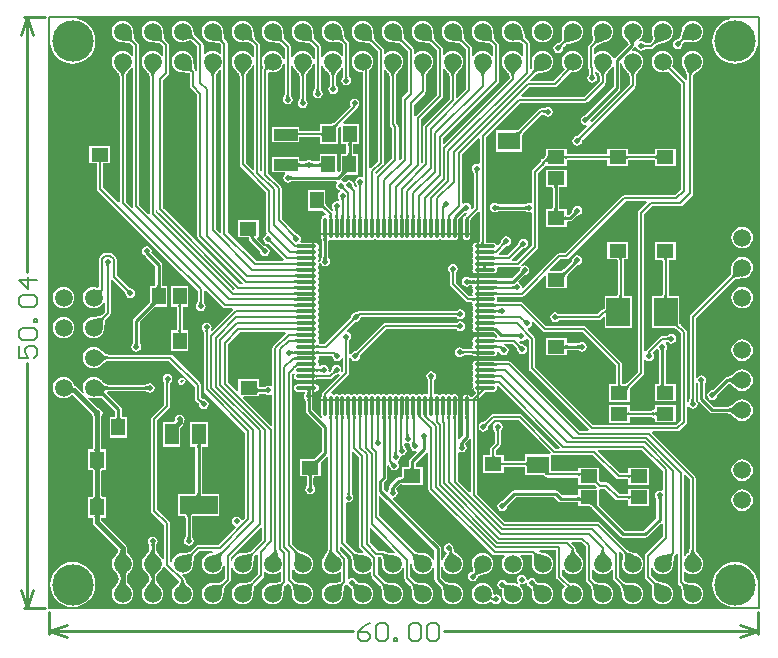
<source format=gtl>
G04*
G04 #@! TF.GenerationSoftware,Altium Limited,Altium Designer,20.0.13 (296)*
G04*
G04 Layer_Physical_Order=1*
G04 Layer_Color=255*
%FSLAX24Y24*%
%MOIN*%
G70*
G01*
G75*
%ADD14C,0.0100*%
%ADD17C,0.0080*%
%ADD18C,0.0060*%
%ADD19C,0.0039*%
%ADD20R,0.0472X0.0709*%
%ADD21R,0.1260X0.0630*%
%ADD22R,0.0787X0.0945*%
%ADD23R,0.0579X0.0457*%
%ADD24R,0.0457X0.0579*%
%ADD25R,0.0748X0.0583*%
%ADD26O,0.0709X0.0110*%
%ADD27O,0.0110X0.0709*%
%ADD28R,0.0787X0.0394*%
%ADD41C,0.0150*%
%ADD42C,0.0591*%
%ADD43C,0.1378*%
%ADD44C,0.0197*%
%ADD45C,0.0236*%
G36*
X22710Y19685D02*
X22716Y19636D01*
X22575Y19593D01*
X22444Y19523D01*
X22330Y19430D01*
X22237Y19316D01*
X22167Y19186D01*
X22124Y19044D01*
X22110Y18898D01*
X22124Y18751D01*
X22167Y18610D01*
X22237Y18480D01*
X22330Y18365D01*
X22444Y18272D01*
X22575Y18202D01*
X22716Y18160D01*
X22863Y18145D01*
X23009Y18160D01*
X23151Y18202D01*
X23281Y18272D01*
X23395Y18365D01*
X23488Y18480D01*
X23558Y18610D01*
X23601Y18751D01*
X23650Y18745D01*
X23650Y940D01*
X23601Y934D01*
X23558Y1075D01*
X23488Y1206D01*
X23395Y1320D01*
X23281Y1413D01*
X23151Y1483D01*
X23009Y1526D01*
X22863Y1540D01*
X22716Y1526D01*
X22575Y1483D01*
X22444Y1413D01*
X22330Y1320D01*
X22237Y1206D01*
X22167Y1075D01*
X22124Y934D01*
X22110Y787D01*
X22124Y641D01*
X22167Y499D01*
X22237Y369D01*
X22330Y255D01*
X22444Y162D01*
X22575Y92D01*
X22716Y49D01*
X22710Y-0D01*
X940D01*
X934Y49D01*
X1075Y92D01*
X1206Y162D01*
X1320Y255D01*
X1413Y369D01*
X1483Y499D01*
X1526Y641D01*
X1540Y787D01*
X1526Y934D01*
X1483Y1075D01*
X1413Y1206D01*
X1320Y1320D01*
X1206Y1413D01*
X1075Y1483D01*
X934Y1526D01*
X787Y1540D01*
X641Y1526D01*
X499Y1483D01*
X369Y1413D01*
X255Y1320D01*
X162Y1206D01*
X92Y1075D01*
X49Y934D01*
X35Y787D01*
X49Y641D01*
X92Y499D01*
X162Y369D01*
X255Y255D01*
X369Y162D01*
X499Y92D01*
X641Y49D01*
X635Y-0D01*
X-13D01*
X-48Y35D01*
X-2Y18764D01*
X48Y18766D01*
X49Y18751D01*
X92Y18610D01*
X162Y18480D01*
X255Y18365D01*
X369Y18272D01*
X499Y18202D01*
X641Y18160D01*
X787Y18145D01*
X934Y18160D01*
X1075Y18202D01*
X1206Y18272D01*
X1320Y18365D01*
X1413Y18480D01*
X1483Y18610D01*
X1526Y18751D01*
X1540Y18898D01*
X1526Y19044D01*
X1483Y19186D01*
X1413Y19316D01*
X1320Y19430D01*
X1206Y19523D01*
X1075Y19593D01*
X934Y19636D01*
X940Y19685D01*
X22710Y19685D01*
D02*
G37*
%LPC*%
G36*
X17450Y19574D02*
X17357Y19562D01*
X17271Y19526D01*
X17197Y19469D01*
X17140Y19395D01*
X17104Y19309D01*
X17092Y19216D01*
X17098Y19169D01*
X17095Y19157D01*
X17101Y19117D01*
X17104Y19081D01*
X17106Y19049D01*
X17105Y19021D01*
X17103Y18995D01*
X17099Y18974D01*
X17094Y18956D01*
X17088Y18942D01*
X17082Y18932D01*
X17071Y18919D01*
X17070Y18917D01*
X17068Y18915D01*
X17067Y18911D01*
X17005Y18849D01*
X16998Y18847D01*
X16993Y18841D01*
X16989Y18838D01*
X16985Y18835D01*
X16982Y18833D01*
X16979Y18832D01*
X16976Y18831D01*
X16974Y18830D01*
X16972Y18830D01*
X16970Y18829D01*
X16964Y18829D01*
X16957Y18825D01*
X16904Y18815D01*
X16852Y18780D01*
X16817Y18728D01*
X16804Y18666D01*
X16817Y18604D01*
X16852Y18552D01*
X16904Y18517D01*
X16966Y18504D01*
X17028Y18517D01*
X17080Y18552D01*
X17115Y18604D01*
X17125Y18657D01*
X17129Y18664D01*
X17129Y18670D01*
X17130Y18672D01*
X17130Y18674D01*
X17131Y18676D01*
X17132Y18679D01*
X17133Y18682D01*
X17135Y18685D01*
X17138Y18689D01*
X17141Y18693D01*
X17147Y18698D01*
X17149Y18705D01*
X17222Y18778D01*
X17228Y18780D01*
X17238Y18788D01*
X17248Y18795D01*
X17264Y18803D01*
X17285Y18811D01*
X17309Y18819D01*
X17458Y18852D01*
X17504Y18860D01*
X17504Y18860D01*
X17504Y18860D01*
X17514Y18866D01*
X17543Y18870D01*
X17629Y18905D01*
X17703Y18962D01*
X17760Y19037D01*
X17796Y19123D01*
X17808Y19216D01*
X17796Y19309D01*
X17760Y19395D01*
X17703Y19469D01*
X17629Y19526D01*
X17543Y19562D01*
X17450Y19574D01*
D02*
G37*
G36*
X21450D02*
X21357Y19562D01*
X21271Y19526D01*
X21197Y19469D01*
X21140Y19395D01*
X21104Y19309D01*
X21102Y19293D01*
X21097Y19286D01*
X21097Y19285D01*
X21097Y19285D01*
X21087Y19237D01*
X21067Y19154D01*
X21048Y19088D01*
X21039Y19062D01*
X21030Y19041D01*
X21022Y19025D01*
X21016Y19015D01*
X21008Y19006D01*
X21006Y19000D01*
X20989Y18983D01*
X20983Y18981D01*
X20977Y18976D01*
X20973Y18972D01*
X20969Y18970D01*
X20966Y18968D01*
X20963Y18966D01*
X20960Y18965D01*
X20958Y18964D01*
X20956Y18964D01*
X20954Y18964D01*
X20949Y18963D01*
X20941Y18960D01*
X20888Y18949D01*
X20836Y18914D01*
X20801Y18862D01*
X20788Y18800D01*
X20801Y18738D01*
X20836Y18686D01*
X20888Y18651D01*
X20950Y18638D01*
X21012Y18651D01*
X21064Y18686D01*
X21099Y18738D01*
X21110Y18791D01*
X21113Y18799D01*
X21114Y18804D01*
X21114Y18806D01*
X21114Y18808D01*
X21115Y18810D01*
X21116Y18813D01*
X21118Y18816D01*
X21120Y18819D01*
X21122Y18823D01*
X21126Y18827D01*
X21131Y18833D01*
X21133Y18839D01*
X21135Y18841D01*
X21138Y18842D01*
X21141Y18845D01*
X21145Y18846D01*
X21157Y18857D01*
X21168Y18864D01*
X21182Y18869D01*
X21199Y18874D01*
X21219Y18877D01*
X21243Y18879D01*
X21270Y18878D01*
X21337Y18871D01*
X21375Y18863D01*
X21387Y18866D01*
X21450Y18857D01*
X21543Y18870D01*
X21629Y18905D01*
X21703Y18962D01*
X21760Y19037D01*
X21796Y19123D01*
X21808Y19216D01*
X21796Y19309D01*
X21760Y19395D01*
X21703Y19469D01*
X21629Y19526D01*
X21543Y19562D01*
X21450Y19574D01*
D02*
G37*
G36*
X16450D02*
X16357Y19562D01*
X16271Y19526D01*
X16197Y19469D01*
X16140Y19395D01*
X16104Y19309D01*
X16092Y19216D01*
X16104Y19123D01*
X16140Y19037D01*
X16197Y18962D01*
X16271Y18905D01*
X16357Y18870D01*
X16450Y18857D01*
X16543Y18870D01*
X16629Y18905D01*
X16703Y18962D01*
X16760Y19037D01*
X16796Y19123D01*
X16808Y19216D01*
X16796Y19309D01*
X16760Y19395D01*
X16703Y19469D01*
X16629Y19526D01*
X16543Y19562D01*
X16450Y19574D01*
D02*
G37*
G36*
X20450D02*
X20357Y19562D01*
X20271Y19526D01*
X20197Y19469D01*
X20140Y19395D01*
X20104Y19309D01*
X20092Y19216D01*
X20102Y19140D01*
X20100Y19131D01*
X20108Y19093D01*
X20114Y19059D01*
X20117Y19029D01*
X20118Y19002D01*
X20117Y18978D01*
X20114Y18958D01*
X20110Y18942D01*
X20104Y18928D01*
X20098Y18918D01*
X20087Y18905D01*
X20085Y18900D01*
X20081Y18897D01*
X20081Y18895D01*
X20026Y18840D01*
X19890D01*
X19883Y18843D01*
X19876Y18844D01*
X19870Y18844D01*
X19866Y18845D01*
X19862Y18846D01*
X19859Y18847D01*
X19857Y18848D01*
X19854Y18849D01*
X19853Y18850D01*
X19851Y18851D01*
X19847Y18855D01*
X19839Y18858D01*
X19794Y18888D01*
X19733Y18900D01*
X19694Y18892D01*
X19673Y18939D01*
X19703Y18962D01*
X19760Y19037D01*
X19796Y19123D01*
X19808Y19216D01*
X19796Y19309D01*
X19760Y19395D01*
X19703Y19469D01*
X19629Y19526D01*
X19543Y19562D01*
X19450Y19574D01*
X19357Y19562D01*
X19271Y19526D01*
X19197Y19469D01*
X19140Y19395D01*
X19104Y19309D01*
X19092Y19216D01*
X19104Y19123D01*
X19140Y19037D01*
X19197Y18962D01*
X19209Y18953D01*
X19211Y18947D01*
X19215Y18945D01*
X19217Y18941D01*
X19238Y18922D01*
X19256Y18904D01*
X19271Y18887D01*
X19284Y18869D01*
X19294Y18852D01*
X19303Y18836D01*
X19309Y18819D01*
X19312Y18809D01*
X18848Y18346D01*
X18840Y18333D01*
X18784Y18339D01*
X18760Y18395D01*
X18703Y18469D01*
X18629Y18526D01*
X18543Y18562D01*
X18450Y18574D01*
X18357Y18562D01*
X18271Y18526D01*
X18207Y18477D01*
X18157Y18492D01*
Y18666D01*
X18254Y18763D01*
X18260Y18765D01*
X18267Y18772D01*
X18277Y18778D01*
X18290Y18784D01*
X18495Y18855D01*
X18544Y18868D01*
X18544Y18868D01*
X18544Y18868D01*
X18550Y18872D01*
X18629Y18905D01*
X18703Y18962D01*
X18760Y19037D01*
X18796Y19123D01*
X18808Y19216D01*
X18796Y19309D01*
X18760Y19395D01*
X18703Y19469D01*
X18629Y19526D01*
X18543Y19562D01*
X18450Y19574D01*
X18357Y19562D01*
X18271Y19526D01*
X18197Y19469D01*
X18140Y19395D01*
X18104Y19309D01*
X18092Y19216D01*
X18104Y19123D01*
X18104Y19122D01*
X18104Y19117D01*
X18113Y19080D01*
X18120Y19048D01*
X18124Y19018D01*
X18126Y18992D01*
X18125Y18969D01*
X18123Y18950D01*
X18119Y18934D01*
X18113Y18921D01*
X18107Y18911D01*
X18096Y18898D01*
X18094Y18892D01*
X18093Y18890D01*
X18089Y18887D01*
X18089Y18887D01*
X17983Y18780D01*
X17961Y18747D01*
X17953Y18708D01*
Y18052D01*
X17961Y18013D01*
X17983Y17980D01*
X17996Y17966D01*
Y17837D01*
X17994Y17830D01*
X17993Y17823D01*
X17993Y17817D01*
X17992Y17813D01*
X17991Y17809D01*
X17990Y17806D01*
X17989Y17804D01*
X17988Y17801D01*
X17987Y17800D01*
X17986Y17798D01*
X17982Y17794D01*
X17979Y17786D01*
X17949Y17741D01*
X17937Y17680D01*
X17949Y17618D01*
X17984Y17565D01*
X18037Y17530D01*
X18098Y17518D01*
X18160Y17530D01*
X18213Y17565D01*
X18248Y17618D01*
X18260Y17680D01*
X18248Y17741D01*
X18218Y17786D01*
X18215Y17794D01*
X18211Y17798D01*
X18210Y17800D01*
X18209Y17801D01*
X18208Y17804D01*
X18207Y17806D01*
X18206Y17809D01*
X18205Y17813D01*
X18204Y17817D01*
X18204Y17823D01*
X18203Y17830D01*
X18200Y17837D01*
Y17884D01*
X18250Y17903D01*
X18278Y17871D01*
X18298Y17847D01*
X18314Y17823D01*
X18326Y17802D01*
X18335Y17784D01*
X18341Y17768D01*
X18344Y17756D01*
X18345Y17741D01*
X18348Y17735D01*
Y17567D01*
X17833Y17052D01*
X15763D01*
X15744Y17098D01*
X16013Y17366D01*
X16850D01*
X16889Y17374D01*
X16922Y17396D01*
X17382Y17857D01*
X17388Y17866D01*
X17450Y17857D01*
X17543Y17870D01*
X17629Y17905D01*
X17703Y17962D01*
X17760Y18037D01*
X17796Y18123D01*
X17808Y18216D01*
X17796Y18309D01*
X17760Y18395D01*
X17703Y18469D01*
X17629Y18526D01*
X17543Y18562D01*
X17450Y18574D01*
X17357Y18562D01*
X17271Y18526D01*
X17197Y18469D01*
X17140Y18395D01*
X17104Y18309D01*
X17092Y18216D01*
X17104Y18123D01*
X17140Y18037D01*
X17197Y17962D01*
X17197Y17960D01*
X16807Y17570D01*
X16055D01*
X16036Y17617D01*
X16206Y17787D01*
X16212Y17789D01*
X16223Y17798D01*
X16233Y17805D01*
X16249Y17812D01*
X16269Y17820D01*
X16294Y17828D01*
X16322Y17834D01*
X16437Y17852D01*
X16482Y17857D01*
X16494Y17863D01*
X16543Y17870D01*
X16629Y17905D01*
X16703Y17962D01*
X16760Y18037D01*
X16796Y18123D01*
X16808Y18216D01*
X16796Y18309D01*
X16760Y18395D01*
X16703Y18469D01*
X16629Y18526D01*
X16543Y18562D01*
X16450Y18574D01*
X16357Y18562D01*
X16271Y18526D01*
X16197Y18469D01*
X16140Y18395D01*
X16104Y18309D01*
X16092Y18216D01*
X16095Y18190D01*
X16092Y18180D01*
X16097Y18099D01*
X16097Y18066D01*
X16095Y18036D01*
X16092Y18010D01*
X16088Y17988D01*
X16082Y17969D01*
X16075Y17955D01*
X16069Y17944D01*
X16064Y17939D01*
X16034Y17942D01*
X16014Y17951D01*
Y18820D01*
X16006Y18859D01*
X15984Y18893D01*
X15888Y18989D01*
X15886Y18995D01*
X15878Y19004D01*
X15871Y19015D01*
X15864Y19031D01*
X15855Y19051D01*
X15847Y19075D01*
X15814Y19224D01*
X15806Y19271D01*
X15806Y19271D01*
X15806Y19271D01*
X15800Y19281D01*
X15796Y19309D01*
X15760Y19395D01*
X15703Y19469D01*
X15629Y19526D01*
X15543Y19562D01*
X15450Y19574D01*
X15357Y19562D01*
X15271Y19526D01*
X15197Y19469D01*
X15140Y19395D01*
X15104Y19309D01*
X15092Y19216D01*
X15104Y19123D01*
X15140Y19037D01*
X15197Y18962D01*
X15271Y18905D01*
X15357Y18870D01*
X15450Y18857D01*
X15497Y18864D01*
X15510Y18861D01*
X15550Y18867D01*
X15585Y18870D01*
X15617Y18872D01*
X15646Y18872D01*
X15671Y18869D01*
X15692Y18866D01*
X15710Y18860D01*
X15724Y18854D01*
X15735Y18848D01*
X15747Y18837D01*
X15750Y18837D01*
X15751Y18834D01*
X15755Y18833D01*
X15810Y18778D01*
Y18405D01*
X15760Y18395D01*
X15703Y18469D01*
X15629Y18526D01*
X15543Y18562D01*
X15450Y18574D01*
X15357Y18562D01*
X15271Y18526D01*
X15197Y18469D01*
X15140Y18395D01*
X15104Y18309D01*
X15092Y18216D01*
X15104Y18123D01*
X15140Y18037D01*
X15195Y17964D01*
X15197Y17959D01*
X15228Y17928D01*
X15278Y17871D01*
X15298Y17847D01*
X15314Y17823D01*
X15326Y17802D01*
X15335Y17784D01*
X15341Y17768D01*
X15344Y17756D01*
X15345Y17741D01*
X15348Y17735D01*
Y17667D01*
X13166Y15486D01*
X13120Y15505D01*
Y15660D01*
X14972Y17513D01*
X14994Y17546D01*
X15002Y17585D01*
Y18766D01*
X14994Y18805D01*
X14972Y18838D01*
X14862Y18948D01*
X14860Y18954D01*
X14850Y18965D01*
X14844Y18976D01*
X14837Y18991D01*
X14830Y19011D01*
X14824Y19035D01*
X14819Y19063D01*
X14815Y19094D01*
X14810Y19170D01*
X14810Y19213D01*
X14808Y19218D01*
X14796Y19309D01*
X14760Y19395D01*
X14703Y19469D01*
X14629Y19526D01*
X14543Y19562D01*
X14450Y19574D01*
X14357Y19562D01*
X14271Y19526D01*
X14197Y19469D01*
X14140Y19395D01*
X14104Y19309D01*
X14092Y19216D01*
X14104Y19123D01*
X14140Y19037D01*
X14197Y18962D01*
X14271Y18905D01*
X14357Y18870D01*
X14447Y18858D01*
X14453Y18856D01*
X14496Y18855D01*
X14572Y18851D01*
X14603Y18847D01*
X14631Y18842D01*
X14655Y18836D01*
X14674Y18829D01*
X14690Y18822D01*
X14700Y18815D01*
X14712Y18806D01*
X14718Y18804D01*
X14798Y18724D01*
Y18428D01*
X14748Y18411D01*
X14703Y18469D01*
X14629Y18526D01*
X14543Y18562D01*
X14450Y18574D01*
X14357Y18562D01*
X14271Y18526D01*
X14197Y18469D01*
X14147Y18404D01*
X14107Y18412D01*
X14097Y18418D01*
Y18671D01*
X14089Y18710D01*
X14067Y18743D01*
X13862Y18948D01*
X13860Y18954D01*
X13850Y18965D01*
X13844Y18976D01*
X13837Y18991D01*
X13830Y19011D01*
X13824Y19035D01*
X13819Y19063D01*
X13815Y19094D01*
X13810Y19170D01*
X13810Y19213D01*
X13808Y19218D01*
X13796Y19309D01*
X13760Y19395D01*
X13703Y19469D01*
X13629Y19526D01*
X13543Y19562D01*
X13450Y19574D01*
X13357Y19562D01*
X13271Y19526D01*
X13197Y19469D01*
X13140Y19395D01*
X13104Y19309D01*
X13092Y19216D01*
X13104Y19123D01*
X13140Y19037D01*
X13197Y18962D01*
X13271Y18905D01*
X13357Y18870D01*
X13447Y18858D01*
X13453Y18856D01*
X13496Y18855D01*
X13572Y18851D01*
X13603Y18847D01*
X13631Y18842D01*
X13655Y18836D01*
X13674Y18829D01*
X13690Y18822D01*
X13700Y18815D01*
X13712Y18806D01*
X13718Y18804D01*
X13893Y18629D01*
Y17300D01*
X13598Y17005D01*
X13552Y17025D01*
Y17735D01*
X13555Y17741D01*
X13556Y17756D01*
X13559Y17768D01*
X13565Y17784D01*
X13574Y17802D01*
X13586Y17823D01*
X13602Y17847D01*
X13622Y17871D01*
X13672Y17928D01*
X13703Y17959D01*
X13705Y17964D01*
X13760Y18037D01*
X13796Y18123D01*
X13808Y18216D01*
X13796Y18309D01*
X13760Y18395D01*
X13703Y18469D01*
X13629Y18526D01*
X13543Y18562D01*
X13450Y18574D01*
X13357Y18562D01*
X13271Y18526D01*
X13197Y18469D01*
X13170Y18434D01*
X13120Y18451D01*
Y18648D01*
X13112Y18687D01*
X13090Y18720D01*
X12862Y18948D01*
X12860Y18954D01*
X12850Y18965D01*
X12844Y18976D01*
X12837Y18991D01*
X12830Y19011D01*
X12824Y19035D01*
X12819Y19063D01*
X12815Y19094D01*
X12810Y19170D01*
X12810Y19213D01*
X12808Y19218D01*
X12796Y19309D01*
X12760Y19395D01*
X12703Y19469D01*
X12629Y19526D01*
X12543Y19562D01*
X12450Y19574D01*
X12357Y19562D01*
X12271Y19526D01*
X12197Y19469D01*
X12140Y19395D01*
X12104Y19309D01*
X12092Y19216D01*
X12104Y19123D01*
X12140Y19037D01*
X12197Y18962D01*
X12271Y18905D01*
X12357Y18870D01*
X12447Y18858D01*
X12453Y18856D01*
X12496Y18855D01*
X12572Y18851D01*
X12603Y18847D01*
X12631Y18842D01*
X12655Y18836D01*
X12674Y18829D01*
X12689Y18822D01*
X12700Y18815D01*
X12712Y18806D01*
X12718Y18804D01*
X12916Y18606D01*
Y17117D01*
X12212Y16413D01*
X12202Y16398D01*
X12152Y16414D01*
Y16780D01*
X12522Y17151D01*
X12544Y17184D01*
X12552Y17223D01*
Y17735D01*
X12555Y17741D01*
X12556Y17756D01*
X12559Y17768D01*
X12565Y17784D01*
X12574Y17802D01*
X12586Y17823D01*
X12602Y17847D01*
X12622Y17871D01*
X12672Y17928D01*
X12703Y17959D01*
X12705Y17964D01*
X12760Y18037D01*
X12796Y18123D01*
X12808Y18216D01*
X12796Y18309D01*
X12760Y18395D01*
X12703Y18469D01*
X12629Y18526D01*
X12543Y18562D01*
X12450Y18574D01*
X12357Y18562D01*
X12271Y18526D01*
X12202Y18473D01*
X12153Y18484D01*
X12152Y18484D01*
Y18616D01*
X12144Y18655D01*
X12122Y18688D01*
X11862Y18948D01*
X11860Y18954D01*
X11850Y18965D01*
X11844Y18976D01*
X11837Y18991D01*
X11830Y19011D01*
X11824Y19035D01*
X11819Y19063D01*
X11815Y19094D01*
X11810Y19170D01*
X11810Y19213D01*
X11808Y19218D01*
X11796Y19309D01*
X11760Y19395D01*
X11703Y19469D01*
X11629Y19526D01*
X11543Y19562D01*
X11450Y19574D01*
X11357Y19562D01*
X11271Y19526D01*
X11197Y19469D01*
X11140Y19395D01*
X11104Y19309D01*
X11092Y19216D01*
X11104Y19123D01*
X11140Y19037D01*
X11197Y18962D01*
X11271Y18905D01*
X11357Y18870D01*
X11447Y18858D01*
X11453Y18856D01*
X11496Y18855D01*
X11572Y18851D01*
X11603Y18847D01*
X11631Y18842D01*
X11655Y18836D01*
X11674Y18829D01*
X11689Y18822D01*
X11700Y18815D01*
X11712Y18806D01*
X11718Y18804D01*
X11948Y18574D01*
Y17192D01*
X11778Y17022D01*
X11756Y16989D01*
X11748Y16950D01*
Y14992D01*
X11696Y14940D01*
X11692Y14940D01*
X11647Y14962D01*
Y16030D01*
X11640Y16070D01*
X11618Y16103D01*
X11552Y16168D01*
Y17735D01*
X11555Y17741D01*
X11556Y17756D01*
X11559Y17768D01*
X11565Y17784D01*
X11574Y17802D01*
X11586Y17823D01*
X11602Y17847D01*
X11622Y17871D01*
X11672Y17928D01*
X11703Y17959D01*
X11705Y17964D01*
X11760Y18037D01*
X11796Y18123D01*
X11808Y18216D01*
X11796Y18309D01*
X11760Y18395D01*
X11703Y18469D01*
X11629Y18526D01*
X11543Y18562D01*
X11450Y18574D01*
X11357Y18562D01*
X11271Y18526D01*
X11207Y18477D01*
X11157Y18492D01*
Y18611D01*
X11149Y18650D01*
X11127Y18683D01*
X10862Y18948D01*
X10860Y18954D01*
X10850Y18965D01*
X10844Y18976D01*
X10837Y18991D01*
X10830Y19011D01*
X10824Y19035D01*
X10819Y19063D01*
X10815Y19094D01*
X10810Y19170D01*
X10810Y19213D01*
X10808Y19218D01*
X10796Y19309D01*
X10760Y19395D01*
X10703Y19469D01*
X10629Y19526D01*
X10543Y19562D01*
X10450Y19574D01*
X10357Y19562D01*
X10271Y19526D01*
X10197Y19469D01*
X10140Y19395D01*
X10104Y19309D01*
X10092Y19216D01*
X10104Y19123D01*
X10140Y19037D01*
X10197Y18962D01*
X10271Y18905D01*
X10357Y18870D01*
X10447Y18858D01*
X10453Y18856D01*
X10496Y18855D01*
X10572Y18851D01*
X10603Y18847D01*
X10631Y18842D01*
X10655Y18836D01*
X10674Y18829D01*
X10690Y18822D01*
X10700Y18815D01*
X10712Y18806D01*
X10718Y18804D01*
X10953Y18569D01*
Y14891D01*
X10718Y14656D01*
X10668Y14676D01*
Y17914D01*
X10664Y17932D01*
X10703Y17962D01*
X10760Y18037D01*
X10796Y18123D01*
X10808Y18216D01*
X10796Y18309D01*
X10760Y18395D01*
X10703Y18469D01*
X10629Y18526D01*
X10543Y18562D01*
X10450Y18574D01*
X10357Y18562D01*
X10271Y18526D01*
X10197Y18469D01*
X10140Y18395D01*
X10104Y18309D01*
X10092Y18216D01*
X10104Y18123D01*
X10140Y18037D01*
X10197Y17962D01*
X10271Y17905D01*
X10357Y17870D01*
X10450Y17857D01*
X10464Y17845D01*
Y14391D01*
X10414Y14361D01*
X10368Y14370D01*
X10306Y14358D01*
X10254Y14323D01*
X10219Y14271D01*
X10207Y14209D01*
X10219Y14147D01*
X10249Y14102D01*
X10252Y14094D01*
X10255Y14090D01*
X10257Y14089D01*
X10258Y14087D01*
X10258Y14086D01*
X10259Y14081D01*
X10257Y14052D01*
X10228Y14024D01*
X10216Y14019D01*
X10182Y14053D01*
X10180Y14060D01*
X10179Y14060D01*
X10179Y14061D01*
X10174Y14066D01*
X10170Y14070D01*
X10168Y14074D01*
X10166Y14077D01*
X10165Y14079D01*
X10164Y14081D01*
X10164Y14083D01*
X10163Y14085D01*
X10163Y14087D01*
X10163Y14091D01*
X10161Y14096D01*
X10162Y14098D01*
X10149Y14160D01*
X10114Y14212D01*
X10062Y14247D01*
X10000Y14260D01*
X9938Y14247D01*
X9887Y14213D01*
X9859Y14197D01*
X9837D01*
X9785Y14232D01*
X9748Y14239D01*
X9731Y14293D01*
X9821Y14383D01*
X9827Y14385D01*
X9865Y14421D01*
X9880Y14432D01*
X9892Y14441D01*
X9895Y14442D01*
X9918D01*
X9925Y14440D01*
X9930Y14442D01*
X9935Y14441D01*
X9938Y14442D01*
X10299D01*
Y15141D01*
X10137D01*
X10137Y15143D01*
X10135Y15152D01*
X10134Y15165D01*
X10134Y15181D01*
X10131Y15188D01*
Y15408D01*
X10134Y15415D01*
X10134Y15432D01*
X10135Y15445D01*
X10137Y15454D01*
X10137Y15455D01*
X10321D01*
Y16154D01*
X9829D01*
X9810Y16200D01*
X10233Y16623D01*
X10255Y16656D01*
X10261Y16686D01*
X10298Y16710D01*
X10333Y16763D01*
X10345Y16824D01*
X10333Y16886D01*
X10298Y16939D01*
X10245Y16974D01*
X10183Y16986D01*
X10122Y16974D01*
X10069Y16939D01*
X10034Y16886D01*
X10022Y16824D01*
X10034Y16763D01*
X10054Y16732D01*
X9521Y16199D01*
X9515Y16197D01*
X9485Y16169D01*
X9474Y16160D01*
X9465Y16154D01*
X9464Y16154D01*
X9455D01*
X9446Y16157D01*
X9441Y16155D01*
X9436Y16157D01*
X9431Y16154D01*
X9043D01*
Y15910D01*
X9036Y15910D01*
X9023Y15909D01*
X9016Y15906D01*
X8365D01*
X8358Y15909D01*
X8345Y15910D01*
X8338Y15910D01*
Y16037D01*
X7431D01*
Y15523D01*
X8338D01*
Y15698D01*
X8345Y15699D01*
X8358Y15699D01*
X8365Y15702D01*
X9016D01*
X9023Y15699D01*
X9036Y15699D01*
X9043Y15698D01*
Y15455D01*
X9620D01*
Y15964D01*
X9623Y15969D01*
X9622Y15974D01*
X9624Y15979D01*
X9620Y15988D01*
Y15998D01*
X9621Y15999D01*
X9626Y16007D01*
X9648Y16033D01*
X9662Y16047D01*
X9665Y16054D01*
X9698Y16087D01*
X9744Y16068D01*
Y15455D01*
X9901D01*
X9901Y15454D01*
X9902Y15445D01*
X9903Y15432D01*
X9904Y15415D01*
X9907Y15408D01*
Y15188D01*
X9904Y15181D01*
X9903Y15165D01*
X9902Y15152D01*
X9901Y15143D01*
X9900Y15141D01*
X9722D01*
Y14658D01*
X9720Y14655D01*
X9721Y14650D01*
X9719Y14645D01*
X9722Y14639D01*
Y14615D01*
X9720Y14612D01*
X9712Y14601D01*
X9684Y14568D01*
X9666Y14549D01*
X9648Y14543D01*
X9598Y14578D01*
Y15141D01*
X9021D01*
Y14898D01*
X9020Y14898D01*
X9011Y14897D01*
X8998Y14895D01*
X8981Y14895D01*
X8974Y14892D01*
X8811D01*
X8805Y14895D01*
X8787Y14896D01*
X8781Y14896D01*
X8776Y14897D01*
X8773Y14898D01*
X8771Y14898D01*
X8771Y14898D01*
X8769Y14899D01*
X8768Y14900D01*
X8768Y14900D01*
X8765Y14900D01*
X8764Y14900D01*
X8764Y14901D01*
X8721Y14929D01*
X8659Y14942D01*
X8597Y14929D01*
X8554Y14901D01*
X8553Y14900D01*
X8552Y14900D01*
X8550Y14900D01*
X8549Y14900D01*
X8548Y14899D01*
X8547Y14898D01*
X8547Y14898D01*
X8545Y14898D01*
X8541Y14897D01*
X8537Y14896D01*
X8522Y14895D01*
X8514Y14895D01*
X8507Y14892D01*
X8385D01*
X8378Y14895D01*
X8361Y14895D01*
X8348Y14897D01*
X8339Y14898D01*
X8338Y14898D01*
Y15037D01*
X7431D01*
Y14523D01*
X7861D01*
X7876Y14473D01*
X7849Y14455D01*
X7814Y14403D01*
X7802Y14341D01*
X7814Y14279D01*
X7849Y14227D01*
X7902Y14192D01*
X7964Y14180D01*
X8025Y14192D01*
X8068Y14221D01*
X8069Y14221D01*
X8070Y14221D01*
X8072Y14221D01*
X8073Y14222D01*
X8074Y14222D01*
X8075Y14223D01*
X8076Y14223D01*
X8078Y14223D01*
X8081Y14224D01*
X8085Y14225D01*
X8100Y14226D01*
X8109Y14226D01*
X8115Y14229D01*
X9574D01*
X9597Y14179D01*
X9574Y14144D01*
X9562Y14083D01*
X9574Y14021D01*
X9609Y13968D01*
X9661Y13933D01*
X9685Y13929D01*
X9696Y13875D01*
X9666Y13855D01*
X9631Y13803D01*
X9618Y13741D01*
X9631Y13679D01*
X9660Y13635D01*
X9664Y13626D01*
X9666Y13624D01*
X9665Y13605D01*
X9665Y13601D01*
X9662Y13585D01*
X9615Y13555D01*
X9582Y13562D01*
X9520Y13549D01*
X9467Y13514D01*
X9432Y13462D01*
X9420Y13400D01*
X9432Y13338D01*
X9462Y13294D01*
X9465Y13285D01*
X9461Y13269D01*
X9421Y13254D01*
X9404Y13255D01*
X9248Y13411D01*
X9246Y13418D01*
X9236Y13428D01*
X9229Y13436D01*
X9222Y13445D01*
X9217Y13452D01*
X9213Y13459D01*
X9210Y13466D01*
X9208Y13472D01*
X9207Y13477D01*
X9206Y13482D01*
X9206Y13490D01*
X9203Y13495D01*
Y13949D01*
X8627D01*
Y13251D01*
X9113D01*
X9155Y13212D01*
X9161Y13210D01*
X9241Y13129D01*
X9217Y13083D01*
X9188Y13089D01*
X9143Y13080D01*
X9105Y13055D01*
X9079Y13017D01*
X9070Y12972D01*
Y12373D01*
X9074Y12356D01*
X9072Y12352D01*
X9074Y12347D01*
X9073Y12345D01*
X9079Y12259D01*
X9079Y12242D01*
X9081Y12235D01*
Y11695D01*
X9079Y11689D01*
X9079Y11679D01*
X9078Y11672D01*
X9077Y11659D01*
X9076Y11655D01*
X9075Y11652D01*
X9075Y11651D01*
X9074Y11649D01*
X9074Y11648D01*
X9074Y11648D01*
X9074Y11647D01*
X9073Y11644D01*
X9072Y11640D01*
X9054Y11612D01*
X9041Y11550D01*
X9054Y11488D01*
X9089Y11436D01*
X9141Y11401D01*
X9203Y11388D01*
X9265Y11401D01*
X9317Y11436D01*
X9352Y11488D01*
X9364Y11550D01*
X9352Y11612D01*
X9317Y11664D01*
X9313Y11667D01*
X9313Y11667D01*
X9313Y11667D01*
X9313Y11668D01*
X9312Y11670D01*
X9312Y11671D01*
X9311Y11671D01*
X9311Y11672D01*
X9311Y11674D01*
X9310Y11678D01*
X9309Y11692D01*
X9309Y11700D01*
X9307Y11703D01*
X9308Y11706D01*
X9306Y11710D01*
Y12203D01*
X9307Y12205D01*
X9306Y12212D01*
Y12213D01*
X9309Y12220D01*
X9309Y12226D01*
X9317Y12237D01*
X9345Y12257D01*
X9358Y12261D01*
X9385Y12256D01*
X9430Y12265D01*
X9447Y12277D01*
X9483Y12286D01*
X9519Y12277D01*
X9537Y12265D01*
X9582Y12256D01*
X9626Y12265D01*
X9664Y12290D01*
X9695D01*
X9733Y12265D01*
X9778Y12256D01*
X9823Y12265D01*
X9841Y12277D01*
X9877Y12286D01*
X9912Y12277D01*
X9930Y12265D01*
X9975Y12256D01*
X10020Y12265D01*
X10058Y12290D01*
X10089D01*
X10127Y12265D01*
X10172Y12256D01*
X10217Y12265D01*
X10235Y12277D01*
X10270Y12286D01*
X10306Y12277D01*
X10324Y12265D01*
X10369Y12256D01*
X10414Y12265D01*
X10452Y12290D01*
X10483D01*
X10521Y12265D01*
X10566Y12256D01*
X10611Y12265D01*
X10628Y12277D01*
X10664Y12286D01*
X10700Y12277D01*
X10718Y12265D01*
X10763Y12256D01*
X10808Y12265D01*
X10846Y12290D01*
X10876D01*
X10915Y12265D01*
X10959Y12256D01*
X11004Y12265D01*
X11022Y12277D01*
X11058Y12286D01*
X11094Y12277D01*
X11111Y12265D01*
X11156Y12256D01*
X11201Y12265D01*
X11239Y12290D01*
X11270D01*
X11308Y12265D01*
X11353Y12256D01*
X11398Y12265D01*
X11416Y12277D01*
X11452Y12286D01*
X11487Y12277D01*
X11505Y12265D01*
X11550Y12256D01*
X11595Y12265D01*
X11633Y12290D01*
X11664D01*
X11702Y12265D01*
X11747Y12256D01*
X11792Y12265D01*
X11810Y12277D01*
X11845Y12286D01*
X11881Y12277D01*
X11899Y12265D01*
X11944Y12256D01*
X11989Y12265D01*
X12006Y12277D01*
X12042Y12286D01*
X12078Y12277D01*
X12096Y12265D01*
X12141Y12256D01*
X12185Y12265D01*
X12224Y12290D01*
X12254D01*
X12292Y12265D01*
X12337Y12256D01*
X12382Y12265D01*
X12400Y12277D01*
X12436Y12286D01*
X12471Y12277D01*
X12489Y12265D01*
X12534Y12256D01*
X12579Y12265D01*
X12617Y12290D01*
X12648D01*
X12686Y12265D01*
X12731Y12256D01*
X12776Y12265D01*
X12794Y12277D01*
X12830Y12286D01*
X12865Y12277D01*
X12883Y12265D01*
X12928Y12256D01*
X12973Y12265D01*
X13011Y12290D01*
X13042D01*
X13080Y12265D01*
X13125Y12256D01*
X13170Y12265D01*
X13188Y12277D01*
X13223Y12286D01*
X13259Y12277D01*
X13277Y12265D01*
X13322Y12256D01*
X13367Y12265D01*
X13405Y12290D01*
X13436D01*
X13474Y12265D01*
X13519Y12256D01*
X13563Y12265D01*
X13601Y12290D01*
X13627Y12328D01*
X13636Y12373D01*
Y12675D01*
X13636Y12678D01*
Y12978D01*
X13837Y13179D01*
X13843Y13181D01*
X13844Y13182D01*
X13845Y13182D01*
X13851Y13188D01*
X13856Y13192D01*
X13859Y13195D01*
X13860Y13196D01*
X13910Y13185D01*
X13915Y13176D01*
X13911Y13127D01*
X13901Y13117D01*
X13869Y13086D01*
X13860Y13079D01*
X13860Y13079D01*
X13859Y13078D01*
X13859Y13078D01*
X13858Y13077D01*
X13857Y13076D01*
X13852Y13075D01*
X13848Y13067D01*
X13829Y13055D01*
X13804Y13017D01*
X13795Y12972D01*
Y12373D01*
X13804Y12328D01*
X13829Y12290D01*
X13867Y12265D01*
X13912Y12256D01*
X13957Y12265D01*
X13995Y12290D01*
X14021Y12328D01*
X14030Y12373D01*
Y12911D01*
X14030Y12912D01*
X14030Y12915D01*
Y12942D01*
X14030Y12943D01*
X14035Y12950D01*
X14056Y12975D01*
X14069Y12989D01*
X14071Y12993D01*
X14076Y12996D01*
X14076Y13000D01*
X14298Y13221D01*
X14348Y13201D01*
Y12206D01*
X14345Y12199D01*
X14345Y12185D01*
X14344Y12180D01*
X14223D01*
X14178Y12171D01*
X14140Y12145D01*
X14115Y12107D01*
X14106Y12062D01*
X14115Y12017D01*
X14140Y11979D01*
Y11948D01*
X14115Y11910D01*
X14106Y11865D01*
X14115Y11820D01*
X14127Y11803D01*
X14136Y11767D01*
X14127Y11731D01*
X14115Y11713D01*
X14106Y11669D01*
X14115Y11624D01*
X14140Y11586D01*
Y11555D01*
X14115Y11517D01*
X14106Y11472D01*
X14115Y11427D01*
X14140Y11389D01*
Y11358D01*
X14115Y11320D01*
X14106Y11275D01*
X14115Y11230D01*
X14140Y11192D01*
X14149Y11186D01*
X14149Y11186D01*
X14150Y11185D01*
X14178Y11166D01*
X14223Y11157D01*
X14822D01*
X14867Y11166D01*
X14905Y11192D01*
X14930Y11230D01*
X14939Y11275D01*
X14931Y11317D01*
X14931Y11323D01*
X14931Y11325D01*
X14939Y11347D01*
X14957Y11370D01*
X15625D01*
X15664Y11377D01*
X15679Y11388D01*
X15715Y11352D01*
X15699Y11327D01*
X15689Y11277D01*
X15689Y11276D01*
X15688Y11275D01*
X15686Y11273D01*
X15686Y11272D01*
X15686Y11272D01*
X15685Y11270D01*
X15685Y11270D01*
X15684Y11268D01*
X15682Y11265D01*
X15680Y11262D01*
X15670Y11250D01*
X15664Y11244D01*
X15662Y11238D01*
X15418Y10994D01*
X14950D01*
X14943Y10997D01*
X14843Y10997D01*
X14843Y10997D01*
X14843Y10997D01*
X14839Y10995D01*
X14822Y10998D01*
X14223D01*
X14206Y10995D01*
X14202Y10997D01*
X14202Y10997D01*
X14202Y10997D01*
X14101Y10996D01*
X14094Y10993D01*
X14064D01*
X14058Y10996D01*
X14040Y10997D01*
X14035Y10997D01*
X14030Y10998D01*
X14026Y10999D01*
X14024Y10999D01*
X14024Y10999D01*
X14023Y11000D01*
X14022Y11001D01*
X14021Y11001D01*
X14019Y11001D01*
X14018Y11001D01*
X14017Y11002D01*
X13974Y11030D01*
X13912Y11043D01*
X13850Y11030D01*
X13798Y10995D01*
X13763Y10943D01*
X13751Y10881D01*
X13763Y10819D01*
X13798Y10767D01*
X13850Y10732D01*
X13912Y10720D01*
X13974Y10732D01*
X14017Y10761D01*
X14018Y10761D01*
X14019Y10761D01*
X14021Y10761D01*
X14022Y10762D01*
X14023Y10762D01*
X14024Y10763D01*
X14024Y10763D01*
X14026Y10763D01*
X14030Y10764D01*
X14034Y10765D01*
X14049Y10766D01*
X14057Y10766D01*
X14064Y10769D01*
X14081D01*
X14106Y10739D01*
X14107Y10738D01*
X14112Y10716D01*
X14106Y10684D01*
X14115Y10639D01*
X14127Y10622D01*
X14136Y10586D01*
X14127Y10550D01*
X14115Y10532D01*
X14106Y10487D01*
X14114Y10446D01*
X14114Y10439D01*
X14114Y10437D01*
X14106Y10415D01*
X14088Y10393D01*
X14006D01*
X13562Y10836D01*
Y11162D01*
X13565Y11169D01*
X13565Y11177D01*
X13566Y11182D01*
X13566Y11186D01*
X13567Y11190D01*
X13568Y11193D01*
X13569Y11196D01*
X13570Y11198D01*
X13572Y11200D01*
X13573Y11202D01*
X13576Y11205D01*
X13579Y11214D01*
X13609Y11258D01*
X13622Y11320D01*
X13609Y11382D01*
X13574Y11434D01*
X13522Y11469D01*
X13460Y11481D01*
X13398Y11469D01*
X13346Y11434D01*
X13311Y11382D01*
X13299Y11320D01*
X13311Y11258D01*
X13341Y11214D01*
X13344Y11205D01*
X13347Y11202D01*
X13348Y11200D01*
X13350Y11198D01*
X13351Y11196D01*
X13352Y11193D01*
X13353Y11190D01*
X13354Y11186D01*
X13354Y11182D01*
X13355Y11177D01*
X13355Y11169D01*
X13358Y11162D01*
Y10794D01*
X13366Y10755D01*
X13388Y10722D01*
X13891Y10218D01*
X13924Y10196D01*
X13963Y10189D01*
X14088D01*
X14106Y10167D01*
X14114Y10143D01*
X14114Y10142D01*
X14114Y10136D01*
X14106Y10094D01*
X14115Y10049D01*
X14140Y10011D01*
Y9980D01*
X14115Y9942D01*
X14106Y9897D01*
X14115Y9852D01*
X14127Y9834D01*
X14136Y9798D01*
X14127Y9763D01*
X14115Y9745D01*
X14106Y9700D01*
X14115Y9655D01*
X14140Y9617D01*
Y9586D01*
X14115Y9548D01*
X14106Y9503D01*
X14115Y9458D01*
X14140Y9420D01*
Y9389D01*
X14115Y9351D01*
X14106Y9306D01*
X14115Y9261D01*
X14140Y9223D01*
X14178Y9198D01*
X14223Y9189D01*
X14817D01*
X14938Y9068D01*
X14917Y9018D01*
X14912Y9018D01*
X14890Y9019D01*
X14875Y9021D01*
X14872Y9021D01*
X14871Y9022D01*
X14868Y9023D01*
X14868Y9022D01*
X14868Y9022D01*
X14868Y9022D01*
X14861Y9022D01*
X14855Y9023D01*
X14843Y9028D01*
X14839Y9027D01*
X14822Y9030D01*
X14223D01*
X14178Y9021D01*
X14140Y8996D01*
X14115Y8958D01*
X14106Y8913D01*
X14115Y8868D01*
X14140Y8830D01*
Y8799D01*
X14115Y8761D01*
X14106Y8716D01*
X14113Y8682D01*
X14091Y8638D01*
X14082Y8631D01*
X14081Y8631D01*
X14077Y8629D01*
X13840D01*
X13834Y8632D01*
X13826Y8632D01*
X13821Y8632D01*
X13816Y8633D01*
X13812Y8634D01*
X13809Y8635D01*
X13807Y8636D01*
X13805Y8637D01*
X13803Y8638D01*
X13801Y8640D01*
X13797Y8643D01*
X13789Y8646D01*
X13745Y8676D01*
X13683Y8688D01*
X13621Y8676D01*
X13569Y8641D01*
X13534Y8589D01*
X13521Y8527D01*
X13534Y8465D01*
X13569Y8412D01*
X13621Y8377D01*
X13683Y8365D01*
X13745Y8377D01*
X13789Y8407D01*
X13797Y8410D01*
X13801Y8414D01*
X13803Y8415D01*
X13805Y8416D01*
X13807Y8417D01*
X13809Y8418D01*
X13812Y8419D01*
X13816Y8420D01*
X13821Y8421D01*
X13826Y8422D01*
X13834Y8422D01*
X13840Y8425D01*
X14092D01*
X14098Y8422D01*
X14125Y8421D01*
X14134Y8420D01*
X14152Y8418D01*
X14157Y8417D01*
X14162Y8416D01*
X14165Y8415D01*
X14166Y8414D01*
X14169Y8412D01*
X14178Y8411D01*
X14178Y8410D01*
X14190Y8408D01*
X14202Y8403D01*
X14206Y8405D01*
X14223Y8402D01*
X14822D01*
X14867Y8410D01*
X14905Y8436D01*
X14930Y8474D01*
X14939Y8519D01*
X14932Y8553D01*
X14949Y8578D01*
X14964Y8591D01*
X14985Y8592D01*
X14996Y8588D01*
X15005Y8538D01*
X15041Y8486D01*
X15093Y8451D01*
X15155Y8438D01*
X15217Y8451D01*
X15269Y8486D01*
X15304Y8538D01*
X15316Y8600D01*
X15304Y8662D01*
X15269Y8714D01*
X15217Y8749D01*
X15164Y8760D01*
X15158Y8762D01*
X15164Y8809D01*
X15164Y8811D01*
X15438D01*
X15580Y8668D01*
X15583Y8662D01*
X15588Y8656D01*
X15592Y8652D01*
X15594Y8648D01*
X15596Y8645D01*
X15598Y8642D01*
X15599Y8639D01*
X15600Y8637D01*
X15600Y8635D01*
X15600Y8633D01*
X15600Y8628D01*
X15604Y8620D01*
X15615Y8567D01*
X15650Y8515D01*
X15702Y8480D01*
X15764Y8468D01*
X15826Y8480D01*
X15878Y8515D01*
X15913Y8567D01*
X15925Y8629D01*
X15913Y8691D01*
X15878Y8743D01*
X15826Y8778D01*
X15773Y8789D01*
X15765Y8792D01*
X15760Y8793D01*
X15758Y8793D01*
X15756Y8793D01*
X15753Y8794D01*
X15751Y8795D01*
X15748Y8797D01*
X15745Y8799D01*
X15741Y8801D01*
X15737Y8805D01*
X15731Y8810D01*
X15725Y8813D01*
X15675Y8862D01*
X15700Y8908D01*
X15738Y8900D01*
X15800Y8912D01*
X15853Y8947D01*
X15879Y8987D01*
X15935Y9001D01*
X15998Y8938D01*
Y7989D01*
X16006Y7950D01*
X16028Y7917D01*
X17989Y5956D01*
X17968Y5906D01*
X17688D01*
X15397Y8197D01*
X15364Y8219D01*
X15325Y8227D01*
X14947D01*
X14940Y8230D01*
X14912Y8231D01*
X14890Y8232D01*
X14875Y8233D01*
X14872Y8234D01*
X14871Y8234D01*
X14868Y8235D01*
X14868Y8235D01*
X14868Y8235D01*
X14868Y8235D01*
X14861Y8235D01*
X14855Y8236D01*
X14843Y8241D01*
X14839Y8239D01*
X14822Y8243D01*
X14223D01*
X14178Y8234D01*
X14140Y8208D01*
X14115Y8170D01*
X14106Y8125D01*
X14115Y8080D01*
X14127Y8062D01*
X14136Y8027D01*
X14127Y7991D01*
X14115Y7973D01*
X14106Y7928D01*
X14115Y7883D01*
X14140Y7845D01*
Y7815D01*
X14115Y7776D01*
X14106Y7732D01*
X14115Y7687D01*
X14140Y7649D01*
Y7618D01*
X14115Y7580D01*
X14106Y7535D01*
X14115Y7490D01*
X14140Y7452D01*
Y7421D01*
X14115Y7383D01*
X14106Y7338D01*
X14115Y7293D01*
X14140Y7255D01*
X14178Y7229D01*
X14196Y7226D01*
X14212Y7172D01*
X14083Y7042D01*
X14079Y7036D01*
X14026Y7047D01*
X14021Y7072D01*
X13995Y7110D01*
X13957Y7135D01*
X13912Y7144D01*
X13867Y7135D01*
X13829Y7110D01*
X13804Y7072D01*
X13795Y7027D01*
Y6428D01*
X13798Y6411D01*
X13796Y6407D01*
X13797Y6407D01*
X13796Y6407D01*
X13797Y6306D01*
X13800Y6299D01*
Y5759D01*
X13671Y5629D01*
X13670Y5629D01*
X13620Y5644D01*
Y6303D01*
X13623Y6310D01*
X13624Y6338D01*
X13625Y6360D01*
X13627Y6375D01*
X13627Y6378D01*
X13628Y6379D01*
X13628Y6382D01*
X13628Y6382D01*
X13628Y6382D01*
X13628Y6383D01*
X13628Y6389D01*
X13629Y6396D01*
X13634Y6407D01*
X13633Y6411D01*
X13636Y6428D01*
Y7027D01*
X13627Y7072D01*
X13601Y7110D01*
X13563Y7135D01*
X13519Y7144D01*
X13474Y7135D01*
X13436Y7110D01*
X13405D01*
X13367Y7135D01*
X13322Y7144D01*
X13277Y7135D01*
X13259Y7123D01*
X13223Y7114D01*
X13188Y7123D01*
X13170Y7135D01*
X13125Y7144D01*
X13080Y7135D01*
X13042Y7110D01*
X13011D01*
X12973Y7135D01*
X12928Y7144D01*
X12886Y7136D01*
X12880Y7136D01*
X12878Y7136D01*
X12855Y7144D01*
X12833Y7162D01*
Y7574D01*
X12836Y7581D01*
X12836Y7588D01*
X12837Y7594D01*
X12837Y7598D01*
X12838Y7602D01*
X12839Y7605D01*
X12840Y7608D01*
X12842Y7610D01*
X12843Y7612D01*
X12844Y7613D01*
X12847Y7617D01*
X12851Y7625D01*
X12880Y7670D01*
X12893Y7732D01*
X12880Y7793D01*
X12845Y7846D01*
X12793Y7881D01*
X12731Y7893D01*
X12669Y7881D01*
X12617Y7846D01*
X12582Y7793D01*
X12570Y7732D01*
X12582Y7670D01*
X12612Y7625D01*
X12615Y7617D01*
X12618Y7613D01*
X12620Y7612D01*
X12621Y7610D01*
X12622Y7608D01*
X12623Y7605D01*
X12624Y7602D01*
X12625Y7598D01*
X12625Y7594D01*
X12626Y7588D01*
X12626Y7581D01*
X12629Y7574D01*
Y7162D01*
X12608Y7144D01*
X12584Y7136D01*
X12583Y7136D01*
X12576Y7136D01*
X12534Y7144D01*
X12489Y7135D01*
X12471Y7123D01*
X12436Y7114D01*
X12400Y7123D01*
X12382Y7135D01*
X12337Y7144D01*
X12292Y7135D01*
X12254Y7110D01*
X12224D01*
X12185Y7135D01*
X12141Y7144D01*
X12096Y7135D01*
X12078Y7123D01*
X12042Y7114D01*
X12006Y7123D01*
X11989Y7135D01*
X11944Y7144D01*
X11899Y7135D01*
X11881Y7123D01*
X11845Y7114D01*
X11810Y7123D01*
X11792Y7135D01*
X11747Y7144D01*
X11702Y7135D01*
X11664Y7110D01*
X11633D01*
X11595Y7135D01*
X11550Y7144D01*
X11505Y7135D01*
X11487Y7123D01*
X11452Y7114D01*
X11416Y7123D01*
X11398Y7135D01*
X11353Y7144D01*
X11308Y7135D01*
X11270Y7110D01*
X11239D01*
X11201Y7135D01*
X11156Y7144D01*
X11111Y7135D01*
X11094Y7123D01*
X11058Y7114D01*
X11022Y7123D01*
X11004Y7135D01*
X10959Y7144D01*
X10915Y7135D01*
X10876Y7110D01*
X10846D01*
X10808Y7135D01*
X10763Y7144D01*
X10718Y7135D01*
X10700Y7123D01*
X10664Y7114D01*
X10628Y7123D01*
X10611Y7135D01*
X10566Y7144D01*
X10521Y7135D01*
X10483Y7110D01*
X10452D01*
X10414Y7135D01*
X10369Y7144D01*
X10324Y7135D01*
X10306Y7123D01*
X10270Y7114D01*
X10235Y7123D01*
X10217Y7135D01*
X10172Y7144D01*
X10127Y7135D01*
X10089Y7110D01*
X10058D01*
X10020Y7135D01*
X9975Y7144D01*
X9930Y7135D01*
X9912Y7123D01*
X9877Y7114D01*
X9841Y7123D01*
X9823Y7135D01*
X9778Y7144D01*
X9733Y7135D01*
X9695Y7110D01*
X9664D01*
X9626Y7135D01*
X9582Y7144D01*
X9537Y7135D01*
X9519Y7123D01*
X9483Y7114D01*
X9447Y7123D01*
X9430Y7135D01*
X9413Y7139D01*
X9396Y7193D01*
X9972Y7769D01*
X9994Y7802D01*
X10002Y7841D01*
Y8327D01*
X10048Y8337D01*
X10052Y8336D01*
X10086Y8286D01*
X10138Y8251D01*
X10200Y8238D01*
X10262Y8251D01*
X10314Y8286D01*
X10349Y8338D01*
X10360Y8391D01*
X10363Y8399D01*
X10364Y8404D01*
X10364Y8406D01*
X10364Y8408D01*
X10365Y8410D01*
X10366Y8413D01*
X10368Y8416D01*
X10370Y8419D01*
X10372Y8423D01*
X10376Y8427D01*
X10381Y8433D01*
X10383Y8439D01*
X11242Y9298D01*
X13543D01*
X13549Y9295D01*
X13557Y9295D01*
X13562Y9294D01*
X13567Y9294D01*
X13570Y9293D01*
X13573Y9292D01*
X13576Y9291D01*
X13578Y9290D01*
X13580Y9288D01*
X13582Y9287D01*
X13585Y9284D01*
X13594Y9281D01*
X13638Y9251D01*
X13700Y9238D01*
X13762Y9251D01*
X13814Y9286D01*
X13849Y9338D01*
X13862Y9400D01*
X13849Y9462D01*
X13814Y9514D01*
X13762Y9549D01*
X13700Y9562D01*
X13638Y9549D01*
X13594Y9519D01*
X13585Y9516D01*
X13582Y9513D01*
X13580Y9512D01*
X13578Y9510D01*
X13576Y9509D01*
X13573Y9508D01*
X13570Y9507D01*
X13567Y9506D01*
X13562Y9506D01*
X13557Y9505D01*
X13549Y9505D01*
X13543Y9502D01*
X11200D01*
X11161Y9494D01*
X11128Y9472D01*
X10239Y8583D01*
X10233Y8581D01*
X10227Y8576D01*
X10223Y8572D01*
X10219Y8570D01*
X10216Y8568D01*
X10213Y8566D01*
X10210Y8565D01*
X10208Y8564D01*
X10206Y8564D01*
X10204Y8564D01*
X10199Y8563D01*
X10191Y8560D01*
X10138Y8549D01*
X10086Y8514D01*
X10052Y8464D01*
X10048Y8463D01*
X10002Y8473D01*
Y8893D01*
X10005Y8899D01*
X10005Y8907D01*
X10006Y8912D01*
X10006Y8917D01*
X10007Y8920D01*
X10008Y8923D01*
X10009Y8926D01*
X10010Y8928D01*
X10012Y8930D01*
X10013Y8932D01*
X10016Y8935D01*
X10019Y8944D01*
X10049Y8988D01*
X10062Y9050D01*
X10049Y9112D01*
X10014Y9164D01*
X9962Y9199D01*
X9934Y9205D01*
X9917Y9259D01*
X10175Y9517D01*
X10181Y9519D01*
X10187Y9525D01*
X10191Y9528D01*
X10195Y9530D01*
X10198Y9532D01*
X10201Y9534D01*
X10203Y9535D01*
X10206Y9536D01*
X10208Y9536D01*
X10210Y9537D01*
X10215Y9537D01*
X10223Y9540D01*
X10276Y9551D01*
X10328Y9586D01*
X10363Y9638D01*
X10366Y9653D01*
X10373Y9662D01*
X10374Y9668D01*
X10375Y9671D01*
X10377Y9675D01*
X10378Y9678D01*
X10381Y9682D01*
X10383Y9687D01*
X10386Y9690D01*
X10393Y9698D01*
X13543D01*
X13549Y9695D01*
X13557Y9695D01*
X13562Y9694D01*
X13567Y9694D01*
X13570Y9693D01*
X13573Y9692D01*
X13576Y9691D01*
X13578Y9690D01*
X13580Y9688D01*
X13582Y9687D01*
X13585Y9684D01*
X13594Y9681D01*
X13638Y9651D01*
X13700Y9638D01*
X13762Y9651D01*
X13814Y9686D01*
X13849Y9738D01*
X13862Y9800D01*
X13849Y9862D01*
X13814Y9914D01*
X13762Y9949D01*
X13700Y9962D01*
X13638Y9949D01*
X13594Y9919D01*
X13585Y9916D01*
X13582Y9913D01*
X13580Y9912D01*
X13578Y9910D01*
X13576Y9909D01*
X13573Y9908D01*
X13570Y9907D01*
X13567Y9906D01*
X13562Y9906D01*
X13557Y9905D01*
X13549Y9905D01*
X13543Y9902D01*
X10345D01*
X10306Y9894D01*
X10284Y9879D01*
X10279Y9879D01*
X10274Y9873D01*
X10267Y9870D01*
X10262Y9865D01*
X10258Y9862D01*
X10256Y9860D01*
X10254Y9859D01*
X10253Y9859D01*
X10252Y9859D01*
X10249Y9860D01*
X10237Y9857D01*
X10214Y9862D01*
X10152Y9849D01*
X10100Y9814D01*
X10065Y9762D01*
X10054Y9709D01*
X10050Y9701D01*
X10050Y9696D01*
X10050Y9694D01*
X10050Y9692D01*
X10049Y9690D01*
X10048Y9687D01*
X10046Y9684D01*
X10044Y9681D01*
X10042Y9677D01*
X10038Y9673D01*
X10033Y9668D01*
X10030Y9661D01*
X9187Y8818D01*
X9012D01*
X8994Y8839D01*
X8986Y8863D01*
X8986Y8864D01*
X8986Y8871D01*
X8994Y8913D01*
X8985Y8958D01*
X8973Y8975D01*
X8964Y9011D01*
X8973Y9047D01*
X8985Y9065D01*
X8994Y9109D01*
X8985Y9154D01*
X8960Y9192D01*
Y9223D01*
X8985Y9261D01*
X8994Y9306D01*
X8985Y9351D01*
X8973Y9369D01*
X8964Y9405D01*
X8973Y9440D01*
X8985Y9458D01*
X8994Y9503D01*
X8985Y9548D01*
X8960Y9586D01*
Y9617D01*
X8985Y9655D01*
X8994Y9700D01*
X8985Y9745D01*
X8973Y9763D01*
X8964Y9798D01*
X8973Y9834D01*
X8985Y9852D01*
X8994Y9897D01*
X8985Y9942D01*
X8960Y9980D01*
Y10011D01*
X8985Y10049D01*
X8994Y10094D01*
X8985Y10139D01*
X8973Y10156D01*
X8964Y10192D01*
X8973Y10228D01*
X8985Y10246D01*
X8994Y10291D01*
X8985Y10336D01*
X8960Y10374D01*
Y10404D01*
X8985Y10443D01*
X8994Y10487D01*
X8985Y10532D01*
X8973Y10550D01*
X8964Y10586D01*
X8973Y10622D01*
X8985Y10639D01*
X8994Y10684D01*
X8985Y10729D01*
X8960Y10767D01*
Y10798D01*
X8985Y10836D01*
X8994Y10881D01*
X8985Y10926D01*
X8973Y10944D01*
X8964Y10980D01*
X8973Y11015D01*
X8985Y11033D01*
X8994Y11078D01*
X8985Y11123D01*
X8960Y11161D01*
Y11192D01*
X8985Y11230D01*
X8994Y11275D01*
X8985Y11320D01*
X8973Y11338D01*
X8964Y11373D01*
X8973Y11409D01*
X8985Y11427D01*
X8994Y11472D01*
X8985Y11517D01*
X8960Y11555D01*
Y11586D01*
X8985Y11624D01*
X8994Y11669D01*
X8985Y11713D01*
X8973Y11731D01*
X8964Y11767D01*
X8973Y11803D01*
X8985Y11820D01*
X8994Y11865D01*
X8985Y11910D01*
X8960Y11948D01*
Y11979D01*
X8985Y12017D01*
X8994Y12062D01*
X8985Y12107D01*
X8960Y12145D01*
X8922Y12171D01*
X8877Y12180D01*
X8395D01*
X8368Y12230D01*
X8379Y12245D01*
X8391Y12307D01*
X8379Y12369D01*
X8344Y12421D01*
X8291Y12456D01*
X8285Y12457D01*
X8279Y12463D01*
X8274Y12464D01*
X8270Y12466D01*
X8267Y12468D01*
X8264Y12469D01*
X8253Y12476D01*
X8250Y12479D01*
X8239Y12488D01*
X8233Y12494D01*
X8226Y12497D01*
X7752Y12971D01*
Y13994D01*
X7744Y14033D01*
X7722Y14066D01*
X7307Y14481D01*
Y17836D01*
X7357Y17870D01*
X7357Y17870D01*
X7450Y17857D01*
X7543Y17870D01*
X7629Y17905D01*
X7703Y17962D01*
X7760Y18037D01*
X7796Y18123D01*
X7798Y18138D01*
X7848Y18134D01*
Y17107D01*
X7845Y17101D01*
X7845Y17093D01*
X7844Y17088D01*
X7844Y17083D01*
X7843Y17080D01*
X7842Y17077D01*
X7841Y17074D01*
X7840Y17072D01*
X7838Y17070D01*
X7837Y17068D01*
X7834Y17065D01*
X7831Y17056D01*
X7801Y17012D01*
X7788Y16950D01*
X7801Y16888D01*
X7836Y16836D01*
X7888Y16801D01*
X7950Y16788D01*
X8012Y16801D01*
X8064Y16836D01*
X8099Y16888D01*
X8112Y16950D01*
X8099Y17012D01*
X8069Y17056D01*
X8066Y17065D01*
X8063Y17068D01*
X8062Y17070D01*
X8060Y17072D01*
X8059Y17074D01*
X8058Y17077D01*
X8057Y17080D01*
X8056Y17083D01*
X8056Y17088D01*
X8055Y17093D01*
X8055Y17101D01*
X8052Y17107D01*
Y18134D01*
X8102Y18138D01*
X8104Y18123D01*
X8140Y18037D01*
X8195Y17964D01*
X8197Y17959D01*
X8228Y17928D01*
X8278Y17871D01*
X8298Y17847D01*
X8314Y17823D01*
X8326Y17802D01*
X8335Y17784D01*
X8341Y17768D01*
X8344Y17756D01*
X8345Y17741D01*
X8348Y17735D01*
Y16980D01*
X8345Y16974D01*
X8345Y16966D01*
X8344Y16961D01*
X8344Y16956D01*
X8343Y16952D01*
X8342Y16949D01*
X8341Y16947D01*
X8340Y16945D01*
X8338Y16943D01*
X8337Y16941D01*
X8334Y16937D01*
X8331Y16929D01*
X8301Y16884D01*
X8288Y16823D01*
X8301Y16761D01*
X8336Y16708D01*
X8388Y16673D01*
X8450Y16661D01*
X8512Y16673D01*
X8564Y16708D01*
X8599Y16761D01*
X8612Y16823D01*
X8599Y16884D01*
X8569Y16929D01*
X8566Y16937D01*
X8563Y16941D01*
X8562Y16943D01*
X8560Y16945D01*
X8559Y16947D01*
X8558Y16949D01*
X8557Y16952D01*
X8556Y16956D01*
X8556Y16961D01*
X8555Y16966D01*
X8555Y16974D01*
X8552Y16980D01*
Y17735D01*
X8555Y17741D01*
X8556Y17756D01*
X8559Y17768D01*
X8565Y17784D01*
X8574Y17802D01*
X8586Y17823D01*
X8602Y17847D01*
X8622Y17871D01*
X8672Y17928D01*
X8703Y17959D01*
X8705Y17964D01*
X8760Y18037D01*
X8796Y18123D01*
X8798Y18138D01*
X8848Y18134D01*
Y17307D01*
X8845Y17301D01*
X8845Y17293D01*
X8844Y17288D01*
X8844Y17283D01*
X8843Y17280D01*
X8842Y17277D01*
X8841Y17274D01*
X8840Y17272D01*
X8838Y17270D01*
X8837Y17268D01*
X8834Y17265D01*
X8831Y17256D01*
X8801Y17212D01*
X8788Y17150D01*
X8801Y17088D01*
X8836Y17036D01*
X8888Y17001D01*
X8950Y16988D01*
X9012Y17001D01*
X9064Y17036D01*
X9099Y17088D01*
X9112Y17150D01*
X9099Y17212D01*
X9069Y17256D01*
X9066Y17265D01*
X9063Y17268D01*
X9062Y17270D01*
X9060Y17272D01*
X9059Y17274D01*
X9058Y17277D01*
X9057Y17280D01*
X9056Y17283D01*
X9056Y17288D01*
X9055Y17293D01*
X9055Y17301D01*
X9052Y17307D01*
Y18134D01*
X9102Y18138D01*
X9104Y18123D01*
X9140Y18037D01*
X9197Y17962D01*
X9207Y17954D01*
X9211Y17946D01*
X9242Y17918D01*
X9294Y17865D01*
X9313Y17842D01*
X9329Y17820D01*
X9342Y17800D01*
X9351Y17782D01*
X9357Y17767D01*
X9360Y17754D01*
X9361Y17739D01*
X9364Y17734D01*
Y17457D01*
X9361Y17451D01*
X9361Y17443D01*
X9360Y17438D01*
X9359Y17433D01*
X9359Y17430D01*
X9358Y17427D01*
X9356Y17424D01*
X9355Y17422D01*
X9354Y17420D01*
X9353Y17418D01*
X9349Y17415D01*
X9346Y17406D01*
X9317Y17362D01*
X9304Y17300D01*
X9317Y17238D01*
X9352Y17186D01*
X9404Y17151D01*
X9466Y17138D01*
X9528Y17151D01*
X9580Y17186D01*
X9615Y17238D01*
X9627Y17300D01*
X9615Y17362D01*
X9585Y17406D01*
X9582Y17415D01*
X9579Y17418D01*
X9577Y17420D01*
X9576Y17422D01*
X9575Y17424D01*
X9574Y17427D01*
X9573Y17430D01*
X9572Y17433D01*
X9571Y17438D01*
X9571Y17443D01*
X9571Y17451D01*
X9568Y17457D01*
Y17738D01*
X9570Y17743D01*
X9572Y17757D01*
X9575Y17770D01*
X9580Y17786D01*
X9589Y17805D01*
X9602Y17827D01*
X9617Y17851D01*
X9687Y17940D01*
X9716Y17973D01*
X9720Y17984D01*
X9748Y18021D01*
X9798Y18004D01*
Y17742D01*
X9795Y17736D01*
X9795Y17728D01*
X9794Y17723D01*
X9794Y17718D01*
X9793Y17714D01*
X9792Y17711D01*
X9791Y17709D01*
X9790Y17706D01*
X9788Y17705D01*
X9787Y17703D01*
X9784Y17699D01*
X9781Y17691D01*
X9751Y17646D01*
X9738Y17585D01*
X9751Y17523D01*
X9786Y17470D01*
X9838Y17435D01*
X9900Y17423D01*
X9962Y17435D01*
X10014Y17470D01*
X10049Y17523D01*
X10062Y17585D01*
X10049Y17646D01*
X10019Y17691D01*
X10016Y17699D01*
X10013Y17703D01*
X10012Y17705D01*
X10010Y17707D01*
X10009Y17709D01*
X10008Y17711D01*
X10007Y17714D01*
X10006Y17718D01*
X10006Y17723D01*
X10005Y17728D01*
X10005Y17736D01*
X10002Y17742D01*
Y18820D01*
X9994Y18859D01*
X9972Y18893D01*
X9884Y18981D01*
X9882Y18987D01*
X9873Y18997D01*
X9867Y19008D01*
X9859Y19023D01*
X9851Y19044D01*
X9843Y19067D01*
X9814Y19215D01*
X9807Y19260D01*
X9801Y19271D01*
X9796Y19309D01*
X9760Y19395D01*
X9703Y19469D01*
X9629Y19526D01*
X9543Y19562D01*
X9450Y19574D01*
X9357Y19562D01*
X9271Y19526D01*
X9197Y19469D01*
X9140Y19395D01*
X9104Y19309D01*
X9092Y19216D01*
X9104Y19123D01*
X9140Y19037D01*
X9197Y18962D01*
X9271Y18905D01*
X9357Y18870D01*
X9450Y18857D01*
X9487Y18862D01*
X9498Y18859D01*
X9577Y18867D01*
X9609Y18868D01*
X9638Y18867D01*
X9664Y18864D01*
X9686Y18860D01*
X9704Y18854D01*
X9718Y18848D01*
X9729Y18842D01*
X9741Y18831D01*
X9743Y18831D01*
X9744Y18829D01*
X9748Y18828D01*
X9798Y18778D01*
Y18428D01*
X9748Y18411D01*
X9703Y18469D01*
X9629Y18526D01*
X9543Y18562D01*
X9450Y18574D01*
X9357Y18562D01*
X9271Y18526D01*
X9197Y18469D01*
X9140Y18395D01*
X9104Y18309D01*
X9102Y18294D01*
X9052Y18297D01*
Y18716D01*
X9044Y18755D01*
X9022Y18788D01*
X8862Y18948D01*
X8860Y18954D01*
X8850Y18965D01*
X8844Y18976D01*
X8837Y18991D01*
X8830Y19011D01*
X8824Y19035D01*
X8819Y19063D01*
X8815Y19094D01*
X8810Y19170D01*
X8810Y19213D01*
X8808Y19218D01*
X8796Y19309D01*
X8760Y19395D01*
X8703Y19469D01*
X8629Y19526D01*
X8543Y19562D01*
X8450Y19574D01*
X8357Y19562D01*
X8271Y19526D01*
X8197Y19469D01*
X8140Y19395D01*
X8104Y19309D01*
X8092Y19216D01*
X8104Y19123D01*
X8140Y19037D01*
X8197Y18962D01*
X8271Y18905D01*
X8357Y18870D01*
X8447Y18858D01*
X8453Y18856D01*
X8496Y18855D01*
X8572Y18851D01*
X8603Y18847D01*
X8631Y18842D01*
X8655Y18836D01*
X8674Y18829D01*
X8690Y18822D01*
X8700Y18815D01*
X8712Y18806D01*
X8718Y18804D01*
X8848Y18674D01*
Y18297D01*
X8798Y18294D01*
X8796Y18309D01*
X8760Y18395D01*
X8703Y18469D01*
X8629Y18526D01*
X8543Y18562D01*
X8450Y18574D01*
X8357Y18562D01*
X8271Y18526D01*
X8197Y18469D01*
X8140Y18395D01*
X8104Y18309D01*
X8102Y18294D01*
X8052Y18297D01*
Y18716D01*
X8044Y18755D01*
X8022Y18788D01*
X7862Y18948D01*
X7860Y18954D01*
X7850Y18965D01*
X7844Y18976D01*
X7837Y18991D01*
X7830Y19011D01*
X7824Y19035D01*
X7819Y19063D01*
X7815Y19094D01*
X7810Y19170D01*
X7810Y19213D01*
X7808Y19218D01*
X7796Y19309D01*
X7760Y19395D01*
X7703Y19469D01*
X7629Y19526D01*
X7543Y19562D01*
X7450Y19574D01*
X7357Y19562D01*
X7271Y19526D01*
X7197Y19469D01*
X7140Y19395D01*
X7104Y19309D01*
X7092Y19216D01*
X7104Y19123D01*
X7140Y19037D01*
X7197Y18962D01*
X7271Y18905D01*
X7357Y18870D01*
X7447Y18858D01*
X7453Y18856D01*
X7496Y18855D01*
X7572Y18851D01*
X7603Y18847D01*
X7631Y18842D01*
X7655Y18836D01*
X7674Y18829D01*
X7689Y18822D01*
X7700Y18815D01*
X7712Y18806D01*
X7718Y18804D01*
X7848Y18674D01*
Y18297D01*
X7798Y18294D01*
X7796Y18309D01*
X7760Y18395D01*
X7703Y18469D01*
X7629Y18526D01*
X7543Y18562D01*
X7450Y18574D01*
X7357Y18562D01*
X7271Y18526D01*
X7197Y18469D01*
X7140Y18395D01*
X7104Y18309D01*
X7092Y18216D01*
X7104Y18123D01*
X7140Y18037D01*
X7142Y18033D01*
X7143Y18029D01*
X7140Y18026D01*
X7136Y18020D01*
X7129Y18013D01*
X7124Y17999D01*
X7111Y17979D01*
X7103Y17940D01*
Y14600D01*
X7053Y14573D01*
X7041Y14581D01*
Y18767D01*
X7034Y18806D01*
X7011Y18839D01*
X6878Y18972D01*
X6877Y18978D01*
X6868Y18988D01*
X6861Y18999D01*
X6853Y19015D01*
X6846Y19035D01*
X6838Y19060D01*
X6831Y19088D01*
X6813Y19203D01*
X6809Y19248D01*
X6803Y19259D01*
X6796Y19309D01*
X6760Y19395D01*
X6703Y19469D01*
X6629Y19526D01*
X6543Y19562D01*
X6450Y19574D01*
X6357Y19562D01*
X6271Y19526D01*
X6197Y19469D01*
X6140Y19395D01*
X6104Y19309D01*
X6092Y19216D01*
X6104Y19123D01*
X6140Y19037D01*
X6197Y18962D01*
X6271Y18905D01*
X6357Y18870D01*
X6450Y18857D01*
X6476Y18861D01*
X6486Y18857D01*
X6567Y18863D01*
X6599Y18863D01*
X6629Y18861D01*
X6656Y18858D01*
X6678Y18853D01*
X6696Y18848D01*
X6711Y18841D01*
X6722Y18834D01*
X6734Y18824D01*
X6734Y18824D01*
X6735Y18824D01*
X6740Y18822D01*
X6837Y18725D01*
Y18340D01*
X6787Y18330D01*
X6760Y18395D01*
X6703Y18469D01*
X6629Y18526D01*
X6543Y18562D01*
X6450Y18574D01*
X6357Y18562D01*
X6271Y18526D01*
X6197Y18469D01*
X6140Y18395D01*
X6104Y18309D01*
X6092Y18216D01*
X6104Y18123D01*
X6140Y18037D01*
X6195Y17964D01*
X6197Y17959D01*
X6228Y17928D01*
X6278Y17871D01*
X6298Y17847D01*
X6314Y17823D01*
X6326Y17802D01*
X6335Y17784D01*
X6341Y17768D01*
X6344Y17756D01*
X6345Y17741D01*
X6348Y17735D01*
Y14798D01*
X6356Y14759D01*
X6378Y14725D01*
X7230Y13873D01*
Y12568D01*
X7238Y12529D01*
X7254Y12504D01*
X7244Y12451D01*
X7235Y12449D01*
X7182Y12414D01*
X7147Y12362D01*
X7135Y12300D01*
X7147Y12238D01*
X7182Y12186D01*
X7235Y12151D01*
X7294Y12139D01*
X7299Y12137D01*
X7304Y12137D01*
X7306Y12136D01*
X7308Y12136D01*
X7310Y12135D01*
X7313Y12135D01*
X7315Y12133D01*
X7318Y12131D01*
X7322Y12129D01*
X7326Y12125D01*
X7331Y12120D01*
X7338Y12118D01*
X7832Y11624D01*
X7811Y11574D01*
X6902D01*
X5947Y12528D01*
Y18820D01*
X5939Y18859D01*
X5917Y18893D01*
X5862Y18948D01*
X5860Y18954D01*
X5850Y18965D01*
X5844Y18976D01*
X5837Y18991D01*
X5830Y19011D01*
X5824Y19035D01*
X5819Y19063D01*
X5815Y19094D01*
X5810Y19170D01*
X5810Y19213D01*
X5808Y19218D01*
X5796Y19309D01*
X5760Y19395D01*
X5703Y19469D01*
X5629Y19526D01*
X5543Y19562D01*
X5450Y19574D01*
X5357Y19562D01*
X5271Y19526D01*
X5197Y19469D01*
X5140Y19395D01*
X5104Y19309D01*
X5092Y19216D01*
X5104Y19123D01*
X5140Y19037D01*
X5197Y18962D01*
X5271Y18905D01*
X5357Y18870D01*
X5447Y18858D01*
X5453Y18856D01*
X5496Y18855D01*
X5572Y18851D01*
X5603Y18847D01*
X5631Y18842D01*
X5655Y18836D01*
X5674Y18829D01*
X5689Y18822D01*
X5700Y18815D01*
X5712Y18806D01*
X5718Y18804D01*
X5743Y18778D01*
Y18492D01*
X5693Y18477D01*
X5629Y18526D01*
X5543Y18562D01*
X5450Y18574D01*
X5357Y18562D01*
X5271Y18526D01*
X5197Y18470D01*
X5179Y18472D01*
X5147Y18483D01*
Y18756D01*
X5140Y18795D01*
X5118Y18828D01*
X4895Y19051D01*
X4894Y19052D01*
X4881Y19067D01*
X4871Y19081D01*
X4861Y19097D01*
X4851Y19115D01*
X4842Y19135D01*
X4833Y19158D01*
X4825Y19182D01*
X4811Y19241D01*
X4806Y19273D01*
X4803Y19277D01*
X4803Y19282D01*
X4799Y19287D01*
X4796Y19309D01*
X4760Y19395D01*
X4703Y19469D01*
X4629Y19526D01*
X4543Y19562D01*
X4450Y19574D01*
X4357Y19562D01*
X4271Y19526D01*
X4197Y19469D01*
X4140Y19395D01*
X4104Y19309D01*
X4092Y19216D01*
X4104Y19123D01*
X4140Y19037D01*
X4197Y18962D01*
X4271Y18905D01*
X4357Y18870D01*
X4450Y18857D01*
X4543Y18870D01*
X4602Y18894D01*
X4610Y18894D01*
X4613Y18897D01*
X4618Y18897D01*
X4641Y18908D01*
X4660Y18916D01*
X4676Y18921D01*
X4691Y18923D01*
X4702Y18924D01*
X4712Y18923D01*
X4721Y18921D01*
X4728Y18918D01*
X4736Y18913D01*
X4747Y18903D01*
X4758Y18900D01*
X4944Y18714D01*
Y17892D01*
X4894Y17887D01*
X4889Y17910D01*
X4867Y17943D01*
X4862Y17948D01*
X4860Y17954D01*
X4850Y17965D01*
X4844Y17976D01*
X4837Y17991D01*
X4830Y18011D01*
X4824Y18035D01*
X4819Y18063D01*
X4815Y18094D01*
X4810Y18170D01*
X4810Y18213D01*
X4808Y18218D01*
X4796Y18309D01*
X4760Y18395D01*
X4703Y18469D01*
X4629Y18526D01*
X4543Y18562D01*
X4450Y18574D01*
X4357Y18562D01*
X4271Y18526D01*
X4197Y18469D01*
X4140Y18395D01*
X4104Y18309D01*
X4092Y18216D01*
X4104Y18123D01*
X4140Y18037D01*
X4197Y17962D01*
X4271Y17905D01*
X4357Y17870D01*
X4447Y17858D01*
X4453Y17856D01*
X4496Y17855D01*
X4572Y17851D01*
X4603Y17847D01*
X4631Y17842D01*
X4655Y17836D01*
X4674Y17829D01*
X4690Y17822D01*
X4693Y17820D01*
Y17401D01*
X4700Y17362D01*
X4723Y17329D01*
X4944Y17108D01*
Y12401D01*
X4951Y12362D01*
X4973Y12329D01*
X6464Y10838D01*
X6443Y10788D01*
X6348D01*
X3802Y13334D01*
Y17608D01*
X3972Y17778D01*
X3994Y17811D01*
X4002Y17850D01*
Y18766D01*
X3994Y18805D01*
X3972Y18838D01*
X3862Y18948D01*
X3860Y18954D01*
X3850Y18965D01*
X3844Y18976D01*
X3837Y18991D01*
X3830Y19011D01*
X3824Y19035D01*
X3819Y19063D01*
X3815Y19094D01*
X3810Y19170D01*
X3810Y19213D01*
X3808Y19218D01*
X3796Y19309D01*
X3760Y19395D01*
X3703Y19469D01*
X3629Y19526D01*
X3543Y19562D01*
X3450Y19574D01*
X3357Y19562D01*
X3271Y19526D01*
X3197Y19469D01*
X3140Y19395D01*
X3104Y19309D01*
X3092Y19216D01*
X3104Y19123D01*
X3140Y19037D01*
X3197Y18962D01*
X3271Y18905D01*
X3357Y18870D01*
X3447Y18858D01*
X3453Y18856D01*
X3496Y18855D01*
X3572Y18851D01*
X3603Y18847D01*
X3631Y18842D01*
X3655Y18836D01*
X3674Y18829D01*
X3690Y18822D01*
X3700Y18815D01*
X3712Y18806D01*
X3718Y18804D01*
X3798Y18724D01*
Y18428D01*
X3748Y18411D01*
X3703Y18469D01*
X3629Y18526D01*
X3543Y18562D01*
X3450Y18574D01*
X3357Y18562D01*
X3271Y18526D01*
X3197Y18469D01*
X3140Y18395D01*
X3104Y18309D01*
X3092Y18216D01*
X3104Y18123D01*
X3140Y18037D01*
X3195Y17964D01*
X3197Y17959D01*
X3228Y17928D01*
X3278Y17871D01*
X3298Y17847D01*
X3314Y17823D01*
X3326Y17802D01*
X3335Y17784D01*
X3341Y17768D01*
X3344Y17756D01*
X3345Y17741D01*
X3348Y17735D01*
Y13164D01*
X3313Y13144D01*
X3299Y13142D01*
X3002Y13439D01*
Y18766D01*
X2994Y18805D01*
X2972Y18838D01*
X2862Y18948D01*
X2860Y18954D01*
X2850Y18965D01*
X2844Y18976D01*
X2837Y18991D01*
X2830Y19011D01*
X2824Y19035D01*
X2819Y19063D01*
X2815Y19094D01*
X2810Y19170D01*
X2810Y19213D01*
X2808Y19218D01*
X2796Y19309D01*
X2760Y19395D01*
X2703Y19469D01*
X2629Y19526D01*
X2543Y19562D01*
X2450Y19574D01*
X2357Y19562D01*
X2271Y19526D01*
X2197Y19469D01*
X2140Y19395D01*
X2104Y19309D01*
X2092Y19216D01*
X2104Y19123D01*
X2140Y19037D01*
X2197Y18962D01*
X2271Y18905D01*
X2357Y18870D01*
X2447Y18858D01*
X2453Y18856D01*
X2496Y18855D01*
X2572Y18851D01*
X2603Y18847D01*
X2631Y18842D01*
X2655Y18836D01*
X2674Y18829D01*
X2689Y18822D01*
X2700Y18815D01*
X2712Y18806D01*
X2718Y18804D01*
X2798Y18724D01*
Y18428D01*
X2748Y18411D01*
X2703Y18469D01*
X2629Y18526D01*
X2543Y18562D01*
X2450Y18574D01*
X2357Y18562D01*
X2271Y18526D01*
X2197Y18469D01*
X2140Y18395D01*
X2104Y18309D01*
X2092Y18216D01*
X2104Y18123D01*
X2140Y18037D01*
X2195Y17964D01*
X2197Y17959D01*
X2228Y17928D01*
X2278Y17871D01*
X2298Y17847D01*
X2314Y17823D01*
X2326Y17802D01*
X2335Y17784D01*
X2341Y17768D01*
X2344Y17756D01*
X2345Y17741D01*
X2348Y17735D01*
Y13543D01*
X2298Y13522D01*
X1795Y14025D01*
Y14796D01*
X1798Y14803D01*
X1798Y14816D01*
X1799Y14823D01*
X2042D01*
Y15400D01*
X1344D01*
Y14823D01*
X1587D01*
X1588Y14816D01*
X1588Y14803D01*
X1591Y14796D01*
Y13983D01*
X1599Y13944D01*
X1621Y13911D01*
X3867Y11665D01*
X3867Y11665D01*
X4950Y10582D01*
Y10215D01*
X4947Y10208D01*
X4946Y10200D01*
X4946Y10195D01*
X4945Y10191D01*
X4944Y10187D01*
X4943Y10184D01*
X4942Y10181D01*
X4941Y10179D01*
X4940Y10177D01*
X4939Y10176D01*
X4935Y10172D01*
X4932Y10164D01*
X4902Y10119D01*
X4890Y10057D01*
X4902Y9996D01*
X4937Y9943D01*
X4990Y9908D01*
X5052Y9896D01*
X5113Y9908D01*
X5166Y9943D01*
X5201Y9996D01*
X5213Y10057D01*
X5201Y10119D01*
X5171Y10164D01*
X5168Y10172D01*
X5164Y10176D01*
X5163Y10177D01*
X5162Y10179D01*
X5161Y10181D01*
X5160Y10184D01*
X5159Y10187D01*
X5158Y10191D01*
X5157Y10195D01*
X5157Y10200D01*
X5156Y10208D01*
X5154Y10215D01*
Y10582D01*
X5204Y10602D01*
X5784Y10022D01*
X5817Y10000D01*
X5856Y9992D01*
X6107D01*
X6128Y9942D01*
X5417Y9231D01*
X5378Y9263D01*
X5399Y9294D01*
X5412Y9356D01*
X5399Y9418D01*
X5364Y9470D01*
X5312Y9505D01*
X5250Y9517D01*
X5188Y9505D01*
X5136Y9470D01*
X5101Y9418D01*
X5088Y9356D01*
X5101Y9294D01*
X5131Y9249D01*
X5134Y9241D01*
X5137Y9237D01*
X5138Y9236D01*
X5140Y9234D01*
X5141Y9232D01*
X5142Y9229D01*
X5143Y9226D01*
X5144Y9222D01*
X5144Y9218D01*
X5145Y9213D01*
X5145Y9205D01*
X5148Y9198D01*
Y7290D01*
X5156Y7251D01*
X5178Y7218D01*
X6543Y5853D01*
Y3002D01*
X6464Y2924D01*
X6410Y2941D01*
X6407Y2954D01*
X6372Y3006D01*
X6320Y3041D01*
X6258Y3054D01*
X6196Y3041D01*
X6144Y3006D01*
X6109Y2954D01*
X6097Y2892D01*
X6109Y2830D01*
X6144Y2778D01*
X6196Y2743D01*
X6210Y2740D01*
X6226Y2686D01*
X5642Y2102D01*
X4966D01*
X4927Y2094D01*
X4894Y2072D01*
X4718Y1896D01*
X4712Y1894D01*
X4700Y1885D01*
X4690Y1878D01*
X4674Y1871D01*
X4655Y1864D01*
X4631Y1858D01*
X4603Y1853D01*
X4572Y1849D01*
X4496Y1845D01*
X4453Y1844D01*
X4447Y1842D01*
X4357Y1830D01*
X4271Y1795D01*
X4197Y1738D01*
X4140Y1663D01*
X4104Y1577D01*
X4098Y1534D01*
X4044Y1509D01*
X4028Y1519D01*
Y2824D01*
X4020Y2863D01*
X3998Y2896D01*
X3602Y3292D01*
Y6246D01*
X4011Y6655D01*
X4033Y6689D01*
X4041Y6728D01*
Y7482D01*
X4044Y7487D01*
X4043Y7489D01*
X4044Y7491D01*
X4044Y7499D01*
X4045Y7503D01*
X4045Y7507D01*
X4046Y7511D01*
X4047Y7513D01*
X4048Y7515D01*
X4049Y7516D01*
X4050Y7517D01*
X4050Y7518D01*
X4054Y7521D01*
X4057Y7528D01*
X4062Y7531D01*
X4097Y7583D01*
X4109Y7645D01*
X4097Y7707D01*
X4062Y7759D01*
X4009Y7795D01*
X3948Y7807D01*
X3886Y7795D01*
X3833Y7759D01*
X3798Y7707D01*
X3786Y7645D01*
X3798Y7583D01*
X3818Y7553D01*
X3822Y7541D01*
X3825Y7537D01*
X3827Y7534D01*
X3828Y7532D01*
X3830Y7529D01*
X3831Y7526D01*
X3832Y7522D01*
X3833Y7517D01*
X3834Y7512D01*
X3834Y7507D01*
X3834Y7499D01*
X3837Y7492D01*
Y6770D01*
X3428Y6360D01*
X3406Y6327D01*
X3398Y6288D01*
Y3250D01*
X3406Y3211D01*
X3428Y3178D01*
X3824Y2782D01*
Y1640D01*
X3774Y1630D01*
X3760Y1663D01*
X3705Y1735D01*
X3703Y1741D01*
X3675Y1770D01*
X3627Y1824D01*
X3610Y1847D01*
X3595Y1870D01*
X3583Y1891D01*
X3575Y1910D01*
X3569Y1926D01*
X3566Y1940D01*
X3565Y1957D01*
X3562Y1962D01*
Y2070D01*
X3565Y2076D01*
X3566Y2094D01*
X3566Y2100D01*
X3567Y2104D01*
X3568Y2108D01*
X3568Y2110D01*
X3568Y2110D01*
X3569Y2112D01*
X3569Y2112D01*
X3570Y2113D01*
X3570Y2116D01*
X3570Y2117D01*
X3570Y2117D01*
X3599Y2160D01*
X3612Y2222D01*
X3599Y2284D01*
X3564Y2336D01*
X3512Y2371D01*
X3450Y2384D01*
X3388Y2371D01*
X3336Y2336D01*
X3301Y2284D01*
X3288Y2222D01*
X3301Y2160D01*
X3330Y2117D01*
X3330Y2117D01*
X3330Y2116D01*
X3330Y2113D01*
X3331Y2112D01*
X3331Y2112D01*
X3332Y2110D01*
X3332Y2110D01*
X3332Y2108D01*
X3333Y2104D01*
X3334Y2100D01*
X3335Y2086D01*
X3335Y2077D01*
X3338Y2071D01*
Y1962D01*
X3335Y1957D01*
X3334Y1940D01*
X3331Y1926D01*
X3325Y1910D01*
X3317Y1891D01*
X3305Y1870D01*
X3290Y1847D01*
X3273Y1824D01*
X3225Y1770D01*
X3197Y1741D01*
X3195Y1735D01*
X3140Y1663D01*
X3104Y1577D01*
X3092Y1484D01*
X3104Y1392D01*
X3140Y1305D01*
X3195Y1233D01*
X3197Y1228D01*
X3225Y1199D01*
X3273Y1145D01*
X3290Y1121D01*
X3305Y1099D01*
X3317Y1078D01*
X3325Y1059D01*
X3331Y1042D01*
X3334Y1028D01*
X3335Y1011D01*
X3338Y1006D01*
Y962D01*
X3335Y957D01*
X3334Y940D01*
X3331Y926D01*
X3325Y910D01*
X3317Y891D01*
X3305Y870D01*
X3290Y847D01*
X3273Y824D01*
X3225Y770D01*
X3197Y741D01*
X3195Y735D01*
X3140Y663D01*
X3104Y577D01*
X3092Y484D01*
X3104Y392D01*
X3140Y305D01*
X3197Y231D01*
X3271Y174D01*
X3357Y138D01*
X3450Y126D01*
X3543Y138D01*
X3629Y174D01*
X3703Y231D01*
X3760Y305D01*
X3796Y392D01*
X3808Y484D01*
X3796Y577D01*
X3760Y663D01*
X3705Y735D01*
X3703Y741D01*
X3675Y770D01*
X3627Y824D01*
X3610Y847D01*
X3595Y870D01*
X3583Y891D01*
X3575Y910D01*
X3569Y926D01*
X3566Y940D01*
X3565Y957D01*
X3562Y962D01*
Y1006D01*
X3565Y1011D01*
X3566Y1028D01*
X3569Y1042D01*
X3575Y1059D01*
X3583Y1078D01*
X3595Y1099D01*
X3610Y1121D01*
X3627Y1145D01*
X3675Y1199D01*
X3703Y1228D01*
X3705Y1233D01*
X3760Y1305D01*
X3792Y1381D01*
X3825Y1390D01*
X3846Y1389D01*
X3854Y1377D01*
X4340Y892D01*
X4337Y885D01*
X4331Y871D01*
X4323Y857D01*
X4312Y842D01*
X4299Y827D01*
X4283Y811D01*
X4264Y795D01*
X4241Y778D01*
X4239Y773D01*
X4234Y772D01*
X4231Y764D01*
X4197Y738D01*
X4140Y663D01*
X4104Y577D01*
X4092Y484D01*
X4104Y392D01*
X4140Y305D01*
X4197Y231D01*
X4271Y174D01*
X4357Y138D01*
X4450Y126D01*
X4543Y138D01*
X4629Y174D01*
X4703Y231D01*
X4760Y305D01*
X4796Y392D01*
X4808Y484D01*
X4796Y577D01*
X4760Y663D01*
X4703Y738D01*
X4669Y764D01*
X4666Y772D01*
X4661Y773D01*
X4659Y778D01*
X4636Y795D01*
X4617Y811D01*
X4601Y827D01*
X4588Y842D01*
X4577Y857D01*
X4569Y871D01*
X4563Y885D01*
X4558Y898D01*
X4556Y912D01*
X4555Y929D01*
X4549Y942D01*
X4544Y964D01*
X4522Y997D01*
X4438Y1081D01*
X4463Y1128D01*
X4543Y1138D01*
X4629Y1174D01*
X4703Y1231D01*
X4760Y1305D01*
X4796Y1392D01*
X4808Y1482D01*
X4810Y1487D01*
X4810Y1530D01*
X4815Y1606D01*
X4819Y1637D01*
X4824Y1665D01*
X4830Y1689D01*
X4837Y1709D01*
X4844Y1724D01*
X4850Y1735D01*
X4860Y1746D01*
X4862Y1752D01*
X5008Y1898D01*
X5445D01*
X5450Y1848D01*
X5449Y1848D01*
X5403Y1841D01*
X5392Y1835D01*
X5357Y1830D01*
X5271Y1795D01*
X5197Y1738D01*
X5140Y1663D01*
X5104Y1577D01*
X5092Y1484D01*
X5104Y1392D01*
X5140Y1305D01*
X5197Y1231D01*
X5271Y1174D01*
X5357Y1138D01*
X5450Y1126D01*
X5543Y1138D01*
X5629Y1174D01*
X5703Y1231D01*
X5760Y1305D01*
X5796Y1392D01*
X5798Y1406D01*
X5848Y1403D01*
Y992D01*
X5737Y880D01*
X5731Y879D01*
X5731Y879D01*
X5731Y879D01*
X5719Y868D01*
X5708Y862D01*
X5693Y855D01*
X5675Y849D01*
X5652Y845D01*
X5626Y841D01*
X5596Y839D01*
X5524Y840D01*
X5482Y843D01*
X5472Y840D01*
X5450Y843D01*
X5357Y830D01*
X5271Y795D01*
X5197Y738D01*
X5140Y663D01*
X5104Y577D01*
X5092Y484D01*
X5104Y392D01*
X5140Y305D01*
X5197Y231D01*
X5271Y174D01*
X5357Y138D01*
X5450Y126D01*
X5543Y138D01*
X5629Y174D01*
X5703Y231D01*
X5760Y305D01*
X5796Y392D01*
X5803Y445D01*
X5809Y456D01*
X5818Y544D01*
X5830Y615D01*
X5836Y644D01*
X5844Y668D01*
X5851Y689D01*
X5859Y704D01*
X5865Y715D01*
X5874Y726D01*
X5876Y732D01*
X6022Y878D01*
X6044Y911D01*
X6052Y950D01*
Y1403D01*
X6102Y1406D01*
X6104Y1392D01*
X6140Y1305D01*
X6197Y1231D01*
X6271Y1174D01*
X6357Y1138D01*
X6450Y1126D01*
X6543Y1138D01*
X6629Y1174D01*
X6703Y1231D01*
X6760Y1305D01*
X6796Y1392D01*
X6808Y1482D01*
X6810Y1487D01*
X6810Y1530D01*
X6815Y1606D01*
X6819Y1637D01*
X6824Y1665D01*
X6830Y1689D01*
X6837Y1709D01*
X6844Y1724D01*
X6850Y1735D01*
X6860Y1746D01*
X6862Y1752D01*
X6907Y1797D01*
X6953Y1778D01*
Y1131D01*
X6718Y896D01*
X6712Y894D01*
X6700Y885D01*
X6690Y878D01*
X6674Y871D01*
X6655Y864D01*
X6631Y858D01*
X6603Y853D01*
X6572Y849D01*
X6496Y845D01*
X6453Y844D01*
X6447Y842D01*
X6357Y830D01*
X6271Y795D01*
X6197Y738D01*
X6140Y663D01*
X6104Y577D01*
X6092Y484D01*
X6104Y392D01*
X6140Y305D01*
X6197Y231D01*
X6271Y174D01*
X6357Y138D01*
X6450Y126D01*
X6543Y138D01*
X6629Y174D01*
X6703Y231D01*
X6760Y305D01*
X6796Y392D01*
X6808Y482D01*
X6810Y487D01*
X6810Y530D01*
X6815Y606D01*
X6819Y637D01*
X6824Y665D01*
X6830Y689D01*
X6837Y709D01*
X6844Y724D01*
X6850Y735D01*
X6860Y746D01*
X6862Y752D01*
X7127Y1017D01*
X7149Y1050D01*
X7157Y1089D01*
Y1208D01*
X7207Y1223D01*
X7271Y1174D01*
X7357Y1138D01*
X7450Y1126D01*
X7543Y1138D01*
X7629Y1174D01*
X7693Y1223D01*
X7743Y1208D01*
Y922D01*
X7718Y896D01*
X7712Y894D01*
X7700Y885D01*
X7689Y878D01*
X7674Y871D01*
X7655Y864D01*
X7631Y858D01*
X7603Y853D01*
X7572Y849D01*
X7496Y845D01*
X7453Y844D01*
X7447Y842D01*
X7357Y830D01*
X7271Y795D01*
X7197Y738D01*
X7140Y663D01*
X7104Y577D01*
X7092Y484D01*
X7104Y392D01*
X7140Y305D01*
X7197Y231D01*
X7271Y174D01*
X7357Y138D01*
X7450Y126D01*
X7543Y138D01*
X7629Y174D01*
X7703Y231D01*
X7760Y305D01*
X7796Y392D01*
X7808Y482D01*
X7810Y487D01*
X7810Y530D01*
X7815Y606D01*
X7819Y637D01*
X7824Y665D01*
X7830Y689D01*
X7837Y709D01*
X7844Y724D01*
X7850Y735D01*
X7860Y746D01*
X7862Y752D01*
X7917Y807D01*
X7980Y811D01*
X8038Y752D01*
X8040Y746D01*
X8050Y735D01*
X8056Y724D01*
X8063Y709D01*
X8070Y689D01*
X8076Y665D01*
X8081Y637D01*
X8085Y606D01*
X8090Y530D01*
X8090Y487D01*
X8092Y482D01*
X8104Y392D01*
X8140Y305D01*
X8197Y231D01*
X8271Y174D01*
X8357Y138D01*
X8450Y126D01*
X8543Y138D01*
X8629Y174D01*
X8703Y231D01*
X8760Y305D01*
X8796Y392D01*
X8808Y484D01*
X8796Y577D01*
X8760Y663D01*
X8703Y738D01*
X8629Y795D01*
X8543Y830D01*
X8453Y842D01*
X8447Y844D01*
X8404Y845D01*
X8328Y849D01*
X8297Y853D01*
X8269Y858D01*
X8245Y864D01*
X8226Y871D01*
X8210Y878D01*
X8200Y885D01*
X8188Y894D01*
X8182Y896D01*
X8097Y981D01*
Y1282D01*
X8106Y1287D01*
X8147Y1295D01*
X8197Y1231D01*
X8271Y1174D01*
X8357Y1138D01*
X8450Y1126D01*
X8543Y1138D01*
X8629Y1174D01*
X8703Y1231D01*
X8760Y1305D01*
X8796Y1392D01*
X8808Y1484D01*
X8796Y1577D01*
X8760Y1663D01*
X8703Y1738D01*
X8629Y1795D01*
X8584Y1813D01*
X8574Y1822D01*
X8574Y1822D01*
X8574Y1823D01*
X8522Y1842D01*
X8362Y1905D01*
X8314Y1927D01*
X8299Y1935D01*
X8290Y1940D01*
X8285Y1944D01*
X8280Y1946D01*
X8085Y2140D01*
Y7803D01*
X8116Y7834D01*
X8171Y7825D01*
X8183Y7796D01*
X8170Y7776D01*
X8161Y7732D01*
X8170Y7687D01*
X8195Y7649D01*
X8233Y7623D01*
X8278Y7614D01*
X8877D01*
X8894Y7617D01*
X8898Y7616D01*
X8910Y7621D01*
X8916Y7622D01*
X8923Y7622D01*
X8923Y7622D01*
X8923Y7622D01*
X8923Y7622D01*
X8926Y7622D01*
X8927Y7623D01*
X8929Y7623D01*
X8981Y7626D01*
X8994Y7627D01*
X9001Y7630D01*
X9363D01*
X9402Y7637D01*
X9435Y7659D01*
X9542Y7767D01*
X9549Y7769D01*
X9555Y7774D01*
X9559Y7778D01*
X9562Y7780D01*
X9566Y7782D01*
X9569Y7784D01*
X9571Y7785D01*
X9573Y7786D01*
X9576Y7786D01*
X9578Y7786D01*
X9583Y7787D01*
X9591Y7790D01*
X9643Y7801D01*
X9649Y7805D01*
X9681Y7766D01*
X9116Y7201D01*
X9094Y7168D01*
X9089Y7143D01*
X9083Y7130D01*
X9082Y7083D01*
X9081Y7075D01*
X9079Y7072D01*
X9070Y7027D01*
Y6428D01*
X9079Y6383D01*
X9089Y6368D01*
X9051Y6336D01*
X8771Y6616D01*
Y6903D01*
X8774Y6909D01*
X8774Y6927D01*
X8775Y6932D01*
X8776Y6937D01*
X8776Y6941D01*
X8777Y6943D01*
X8777Y6943D01*
X8778Y6944D01*
X8778Y6945D01*
X8779Y6946D01*
X8779Y6948D01*
X8779Y6949D01*
X8779Y6950D01*
X8808Y6993D01*
X8820Y7055D01*
X8808Y7117D01*
X8779Y7160D01*
X8779Y7160D01*
X8779Y7161D01*
X8779Y7164D01*
X8778Y7164D01*
X8778Y7165D01*
X8777Y7167D01*
X8777Y7167D01*
X8776Y7169D01*
X8776Y7172D01*
X8778Y7180D01*
X8805Y7213D01*
X8808Y7215D01*
X8819Y7220D01*
X8877D01*
X8922Y7229D01*
X8960Y7255D01*
X8985Y7293D01*
X8994Y7338D01*
X8985Y7383D01*
X8960Y7421D01*
X8922Y7446D01*
X8877Y7455D01*
X8278D01*
X8233Y7446D01*
X8195Y7421D01*
X8170Y7383D01*
X8161Y7338D01*
X8170Y7293D01*
X8195Y7255D01*
X8233Y7229D01*
X8278Y7220D01*
X8498D01*
X8505Y7218D01*
X8530Y7195D01*
X8538Y7183D01*
X8542Y7173D01*
X8542Y7172D01*
X8541Y7169D01*
X8541Y7167D01*
X8540Y7167D01*
X8540Y7165D01*
X8539Y7164D01*
X8539Y7164D01*
X8539Y7161D01*
X8538Y7160D01*
X8538Y7160D01*
X8510Y7117D01*
X8497Y7055D01*
X8510Y6993D01*
X8538Y6950D01*
X8538Y6949D01*
X8539Y6948D01*
X8539Y6946D01*
X8539Y6945D01*
X8540Y6944D01*
X8540Y6943D01*
X8541Y6943D01*
X8541Y6941D01*
X8542Y6937D01*
X8543Y6933D01*
X8544Y6918D01*
X8544Y6910D01*
X8547Y6903D01*
Y6570D01*
X8547Y6570D01*
X8555Y6527D01*
X8579Y6490D01*
X9091Y5979D01*
Y5220D01*
X8907Y5037D01*
X8905Y5036D01*
X8901Y5031D01*
X8895Y5029D01*
X8878Y5012D01*
X8863Y4999D01*
X8849Y4988D01*
X8838Y4980D01*
X8828Y4975D01*
X8824Y4973D01*
X8349D01*
Y4396D01*
X8580D01*
X8581Y4395D01*
X8582Y4385D01*
X8583Y4373D01*
X8584Y4355D01*
X8587Y4349D01*
Y4103D01*
X8584Y4097D01*
X8583Y4078D01*
X8583Y4073D01*
X8582Y4068D01*
X8581Y4065D01*
X8580Y4063D01*
X8580Y4062D01*
X8579Y4061D01*
X8579Y4060D01*
X8579Y4059D01*
X8579Y4057D01*
X8578Y4056D01*
X8578Y4055D01*
X8549Y4012D01*
X8537Y3950D01*
X8549Y3889D01*
X8584Y3836D01*
X8637Y3801D01*
X8699Y3789D01*
X8761Y3801D01*
X8813Y3836D01*
X8848Y3889D01*
X8860Y3950D01*
X8848Y4012D01*
X8819Y4055D01*
X8819Y4056D01*
X8819Y4057D01*
X8819Y4059D01*
X8818Y4060D01*
X8818Y4061D01*
X8817Y4062D01*
X8817Y4063D01*
X8816Y4065D01*
X8816Y4068D01*
X8815Y4072D01*
X8814Y4087D01*
X8814Y4095D01*
X8811Y4102D01*
Y4349D01*
X8814Y4355D01*
X8814Y4373D01*
X8815Y4385D01*
X8817Y4395D01*
X8817Y4396D01*
X9048D01*
Y4819D01*
X9050Y4826D01*
X9048Y4829D01*
Y4849D01*
X9053Y4855D01*
X9084Y4891D01*
X9104Y4913D01*
X9107Y4919D01*
X9233Y5045D01*
X9283Y5024D01*
Y1948D01*
X9280Y1943D01*
X9279Y1932D01*
X9276Y1920D01*
X9271Y1903D01*
X9263Y1884D01*
X9173Y1720D01*
X9147Y1679D01*
X9147Y1679D01*
X9147Y1679D01*
X9145Y1671D01*
X9140Y1663D01*
X9104Y1577D01*
X9092Y1484D01*
X9104Y1392D01*
X9140Y1305D01*
X9197Y1231D01*
X9271Y1174D01*
X9357Y1138D01*
X9450Y1126D01*
X9543Y1138D01*
X9629Y1174D01*
X9693Y1223D01*
X9743Y1208D01*
Y922D01*
X9718Y896D01*
X9712Y894D01*
X9700Y885D01*
X9689Y878D01*
X9674Y871D01*
X9655Y864D01*
X9631Y858D01*
X9603Y853D01*
X9572Y849D01*
X9496Y845D01*
X9453Y844D01*
X9447Y842D01*
X9357Y830D01*
X9271Y795D01*
X9197Y738D01*
X9140Y663D01*
X9104Y577D01*
X9092Y484D01*
X9104Y392D01*
X9140Y305D01*
X9197Y231D01*
X9271Y174D01*
X9357Y138D01*
X9450Y126D01*
X9543Y138D01*
X9629Y174D01*
X9703Y231D01*
X9760Y305D01*
X9796Y392D01*
X9808Y482D01*
X9810Y487D01*
X9810Y530D01*
X9815Y606D01*
X9819Y637D01*
X9824Y665D01*
X9830Y689D01*
X9837Y709D01*
X9844Y724D01*
X9850Y735D01*
X9860Y746D01*
X9862Y752D01*
X9898Y788D01*
X9944Y779D01*
X9954Y774D01*
X9986Y726D01*
X10038Y691D01*
X10075Y684D01*
X10078Y669D01*
X10083Y641D01*
X10087Y610D01*
X10090Y535D01*
X10090Y492D01*
X10092Y487D01*
X10092Y484D01*
X10104Y392D01*
X10140Y305D01*
X10197Y231D01*
X10271Y174D01*
X10357Y138D01*
X10450Y126D01*
X10543Y138D01*
X10629Y174D01*
X10703Y231D01*
X10760Y305D01*
X10796Y392D01*
X10808Y484D01*
X10796Y577D01*
X10760Y663D01*
X10703Y738D01*
X10629Y795D01*
X10543Y830D01*
X10459Y841D01*
X10452Y844D01*
X10409Y845D01*
X10332Y851D01*
X10301Y855D01*
X10273Y860D01*
X10257Y864D01*
X10249Y902D01*
X10214Y954D01*
X10162Y989D01*
X10100Y1002D01*
X10038Y989D01*
X9997Y962D01*
X9958Y976D01*
X9947Y984D01*
Y1648D01*
X9939Y1687D01*
X9917Y1720D01*
X9683Y1954D01*
Y2036D01*
X9733Y2057D01*
X10038Y1752D01*
X10040Y1746D01*
X10050Y1735D01*
X10056Y1724D01*
X10063Y1709D01*
X10070Y1689D01*
X10076Y1665D01*
X10081Y1637D01*
X10085Y1606D01*
X10090Y1530D01*
X10090Y1487D01*
X10092Y1482D01*
X10104Y1392D01*
X10140Y1305D01*
X10197Y1231D01*
X10271Y1174D01*
X10357Y1138D01*
X10450Y1126D01*
X10543Y1138D01*
X10629Y1174D01*
X10693Y1223D01*
X10743Y1208D01*
Y1089D01*
X10751Y1050D01*
X10773Y1017D01*
X11038Y752D01*
X11040Y746D01*
X11050Y735D01*
X11056Y724D01*
X11063Y709D01*
X11070Y689D01*
X11076Y665D01*
X11081Y637D01*
X11085Y606D01*
X11090Y530D01*
X11090Y487D01*
X11092Y482D01*
X11104Y392D01*
X11140Y305D01*
X11197Y231D01*
X11271Y174D01*
X11357Y138D01*
X11450Y126D01*
X11543Y138D01*
X11629Y174D01*
X11703Y231D01*
X11760Y305D01*
X11796Y392D01*
X11808Y484D01*
X11796Y577D01*
X11760Y663D01*
X11703Y738D01*
X11629Y795D01*
X11543Y830D01*
X11453Y842D01*
X11447Y844D01*
X11404Y845D01*
X11328Y849D01*
X11297Y853D01*
X11269Y858D01*
X11245Y864D01*
X11226Y871D01*
X11211Y878D01*
X11200Y885D01*
X11188Y894D01*
X11182Y896D01*
X10947Y1131D01*
Y1657D01*
X10945Y1666D01*
X10982Y1716D01*
X11060D01*
X11064Y1708D01*
X11070Y1689D01*
X11076Y1665D01*
X11082Y1637D01*
X11085Y1607D01*
X11090Y1531D01*
X11090Y1488D01*
X11092Y1483D01*
X11104Y1392D01*
X11140Y1305D01*
X11197Y1231D01*
X11271Y1174D01*
X11357Y1138D01*
X11450Y1126D01*
X11543Y1138D01*
X11629Y1174D01*
X11703Y1231D01*
X11760Y1305D01*
X11790Y1377D01*
X11840Y1367D01*
Y992D01*
X11848Y953D01*
X11870Y920D01*
X12038Y752D01*
X12040Y746D01*
X12050Y735D01*
X12056Y724D01*
X12063Y709D01*
X12070Y689D01*
X12076Y665D01*
X12081Y637D01*
X12085Y606D01*
X12090Y530D01*
X12090Y487D01*
X12092Y482D01*
X12104Y392D01*
X12140Y305D01*
X12197Y231D01*
X12271Y174D01*
X12357Y138D01*
X12450Y126D01*
X12543Y138D01*
X12629Y174D01*
X12703Y231D01*
X12760Y305D01*
X12796Y392D01*
X12808Y484D01*
X12796Y577D01*
X12760Y663D01*
X12703Y738D01*
X12629Y795D01*
X12543Y830D01*
X12453Y842D01*
X12447Y844D01*
X12404Y845D01*
X12328Y849D01*
X12297Y853D01*
X12269Y858D01*
X12245Y864D01*
X12226Y871D01*
X12211Y878D01*
X12200Y885D01*
X12188Y894D01*
X12182Y896D01*
X12044Y1034D01*
Y1462D01*
X12094Y1466D01*
X12104Y1392D01*
X12140Y1305D01*
X12197Y1231D01*
X12271Y1174D01*
X12357Y1138D01*
X12450Y1126D01*
X12543Y1138D01*
X12629Y1174D01*
X12703Y1231D01*
X12760Y1305D01*
X12788Y1372D01*
X12838Y1362D01*
Y984D01*
X12838Y984D01*
X12846Y941D01*
X12871Y905D01*
X13033Y743D01*
X13034Y738D01*
X13045Y725D01*
X13053Y713D01*
X13061Y697D01*
X13068Y678D01*
X13075Y655D01*
X13080Y628D01*
X13085Y599D01*
X13089Y527D01*
X13090Y487D01*
X13092Y481D01*
X13104Y392D01*
X13140Y305D01*
X13197Y231D01*
X13271Y174D01*
X13357Y138D01*
X13450Y126D01*
X13543Y138D01*
X13629Y174D01*
X13703Y231D01*
X13760Y305D01*
X13796Y392D01*
X13808Y484D01*
X13796Y577D01*
X13760Y663D01*
X13703Y738D01*
X13629Y795D01*
X13543Y830D01*
X13453Y842D01*
X13448Y844D01*
X13407Y845D01*
X13335Y850D01*
X13306Y854D01*
X13280Y859D01*
X13257Y866D01*
X13237Y873D01*
X13222Y881D01*
X13210Y889D01*
X13197Y900D01*
X13191Y902D01*
X13062Y1031D01*
Y1362D01*
X13112Y1372D01*
X13140Y1305D01*
X13197Y1231D01*
X13271Y1174D01*
X13357Y1138D01*
X13450Y1126D01*
X13543Y1138D01*
X13629Y1174D01*
X13703Y1231D01*
X13760Y1305D01*
X13796Y1392D01*
X13808Y1484D01*
X13796Y1577D01*
X13760Y1663D01*
X13703Y1738D01*
X13629Y1795D01*
X13618Y1799D01*
X13614Y1804D01*
X13611Y1805D01*
X13610Y1807D01*
X13582Y1821D01*
X13560Y1835D01*
X13542Y1848D01*
X13527Y1861D01*
X13515Y1874D01*
X13506Y1886D01*
X13500Y1897D01*
X13496Y1908D01*
X13493Y1918D01*
X13492Y1934D01*
X13486Y1947D01*
X13481Y1969D01*
X13474Y1979D01*
X13478Y2000D01*
X13466Y2062D01*
X13431Y2114D01*
X13379Y2149D01*
X13317Y2162D01*
X13255Y2149D01*
X13202Y2114D01*
X13167Y2062D01*
X13155Y2000D01*
X13167Y1938D01*
X13202Y1886D01*
X13255Y1851D01*
X13238Y1806D01*
X13231Y1794D01*
X13194Y1741D01*
X13171Y1712D01*
X13170Y1709D01*
X13167Y1707D01*
X13166Y1697D01*
X13140Y1663D01*
X13112Y1597D01*
X13062Y1607D01*
Y2000D01*
X13062Y2000D01*
X13054Y2043D01*
X13029Y2079D01*
X13029Y2079D01*
X11468Y3641D01*
X11484Y3695D01*
X11512Y3701D01*
X11564Y3736D01*
X11599Y3788D01*
X11612Y3850D01*
X11599Y3912D01*
X11570Y3955D01*
X11570Y3955D01*
X11570Y3956D01*
X11570Y3959D01*
X11569Y3960D01*
X11569Y3960D01*
X11568Y3962D01*
X11568Y3962D01*
X11568Y3964D01*
X11567Y3968D01*
X11566Y3972D01*
X11565Y3986D01*
X11565Y3995D01*
X11562Y4001D01*
Y4004D01*
X11696Y4138D01*
X11704D01*
X11710Y4135D01*
X11744Y4134D01*
X11751Y4133D01*
Y4112D01*
X11803D01*
X11812Y4108D01*
X11818Y4110D01*
X11824Y4109D01*
X11828Y4112D01*
X12449D01*
Y4688D01*
X12218D01*
X12218Y4689D01*
X12216Y4699D01*
X12215Y4712D01*
X12215Y4729D01*
X12212Y4735D01*
Y4843D01*
X12579Y5210D01*
X12579Y5210D01*
X12593Y5231D01*
X12643Y5216D01*
Y3983D01*
X12651Y3944D01*
X12673Y3911D01*
X14777Y1807D01*
X14810Y1785D01*
X14849Y1778D01*
X15173D01*
X15189Y1728D01*
X15140Y1663D01*
X15104Y1577D01*
X15092Y1484D01*
X15104Y1392D01*
X15140Y1305D01*
X15197Y1231D01*
X15271Y1174D01*
X15357Y1138D01*
X15450Y1126D01*
X15543Y1138D01*
X15629Y1174D01*
X15703Y1231D01*
X15760Y1305D01*
X15796Y1392D01*
X15808Y1484D01*
X15796Y1577D01*
X15760Y1663D01*
X15711Y1728D01*
X15727Y1778D01*
X16077D01*
X16083Y1770D01*
X16090Y1759D01*
X16096Y1745D01*
X16101Y1728D01*
X16105Y1707D01*
X16107Y1682D01*
X16107Y1654D01*
X16101Y1585D01*
X16095Y1546D01*
X16098Y1534D01*
X16092Y1484D01*
X16104Y1392D01*
X16140Y1305D01*
X16197Y1231D01*
X16271Y1174D01*
X16357Y1138D01*
X16450Y1126D01*
X16543Y1138D01*
X16629Y1174D01*
X16703Y1231D01*
X16760Y1305D01*
X16796Y1392D01*
X16808Y1484D01*
X16796Y1577D01*
X16760Y1663D01*
X16703Y1738D01*
X16629Y1795D01*
X16543Y1830D01*
X16517Y1834D01*
X16507Y1840D01*
X16507Y1840D01*
X16507Y1840D01*
X16459Y1848D01*
X16378Y1864D01*
X16335Y1876D01*
X16326Y1888D01*
X16352Y1938D01*
X16898D01*
Y1051D01*
X16906Y1012D01*
X16928Y979D01*
X17185Y722D01*
X17140Y663D01*
X17104Y577D01*
X17092Y484D01*
X17104Y392D01*
X17140Y305D01*
X17197Y231D01*
X17271Y174D01*
X17357Y138D01*
X17450Y126D01*
X17543Y138D01*
X17629Y174D01*
X17703Y231D01*
X17760Y305D01*
X17796Y392D01*
X17808Y484D01*
X17796Y577D01*
X17760Y663D01*
X17703Y738D01*
X17629Y795D01*
X17543Y830D01*
X17450Y843D01*
X17364Y831D01*
X17102Y1093D01*
Y1272D01*
X17152Y1289D01*
X17197Y1231D01*
X17271Y1174D01*
X17357Y1138D01*
X17450Y1126D01*
X17543Y1138D01*
X17629Y1174D01*
X17703Y1231D01*
X17760Y1305D01*
X17796Y1392D01*
X17808Y1484D01*
X17796Y1577D01*
X17760Y1663D01*
X17705Y1736D01*
X17703Y1741D01*
X17672Y1772D01*
X17622Y1829D01*
X17602Y1853D01*
X17586Y1877D01*
X17574Y1898D01*
X17565Y1916D01*
X17559Y1932D01*
X17556Y1944D01*
X17555Y1959D01*
X17552Y1965D01*
Y1977D01*
X17544Y2016D01*
X17522Y2049D01*
X17399Y2172D01*
X17418Y2218D01*
X17736D01*
X17883Y2071D01*
Y950D01*
X17890Y911D01*
X17913Y878D01*
X18038Y752D01*
X18040Y746D01*
X18050Y735D01*
X18056Y724D01*
X18063Y709D01*
X18070Y689D01*
X18076Y665D01*
X18081Y637D01*
X18085Y606D01*
X18090Y530D01*
X18090Y487D01*
X18092Y482D01*
X18104Y392D01*
X18140Y305D01*
X18197Y231D01*
X18271Y174D01*
X18357Y138D01*
X18450Y126D01*
X18543Y138D01*
X18629Y174D01*
X18703Y231D01*
X18760Y305D01*
X18796Y392D01*
X18808Y484D01*
X18796Y577D01*
X18760Y663D01*
X18703Y738D01*
X18629Y795D01*
X18543Y830D01*
X18453Y842D01*
X18447Y844D01*
X18404Y845D01*
X18328Y849D01*
X18297Y853D01*
X18269Y858D01*
X18245Y864D01*
X18226Y871D01*
X18211Y878D01*
X18200Y885D01*
X18188Y894D01*
X18182Y896D01*
X18087Y992D01*
Y1303D01*
X18137Y1312D01*
X18140Y1305D01*
X18197Y1231D01*
X18271Y1174D01*
X18357Y1138D01*
X18450Y1126D01*
X18543Y1138D01*
X18629Y1174D01*
X18703Y1231D01*
X18738Y1276D01*
X18788Y1259D01*
Y1001D01*
X18796Y962D01*
X18818Y929D01*
X19021Y726D01*
X19022Y721D01*
X19031Y710D01*
X19038Y699D01*
X19045Y684D01*
X19053Y663D01*
X19061Y638D01*
X19068Y610D01*
X19087Y495D01*
X19091Y450D01*
X19098Y438D01*
X19104Y392D01*
X19140Y305D01*
X19197Y231D01*
X19271Y174D01*
X19357Y138D01*
X19450Y126D01*
X19543Y138D01*
X19629Y174D01*
X19703Y231D01*
X19760Y305D01*
X19796Y392D01*
X19808Y484D01*
X19796Y577D01*
X19760Y663D01*
X19703Y738D01*
X19629Y795D01*
X19543Y830D01*
X19450Y843D01*
X19422Y839D01*
X19412Y842D01*
X19331Y836D01*
X19299Y836D01*
X19269Y838D01*
X19243Y841D01*
X19221Y845D01*
X19202Y851D01*
X19188Y857D01*
X19177Y864D01*
X19165Y874D01*
X19164Y875D01*
X19164Y875D01*
X19158Y877D01*
X18992Y1043D01*
Y1816D01*
X18985Y1855D01*
X18982Y1859D01*
X19021Y1891D01*
X19094Y1818D01*
X19094Y1818D01*
X19095Y1817D01*
X19100Y1812D01*
X19102Y1806D01*
X19113Y1793D01*
X19119Y1783D01*
X19124Y1770D01*
X19128Y1755D01*
X19130Y1736D01*
X19130Y1713D01*
X19128Y1688D01*
X19124Y1659D01*
X19116Y1627D01*
X19106Y1591D01*
X19107Y1584D01*
X19104Y1577D01*
X19092Y1484D01*
X19104Y1392D01*
X19140Y1305D01*
X19197Y1231D01*
X19271Y1174D01*
X19357Y1138D01*
X19450Y1126D01*
X19543Y1138D01*
X19629Y1174D01*
X19703Y1231D01*
X19760Y1305D01*
X19796Y1392D01*
X19808Y1484D01*
X19796Y1577D01*
X19760Y1663D01*
X19703Y1738D01*
X19629Y1795D01*
X19560Y1823D01*
X19552Y1830D01*
X19552Y1830D01*
X19552Y1830D01*
X19502Y1845D01*
X19378Y1885D01*
X19319Y1908D01*
X19299Y1918D01*
X19283Y1926D01*
X19274Y1932D01*
X19266Y1938D01*
X19261Y1939D01*
X18367Y2833D01*
X18334Y2855D01*
X18295Y2863D01*
X15198D01*
X14257Y3804D01*
Y6928D01*
X14549Y7220D01*
X14822D01*
X14867Y7229D01*
X14905Y7255D01*
X14930Y7293D01*
X14939Y7338D01*
X14931Y7380D01*
X14931Y7384D01*
X14938Y7391D01*
X14939Y7391D01*
X14978Y7407D01*
X17025Y5360D01*
X17004Y5310D01*
X16882D01*
X15756Y6436D01*
X15723Y6458D01*
X15684Y6466D01*
X14800D01*
X14761Y6458D01*
X14728Y6436D01*
X14516Y6224D01*
X14509Y6222D01*
X14503Y6216D01*
X14499Y6213D01*
X14496Y6210D01*
X14492Y6208D01*
X14490Y6207D01*
X14487Y6206D01*
X14485Y6205D01*
X14483Y6204D01*
X14480Y6204D01*
X14475Y6204D01*
X14467Y6200D01*
X14415Y6190D01*
X14362Y6155D01*
X14327Y6103D01*
X14315Y6041D01*
X14327Y5979D01*
X14362Y5926D01*
X14415Y5891D01*
X14477Y5879D01*
X14538Y5891D01*
X14591Y5926D01*
X14626Y5979D01*
X14636Y6031D01*
X14640Y6039D01*
X14640Y6045D01*
X14640Y6047D01*
X14641Y6049D01*
X14642Y6051D01*
X14643Y6054D01*
X14644Y6057D01*
X14646Y6060D01*
X14649Y6064D01*
X14652Y6068D01*
X14657Y6073D01*
X14660Y6080D01*
X14842Y6262D01*
X15642D01*
X16715Y5189D01*
X16695Y5139D01*
X16692Y5139D01*
X16692Y5139D01*
X16690Y5139D01*
X15858D01*
Y4912D01*
X15851Y4912D01*
X15838Y4911D01*
X15831Y4908D01*
X15177D01*
X15170Y4911D01*
X15156Y4912D01*
X15149Y4912D01*
Y5095D01*
X14906D01*
X14905Y5102D01*
X14905Y5115D01*
X14902Y5122D01*
Y5268D01*
X15021Y5388D01*
X15043Y5421D01*
X15051Y5460D01*
Y5883D01*
X15054Y5889D01*
X15054Y5897D01*
X15055Y5902D01*
X15056Y5907D01*
X15057Y5910D01*
X15057Y5913D01*
X15059Y5916D01*
X15060Y5918D01*
X15061Y5920D01*
X15062Y5921D01*
X15066Y5925D01*
X15068Y5932D01*
X15100Y5979D01*
X15112Y6041D01*
X15100Y6103D01*
X15065Y6155D01*
X15012Y6190D01*
X14950Y6202D01*
X14888Y6190D01*
X14836Y6155D01*
X14801Y6103D01*
X14789Y6041D01*
X14801Y5979D01*
X14829Y5936D01*
X14833Y5927D01*
X14836Y5924D01*
X14838Y5922D01*
X14839Y5920D01*
X14840Y5918D01*
X14841Y5915D01*
X14842Y5912D01*
X14843Y5908D01*
X14844Y5903D01*
X14844Y5898D01*
X14844Y5890D01*
X14847Y5884D01*
Y5502D01*
X14728Y5383D01*
X14706Y5350D01*
X14698Y5311D01*
Y5122D01*
X14695Y5115D01*
X14695Y5102D01*
X14694Y5095D01*
X14451D01*
Y4518D01*
X15149D01*
Y4700D01*
X15156Y4701D01*
X15170Y4701D01*
X15177Y4704D01*
X15831D01*
X15838Y4701D01*
X15851Y4701D01*
X15858Y4700D01*
Y4436D01*
X16485D01*
X16486Y4435D01*
X16487Y4435D01*
X16488Y4434D01*
X16490Y4434D01*
X16490Y4433D01*
X16493Y4432D01*
X16497Y4429D01*
X16502Y4426D01*
X16528Y4404D01*
X16537Y4394D01*
X16544Y4391D01*
X16552Y4384D01*
X16585Y4362D01*
X16624Y4354D01*
X17606D01*
X17613Y4351D01*
X17626Y4351D01*
X17633Y4350D01*
Y4103D01*
X18143D01*
X18148Y4100D01*
X18153Y4101D01*
X18158Y4099D01*
X18167Y4103D01*
X18177D01*
X18177Y4102D01*
X18186Y4097D01*
X18211Y4075D01*
X18226Y4061D01*
X18233Y4058D01*
X18262Y4029D01*
X18243Y3979D01*
X17633D01*
Y3769D01*
X17633Y3768D01*
X17623Y3767D01*
X17610Y3766D01*
X17593Y3765D01*
X17587Y3762D01*
X17096D01*
X16971Y3888D01*
X16934Y3912D01*
X16891Y3921D01*
X16891Y3921D01*
X15509D01*
X15466Y3912D01*
X15429Y3888D01*
X15429Y3888D01*
X15128Y3587D01*
X15122Y3585D01*
X15109Y3572D01*
X15104Y3569D01*
X15101Y3566D01*
X15098Y3564D01*
X15096Y3563D01*
X15095Y3563D01*
X15094Y3562D01*
X15093Y3562D01*
X15092Y3562D01*
X15090Y3560D01*
X15089Y3560D01*
X15089Y3559D01*
X15038Y3549D01*
X14986Y3514D01*
X14951Y3462D01*
X14938Y3400D01*
X14951Y3338D01*
X14986Y3286D01*
X15038Y3251D01*
X15100Y3238D01*
X15162Y3251D01*
X15214Y3286D01*
X15249Y3338D01*
X15259Y3389D01*
X15260Y3389D01*
X15260Y3390D01*
X15262Y3392D01*
X15262Y3393D01*
X15262Y3394D01*
X15263Y3395D01*
X15263Y3396D01*
X15264Y3398D01*
X15266Y3401D01*
X15268Y3404D01*
X15278Y3415D01*
X15284Y3421D01*
X15286Y3428D01*
X15555Y3697D01*
X16845D01*
X16970Y3571D01*
X16970Y3571D01*
X17007Y3547D01*
X17050Y3538D01*
X17587D01*
X17593Y3535D01*
X17610Y3535D01*
X17623Y3534D01*
X17633Y3532D01*
X17633Y3532D01*
Y3402D01*
X17987D01*
X17992Y3400D01*
X18002Y3399D01*
X18010Y3398D01*
X18018Y3396D01*
X18027Y3393D01*
X18036Y3388D01*
X18046Y3383D01*
X18056Y3376D01*
X18067Y3368D01*
X18079Y3358D01*
X18092Y3345D01*
X18098Y3343D01*
X19061Y2381D01*
X19061Y2381D01*
X19097Y2356D01*
X19140Y2348D01*
X19140Y2348D01*
X19863D01*
X19863Y2348D01*
X19906Y2356D01*
X19942Y2381D01*
X20398Y2837D01*
X20448Y2816D01*
Y2372D01*
X19898Y1822D01*
X19876Y1789D01*
X19868Y1750D01*
Y1037D01*
X19868Y1037D01*
X19868Y1037D01*
X19868Y1036D01*
X19872Y1017D01*
X19876Y998D01*
X19876Y998D01*
X19876Y997D01*
X19887Y981D01*
X19898Y965D01*
X19898Y964D01*
X19898Y964D01*
X20070Y792D01*
X20071Y789D01*
X20073Y787D01*
X20074Y784D01*
X20085Y772D01*
X20091Y761D01*
X20097Y747D01*
X20102Y729D01*
X20106Y708D01*
X20108Y684D01*
X20108Y656D01*
X20102Y588D01*
X20096Y549D01*
X20099Y536D01*
X20092Y484D01*
X20104Y392D01*
X20140Y305D01*
X20197Y231D01*
X20271Y174D01*
X20357Y138D01*
X20450Y126D01*
X20543Y138D01*
X20629Y174D01*
X20703Y231D01*
X20760Y305D01*
X20796Y392D01*
X20808Y484D01*
X20796Y577D01*
X20760Y663D01*
X20703Y738D01*
X20629Y795D01*
X20543Y830D01*
X20519Y834D01*
X20509Y840D01*
X20509Y840D01*
X20509Y840D01*
X20462Y848D01*
X20380Y865D01*
X20314Y883D01*
X20289Y891D01*
X20268Y900D01*
X20252Y908D01*
X20242Y914D01*
X20232Y922D01*
X20227Y924D01*
X20072Y1079D01*
Y1338D01*
X20122Y1348D01*
X20140Y1305D01*
X20197Y1231D01*
X20271Y1174D01*
X20357Y1138D01*
X20450Y1126D01*
X20543Y1138D01*
X20629Y1174D01*
X20703Y1231D01*
X20760Y1305D01*
X20796Y1392D01*
X20808Y1482D01*
X20810Y1487D01*
X20810Y1530D01*
X20815Y1606D01*
X20819Y1637D01*
X20824Y1665D01*
X20830Y1689D01*
X20837Y1709D01*
X20844Y1724D01*
X20850Y1735D01*
X20860Y1746D01*
X20862Y1752D01*
X20872Y1762D01*
X20894Y1795D01*
X20898Y1815D01*
X20948Y1810D01*
Y884D01*
X20956Y845D01*
X20978Y812D01*
X21038Y752D01*
X21040Y746D01*
X21050Y735D01*
X21056Y724D01*
X21063Y709D01*
X21070Y689D01*
X21076Y665D01*
X21081Y637D01*
X21085Y606D01*
X21090Y530D01*
X21090Y487D01*
X21092Y482D01*
X21104Y392D01*
X21140Y305D01*
X21197Y231D01*
X21271Y174D01*
X21357Y138D01*
X21450Y126D01*
X21543Y138D01*
X21629Y174D01*
X21703Y231D01*
X21760Y305D01*
X21796Y392D01*
X21808Y484D01*
X21796Y577D01*
X21760Y663D01*
X21703Y738D01*
X21629Y795D01*
X21543Y830D01*
X21453Y842D01*
X21447Y844D01*
X21404Y845D01*
X21328Y849D01*
X21297Y853D01*
X21269Y858D01*
X21245Y864D01*
X21226Y871D01*
X21210Y878D01*
X21200Y885D01*
X21188Y894D01*
X21182Y896D01*
X21152Y926D01*
Y1216D01*
X21153Y1216D01*
X21202Y1227D01*
X21271Y1174D01*
X21357Y1138D01*
X21450Y1126D01*
X21543Y1138D01*
X21629Y1174D01*
X21703Y1231D01*
X21760Y1305D01*
X21796Y1392D01*
X21808Y1484D01*
X21796Y1577D01*
X21760Y1663D01*
X21705Y1736D01*
X21703Y1741D01*
X21672Y1772D01*
X21622Y1829D01*
X21602Y1853D01*
X21586Y1877D01*
X21574Y1898D01*
X21565Y1916D01*
X21559Y1932D01*
X21556Y1944D01*
X21555Y1959D01*
X21552Y1965D01*
Y4337D01*
X21544Y4376D01*
X21522Y4410D01*
X20092Y5839D01*
X20113Y5889D01*
X20938D01*
X20978Y5897D01*
X21011Y5919D01*
X21227Y6135D01*
X21249Y6168D01*
X21257Y6207D01*
Y6730D01*
X21264Y6733D01*
X21307Y6738D01*
X21336Y6695D01*
X21388Y6660D01*
X21450Y6647D01*
X21512Y6660D01*
X21564Y6695D01*
X21599Y6747D01*
X21612Y6809D01*
X21599Y6871D01*
X21569Y6915D01*
X21566Y6923D01*
X21563Y6927D01*
X21562Y6929D01*
X21560Y6931D01*
X21559Y6933D01*
X21558Y6935D01*
X21557Y6938D01*
X21556Y6942D01*
X21556Y6947D01*
X21555Y6952D01*
X21555Y6960D01*
X21552Y6966D01*
Y7501D01*
X21602Y7516D01*
X21625Y7491D01*
X21626Y7490D01*
X21626Y7490D01*
X21627Y7488D01*
X21627Y7488D01*
X21628Y7486D01*
X21628Y7482D01*
X21629Y7478D01*
X21630Y7464D01*
X21630Y7455D01*
X21633Y7449D01*
Y6955D01*
X21633Y6955D01*
X21642Y6912D01*
X21666Y6875D01*
X22021Y6521D01*
X22021Y6521D01*
X22057Y6496D01*
X22100Y6488D01*
X22622D01*
X22627Y6485D01*
X22644Y6484D01*
X22658Y6481D01*
X22675Y6475D01*
X22693Y6467D01*
X22714Y6455D01*
X22737Y6440D01*
X22761Y6423D01*
X22815Y6375D01*
X22844Y6347D01*
X22849Y6345D01*
X22921Y6290D01*
X23007Y6254D01*
X23100Y6242D01*
X23193Y6254D01*
X23279Y6290D01*
X23353Y6347D01*
X23410Y6421D01*
X23446Y6507D01*
X23458Y6600D01*
X23446Y6693D01*
X23410Y6779D01*
X23353Y6853D01*
X23279Y6910D01*
X23193Y6946D01*
X23100Y6958D01*
X23007Y6946D01*
X22921Y6910D01*
X22849Y6855D01*
X22844Y6853D01*
X22815Y6825D01*
X22761Y6777D01*
X22737Y6760D01*
X22714Y6745D01*
X22693Y6733D01*
X22675Y6725D01*
X22658Y6719D01*
X22644Y6716D01*
X22627Y6715D01*
X22622Y6712D01*
X22146D01*
X21857Y7001D01*
Y7448D01*
X21860Y7454D01*
X21861Y7472D01*
X21861Y7478D01*
X21862Y7482D01*
X21863Y7486D01*
X21864Y7488D01*
X21864Y7488D01*
X21865Y7490D01*
X21865Y7490D01*
X21865Y7491D01*
X21865Y7494D01*
X21866Y7495D01*
X21866Y7495D01*
X21895Y7538D01*
X21907Y7600D01*
X21895Y7662D01*
X21859Y7714D01*
X21807Y7749D01*
X21745Y7762D01*
X21683Y7749D01*
X21631Y7714D01*
X21602Y7671D01*
X21560Y7676D01*
X21552Y7679D01*
Y9658D01*
X22832Y10938D01*
X22838Y10940D01*
X22850Y10950D01*
X22861Y10956D01*
X22876Y10963D01*
X22895Y10970D01*
X22919Y10976D01*
X22947Y10981D01*
X22978Y10985D01*
X23054Y10990D01*
X23097Y10990D01*
X23103Y10992D01*
X23193Y11004D01*
X23279Y11040D01*
X23353Y11097D01*
X23410Y11171D01*
X23446Y11257D01*
X23458Y11350D01*
X23446Y11443D01*
X23410Y11529D01*
X23353Y11603D01*
X23279Y11660D01*
X23193Y11696D01*
X23100Y11708D01*
X23007Y11696D01*
X22921Y11660D01*
X22847Y11603D01*
X22790Y11529D01*
X22754Y11443D01*
X22742Y11353D01*
X22740Y11347D01*
X22740Y11304D01*
X22735Y11228D01*
X22731Y11197D01*
X22726Y11169D01*
X22720Y11145D01*
X22713Y11126D01*
X22706Y11111D01*
X22700Y11100D01*
X22690Y11088D01*
X22688Y11082D01*
X21378Y9772D01*
X21356Y9739D01*
X21348Y9700D01*
Y6966D01*
X21345Y6960D01*
X21345Y6952D01*
X21344Y6947D01*
X21344Y6942D01*
X21343Y6938D01*
X21342Y6935D01*
X21341Y6933D01*
X21340Y6931D01*
X21338Y6929D01*
X21337Y6927D01*
X21334Y6923D01*
X21331Y6915D01*
X21307Y6879D01*
X21264Y6885D01*
X21257Y6888D01*
Y9200D01*
X21249Y9239D01*
X21227Y9272D01*
X21049Y9450D01*
X21047Y9456D01*
X21019Y9486D01*
X21011Y9497D01*
X21004Y9505D01*
X21004Y9506D01*
Y9522D01*
X21006Y9529D01*
X21004Y9533D01*
X21005Y9539D01*
X21004Y9540D01*
Y10410D01*
X20655D01*
X20654Y10417D01*
X20654Y10431D01*
X20651Y10437D01*
Y11584D01*
X20654Y11590D01*
X20654Y11604D01*
X20655Y11611D01*
X20886D01*
Y12188D01*
X20187D01*
Y11611D01*
X20443D01*
X20444Y11604D01*
X20444Y11590D01*
X20447Y11584D01*
Y10437D01*
X20444Y10431D01*
X20444Y10417D01*
X20443Y10410D01*
X20096D01*
Y9345D01*
X20824D01*
X20828Y9343D01*
X20833Y9345D01*
X20838Y9343D01*
X20844Y9345D01*
X20855D01*
X20862Y9340D01*
X20888Y9318D01*
X20903Y9303D01*
X20906Y9302D01*
X20907Y9299D01*
X20913Y9298D01*
X21053Y9158D01*
Y6250D01*
X20896Y6093D01*
X18140D01*
X16202Y8031D01*
Y8981D01*
X16194Y9020D01*
X16172Y9053D01*
X15947Y9278D01*
X15963Y9332D01*
X15995Y9339D01*
X16047Y9374D01*
X16082Y9426D01*
X16094Y9488D01*
X16085Y9534D01*
X16131Y9559D01*
X16456Y9234D01*
X16489Y9212D01*
X16528Y9204D01*
X17789D01*
X18898Y8095D01*
Y7488D01*
X18895Y7481D01*
X18895Y7468D01*
X18894Y7461D01*
X18651D01*
Y6884D01*
X19349D01*
Y7272D01*
X19352Y7276D01*
X19351Y7282D01*
X19353Y7287D01*
X19349Y7296D01*
Y7305D01*
X19350Y7306D01*
X19356Y7314D01*
X19377Y7340D01*
X19391Y7355D01*
X19394Y7362D01*
X19805Y7772D01*
X19827Y7805D01*
X19835Y7844D01*
Y8272D01*
X19885Y8288D01*
X19886Y8286D01*
X19938Y8251D01*
X20000Y8238D01*
X20062Y8251D01*
X20114Y8286D01*
X20149Y8338D01*
X20162Y8400D01*
X20149Y8462D01*
X20115Y8514D01*
X20241Y8640D01*
X20297Y8625D01*
X20317Y8595D01*
X20317Y8595D01*
X20317Y8594D01*
X20318Y8591D01*
X20318Y8590D01*
X20318Y8590D01*
X20319Y8588D01*
X20319Y8588D01*
X20320Y8586D01*
X20321Y8582D01*
X20321Y8578D01*
X20322Y8564D01*
X20322Y8555D01*
X20325Y8549D01*
Y7519D01*
X20322Y7513D01*
X20322Y7496D01*
X20321Y7483D01*
X20319Y7473D01*
X20319Y7473D01*
X20187D01*
Y6896D01*
X20886D01*
Y7473D01*
X20556D01*
X20555Y7473D01*
X20554Y7483D01*
X20553Y7496D01*
X20552Y7513D01*
X20550Y7519D01*
Y8548D01*
X20552Y8554D01*
X20553Y8572D01*
X20554Y8578D01*
X20554Y8582D01*
X20555Y8586D01*
X20556Y8588D01*
X20556Y8588D01*
X20557Y8590D01*
X20557Y8590D01*
X20557Y8591D01*
X20557Y8594D01*
X20558Y8595D01*
X20558Y8595D01*
X20587Y8638D01*
X20599Y8700D01*
X20587Y8762D01*
X20552Y8814D01*
X20546Y8818D01*
X20559Y8869D01*
X20592Y8877D01*
X20594Y8876D01*
X20602Y8875D01*
X20607Y8875D01*
X20612Y8874D01*
X20616Y8873D01*
X20619Y8872D01*
X20621Y8871D01*
X20623Y8870D01*
X20625Y8869D01*
X20627Y8868D01*
X20631Y8864D01*
X20639Y8861D01*
X20683Y8831D01*
X20745Y8819D01*
X20807Y8831D01*
X20859Y8866D01*
X20895Y8919D01*
X20907Y8981D01*
X20895Y9042D01*
X20859Y9095D01*
X20807Y9130D01*
X20745Y9142D01*
X20683Y9130D01*
X20639Y9100D01*
X20631Y9097D01*
X20627Y9094D01*
X20625Y9092D01*
X20623Y9091D01*
X20621Y9090D01*
X20619Y9089D01*
X20616Y9088D01*
X20612Y9087D01*
X20607Y9086D01*
X20602Y9086D01*
X20594Y9086D01*
X20588Y9083D01*
X20437D01*
X20398Y9075D01*
X20365Y9053D01*
X19928Y8615D01*
X19906Y8582D01*
X19901Y8558D01*
X19895Y8544D01*
X19885Y8539D01*
X19841Y8563D01*
X19835Y8574D01*
Y13140D01*
X20092Y13398D01*
X21043D01*
X21082Y13406D01*
X21115Y13428D01*
X21438Y13750D01*
X21460Y13784D01*
X21468Y13823D01*
Y17728D01*
X21468Y17728D01*
X21468Y17730D01*
Y17736D01*
X21470Y17741D01*
X21472Y17758D01*
X21475Y17770D01*
X21480Y17783D01*
X21489Y17797D01*
X21500Y17812D01*
X21516Y17828D01*
X21535Y17845D01*
X21559Y17862D01*
X21587Y17880D01*
X21620Y17898D01*
X21624Y17903D01*
X21629Y17905D01*
X21703Y17962D01*
X21760Y18037D01*
X21796Y18123D01*
X21808Y18216D01*
X21796Y18309D01*
X21760Y18395D01*
X21703Y18469D01*
X21629Y18526D01*
X21543Y18562D01*
X21450Y18574D01*
X21357Y18562D01*
X21271Y18526D01*
X21197Y18469D01*
X21140Y18395D01*
X21104Y18309D01*
X21092Y18216D01*
X21104Y18123D01*
X21134Y18051D01*
X21135Y18042D01*
X21135Y18042D01*
X21135Y18041D01*
X21160Y17996D01*
X21219Y17880D01*
X21244Y17823D01*
X21252Y17802D01*
X21258Y17785D01*
X21260Y17774D01*
X21261Y17764D01*
X21264Y17759D01*
Y17615D01*
X21214Y17596D01*
X20764Y18046D01*
X20796Y18123D01*
X20808Y18216D01*
X20796Y18309D01*
X20760Y18395D01*
X20703Y18469D01*
X20629Y18526D01*
X20543Y18562D01*
X20450Y18574D01*
X20357Y18562D01*
X20271Y18526D01*
X20197Y18469D01*
X20140Y18395D01*
X20104Y18309D01*
X20092Y18216D01*
X20104Y18123D01*
X20140Y18037D01*
X20197Y17962D01*
X20271Y17905D01*
X20357Y17870D01*
X20450Y17857D01*
X20543Y17870D01*
X20620Y17902D01*
X21053Y17469D01*
Y13953D01*
X20861Y13761D01*
X19176D01*
X19137Y13754D01*
X19104Y13732D01*
X17198Y11826D01*
X17000D01*
X16961Y11818D01*
X16928Y11796D01*
X15792Y10660D01*
X15746Y10684D01*
X15750Y10706D01*
X15738Y10768D01*
X15703Y10820D01*
X15660Y10848D01*
X15644Y10903D01*
X15820Y11079D01*
X15826Y11081D01*
X15839Y11093D01*
X15844Y11097D01*
X15848Y11100D01*
X15851Y11102D01*
X15852Y11103D01*
X15853Y11103D01*
X15854Y11103D01*
X15855Y11104D01*
X15856Y11104D01*
X15858Y11105D01*
X15859Y11106D01*
X15859Y11106D01*
X15910Y11116D01*
X15962Y11151D01*
X15997Y11204D01*
X16010Y11266D01*
X15997Y11327D01*
X15962Y11380D01*
X15910Y11415D01*
X15848Y11427D01*
X15786Y11415D01*
X15776Y11408D01*
X15744Y11447D01*
X16272Y11975D01*
X16294Y12008D01*
X16302Y12047D01*
Y14510D01*
X16487Y14695D01*
X16493Y14697D01*
X16511Y14714D01*
X16551Y14740D01*
X16562Y14737D01*
X16566Y14739D01*
X16573Y14738D01*
X16576Y14740D01*
X17249D01*
Y14922D01*
X17257Y14923D01*
X17270Y14923D01*
X17277Y14926D01*
X18601D01*
Y14740D01*
X19299D01*
Y14922D01*
X19307Y14923D01*
X19320Y14923D01*
X19327Y14926D01*
X20160D01*
X20166Y14923D01*
X20180Y14923D01*
X20187Y14922D01*
Y14740D01*
X20886D01*
Y15317D01*
X20187D01*
Y15134D01*
X20180Y15134D01*
X20166Y15133D01*
X20160Y15130D01*
X19327D01*
X19320Y15133D01*
X19307Y15134D01*
X19299Y15134D01*
Y15317D01*
X18601D01*
Y15130D01*
X17277D01*
X17270Y15133D01*
X17257Y15134D01*
X17249Y15134D01*
Y15317D01*
X16551D01*
Y15085D01*
X16548Y15080D01*
X16548Y15073D01*
X16547Y15068D01*
X16546Y15063D01*
X16544Y15057D01*
X16541Y15050D01*
X16537Y15043D01*
X16532Y15036D01*
X16525Y15028D01*
X16518Y15019D01*
X16508Y15009D01*
X16507Y15004D01*
X16467Y14974D01*
X16461Y14978D01*
X16461Y14978D01*
X16456Y14977D01*
X16451Y14979D01*
X16450Y14979D01*
X16432Y14972D01*
X16412Y14967D01*
X16410Y14962D01*
X16405Y14960D01*
X16397Y14942D01*
X16386Y14925D01*
X16386Y14924D01*
X16388Y14919D01*
X16385Y14914D01*
X16386Y14914D01*
X16391Y14901D01*
X16388Y14895D01*
X16382Y14887D01*
X16360Y14861D01*
X16346Y14846D01*
X16343Y14839D01*
X16128Y14624D01*
X16106Y14591D01*
X16098Y14552D01*
Y13531D01*
X16048Y13502D01*
X16000Y13512D01*
X15938Y13499D01*
X15895Y13470D01*
X15895Y13470D01*
X15894Y13470D01*
X15891Y13470D01*
X15890Y13469D01*
X15890Y13469D01*
X15888Y13468D01*
X15888Y13468D01*
X15886Y13468D01*
X15882Y13467D01*
X15878Y13466D01*
X15864Y13465D01*
X15855Y13465D01*
X15849Y13462D01*
X15002D01*
X14996Y13465D01*
X14978Y13466D01*
X14972Y13466D01*
X14968Y13467D01*
X14964Y13468D01*
X14962Y13468D01*
X14962Y13468D01*
X14960Y13469D01*
X14960Y13469D01*
X14959Y13470D01*
X14956Y13470D01*
X14955Y13470D01*
X14955Y13470D01*
X14912Y13499D01*
X14850Y13512D01*
X14788Y13499D01*
X14736Y13464D01*
X14701Y13412D01*
X14688Y13350D01*
X14701Y13288D01*
X14736Y13236D01*
X14788Y13201D01*
X14850Y13188D01*
X14912Y13201D01*
X14955Y13230D01*
X14955Y13230D01*
X14956Y13230D01*
X14959Y13230D01*
X14960Y13231D01*
X14960Y13231D01*
X14962Y13232D01*
X14962Y13232D01*
X14964Y13232D01*
X14968Y13233D01*
X14972Y13234D01*
X14986Y13235D01*
X14995Y13235D01*
X15001Y13238D01*
X15848D01*
X15854Y13235D01*
X15872Y13234D01*
X15878Y13234D01*
X15882Y13233D01*
X15886Y13232D01*
X15888Y13232D01*
X15888Y13232D01*
X15890Y13231D01*
X15890Y13231D01*
X15891Y13230D01*
X15894Y13230D01*
X15895Y13230D01*
X15895Y13230D01*
X15938Y13201D01*
X16000Y13188D01*
X16048Y13198D01*
X16098Y13169D01*
Y12089D01*
X15583Y11574D01*
X15439D01*
X15418Y11624D01*
X15761Y11967D01*
X15767Y11969D01*
X15773Y11974D01*
X15777Y11978D01*
X15781Y11980D01*
X15784Y11982D01*
X15787Y11984D01*
X15790Y11985D01*
X15792Y11986D01*
X15794Y11986D01*
X15796Y11987D01*
X15801Y11987D01*
X15809Y11990D01*
X15862Y12001D01*
X15914Y12036D01*
X15949Y12088D01*
X15962Y12150D01*
X15949Y12212D01*
X15914Y12264D01*
X15862Y12299D01*
X15800Y12312D01*
X15738Y12299D01*
X15686Y12264D01*
X15651Y12212D01*
X15640Y12159D01*
X15637Y12151D01*
X15637Y12146D01*
X15636Y12144D01*
X15636Y12142D01*
X15635Y12140D01*
X15634Y12137D01*
X15632Y12134D01*
X15630Y12131D01*
X15628Y12127D01*
X15624Y12123D01*
X15619Y12117D01*
X15617Y12111D01*
X15276Y11770D01*
X15001D01*
X14981Y11820D01*
X15208Y12048D01*
X15215Y12050D01*
X15221Y12056D01*
X15225Y12059D01*
X15229Y12062D01*
X15232Y12065D01*
X15236Y12067D01*
X15239Y12068D01*
X15242Y12069D01*
X15244Y12070D01*
X15247Y12070D01*
X15252Y12071D01*
X15263Y12077D01*
X15302Y12084D01*
X15354Y12119D01*
X15389Y12172D01*
X15402Y12234D01*
X15389Y12295D01*
X15354Y12348D01*
X15302Y12383D01*
X15240Y12395D01*
X15178Y12383D01*
X15126Y12348D01*
X15091Y12295D01*
X15078Y12234D01*
X15079Y12230D01*
X15077Y12224D01*
X15077Y12219D01*
X15077Y12218D01*
X15077Y12216D01*
X15076Y12214D01*
X15076Y12212D01*
X15074Y12210D01*
X15073Y12207D01*
X15070Y12204D01*
X15067Y12200D01*
X15062Y12194D01*
X15061Y12193D01*
X15060Y12192D01*
X15058Y12186D01*
X14977Y12106D01*
X14921Y12120D01*
X14905Y12145D01*
X14867Y12171D01*
X14822Y12180D01*
X14556D01*
X14555Y12185D01*
X14555Y12199D01*
X14552Y12206D01*
Y15708D01*
X15692Y16848D01*
X17875D01*
X17914Y16856D01*
X17947Y16878D01*
X18522Y17453D01*
X18544Y17486D01*
X18552Y17525D01*
Y17735D01*
X18555Y17741D01*
X18556Y17756D01*
X18559Y17768D01*
X18565Y17784D01*
X18574Y17802D01*
X18586Y17823D01*
X18602Y17847D01*
X18622Y17871D01*
X18672Y17928D01*
X18703Y17959D01*
X18705Y17964D01*
X18760Y18037D01*
X18765Y18049D01*
X18815Y18039D01*
Y17368D01*
X17903Y16455D01*
X17897Y16453D01*
X17883Y16440D01*
X17879Y16437D01*
X17875Y16434D01*
X17872Y16432D01*
X17870Y16431D01*
X17870Y16431D01*
X17869Y16431D01*
X17868Y16430D01*
X17867Y16430D01*
X17865Y16428D01*
X17864Y16428D01*
X17864Y16428D01*
X17813Y16417D01*
X17761Y16382D01*
X17726Y16330D01*
X17713Y16268D01*
X17726Y16206D01*
X17761Y16154D01*
X17813Y16119D01*
X17875Y16107D01*
X17885Y16109D01*
X17942Y16070D01*
X17944Y16060D01*
X17639Y15755D01*
X17633Y15753D01*
X17627Y15747D01*
X17623Y15744D01*
X17619Y15741D01*
X17616Y15739D01*
X17613Y15738D01*
X17610Y15737D01*
X17608Y15736D01*
X17606Y15735D01*
X17604Y15735D01*
X17599Y15735D01*
X17591Y15731D01*
X17538Y15721D01*
X17486Y15686D01*
X17451Y15633D01*
X17438Y15572D01*
X17451Y15510D01*
X17486Y15457D01*
X17538Y15422D01*
X17600Y15410D01*
X17662Y15422D01*
X17714Y15457D01*
X17749Y15510D01*
X17760Y15562D01*
X17763Y15570D01*
X17764Y15575D01*
X17764Y15578D01*
X17764Y15580D01*
X17765Y15582D01*
X17766Y15585D01*
X17768Y15588D01*
X17770Y15591D01*
X17772Y15594D01*
X17776Y15598D01*
X17781Y15604D01*
X17783Y15611D01*
X19522Y17350D01*
X19544Y17383D01*
X19552Y17422D01*
Y17735D01*
X19555Y17741D01*
X19556Y17756D01*
X19559Y17768D01*
X19565Y17784D01*
X19574Y17802D01*
X19586Y17823D01*
X19602Y17847D01*
X19622Y17871D01*
X19672Y17928D01*
X19703Y17959D01*
X19705Y17964D01*
X19760Y18037D01*
X19796Y18123D01*
X19808Y18216D01*
X19796Y18309D01*
X19760Y18395D01*
X19703Y18469D01*
X19629Y18526D01*
X19543Y18562D01*
X19463Y18572D01*
X19439Y18619D01*
X19511Y18691D01*
X19511Y18691D01*
X19525Y18713D01*
X19578Y18705D01*
X19583Y18677D01*
X19618Y18624D01*
X19671Y18589D01*
X19733Y18577D01*
X19794Y18589D01*
X19839Y18619D01*
X19847Y18622D01*
X19851Y18626D01*
X19853Y18627D01*
X19854Y18628D01*
X19857Y18629D01*
X19859Y18630D01*
X19862Y18631D01*
X19866Y18632D01*
X19870Y18633D01*
X19876Y18633D01*
X19883Y18634D01*
X19890Y18636D01*
X20069D01*
X20108Y18644D01*
X20141Y18666D01*
X20243Y18768D01*
X20248Y18770D01*
X20257Y18777D01*
X20267Y18783D01*
X20283Y18792D01*
X20302Y18800D01*
X20482Y18853D01*
X20530Y18864D01*
X20530Y18865D01*
X20530Y18865D01*
X20536Y18869D01*
X20543Y18870D01*
X20629Y18905D01*
X20703Y18962D01*
X20760Y19037D01*
X20796Y19123D01*
X20808Y19216D01*
X20796Y19309D01*
X20760Y19395D01*
X20703Y19469D01*
X20629Y19526D01*
X20543Y19562D01*
X20450Y19574D01*
D02*
G37*
G36*
X16619Y16707D02*
X16558Y16694D01*
X16536Y16680D01*
X16524Y16677D01*
X16519Y16674D01*
X16516Y16673D01*
X16513Y16671D01*
X16510Y16670D01*
X16506Y16668D01*
X16502Y16667D01*
X16498Y16667D01*
X16484Y16665D01*
X16477Y16665D01*
X16470Y16662D01*
X16390D01*
X16351Y16654D01*
X16318Y16632D01*
X15654Y15968D01*
X15647Y15966D01*
X15617Y15938D01*
X15606Y15929D01*
X15597Y15923D01*
X15584D01*
X15578Y15925D01*
X15573Y15923D01*
X15568Y15924D01*
X15565Y15923D01*
X14885D01*
Y15220D01*
X15753D01*
Y15735D01*
X15754Y15738D01*
X15753Y15743D01*
X15755Y15748D01*
X15753Y15755D01*
Y15768D01*
X15758Y15776D01*
X15780Y15801D01*
X15795Y15816D01*
X15797Y15823D01*
X16432Y16458D01*
X16451D01*
X16454Y16456D01*
X16459Y16457D01*
X16463Y16455D01*
X16471Y16455D01*
X16475Y16454D01*
X16479Y16454D01*
X16481Y16453D01*
X16483Y16452D01*
X16484Y16452D01*
X16485Y16451D01*
X16485Y16451D01*
X16486Y16451D01*
X16489Y16447D01*
X16497Y16442D01*
X16505Y16431D01*
X16558Y16396D01*
X16619Y16383D01*
X16681Y16396D01*
X16734Y16431D01*
X16769Y16483D01*
X16781Y16545D01*
X16769Y16607D01*
X16734Y16659D01*
X16681Y16694D01*
X16619Y16707D01*
D02*
G37*
G36*
X17249Y14616D02*
X16551D01*
Y14039D01*
X16773D01*
X16773Y14038D01*
X16775Y14029D01*
X16776Y14016D01*
X16776Y13999D01*
X16779Y13992D01*
Y13336D01*
X16776Y13330D01*
X16776Y13312D01*
X16775Y13300D01*
X16773Y13290D01*
X16773Y13289D01*
X16551D01*
Y12712D01*
X17249D01*
Y12882D01*
X17250Y12883D01*
X17260Y12884D01*
X17273Y12885D01*
X17290Y12886D01*
X17296Y12889D01*
X17360D01*
X17360Y12889D01*
X17403Y12897D01*
X17439Y12921D01*
X17572Y13054D01*
X17578Y13056D01*
X17591Y13069D01*
X17596Y13072D01*
X17599Y13075D01*
X17602Y13077D01*
X17604Y13078D01*
X17605Y13078D01*
X17606Y13078D01*
X17607Y13079D01*
X17608Y13079D01*
X17610Y13081D01*
X17611Y13081D01*
X17611Y13081D01*
X17662Y13092D01*
X17714Y13127D01*
X17749Y13179D01*
X17762Y13241D01*
X17749Y13303D01*
X17714Y13355D01*
X17662Y13390D01*
X17600Y13402D01*
X17538Y13390D01*
X17486Y13355D01*
X17451Y13303D01*
X17441Y13252D01*
X17440Y13251D01*
X17440Y13250D01*
X17438Y13249D01*
X17438Y13248D01*
X17438Y13247D01*
X17437Y13245D01*
X17437Y13245D01*
X17436Y13243D01*
X17434Y13240D01*
X17432Y13237D01*
X17422Y13226D01*
X17416Y13220D01*
X17414Y13213D01*
X17314Y13113D01*
X17296D01*
X17290Y13116D01*
X17273Y13116D01*
X17260Y13117D01*
X17250Y13119D01*
X17249Y13119D01*
Y13289D01*
X17010D01*
X17009Y13290D01*
X17008Y13300D01*
X17007Y13312D01*
X17006Y13330D01*
X17003Y13336D01*
Y13992D01*
X17006Y13999D01*
X17007Y14016D01*
X17008Y14029D01*
X17009Y14038D01*
X17010Y14039D01*
X17249D01*
Y14616D01*
D02*
G37*
G36*
X23100Y12708D02*
X23007Y12696D01*
X22921Y12660D01*
X22847Y12603D01*
X22790Y12529D01*
X22754Y12443D01*
X22742Y12350D01*
X22754Y12257D01*
X22790Y12171D01*
X22847Y12097D01*
X22921Y12040D01*
X23007Y12004D01*
X23100Y11992D01*
X23193Y12004D01*
X23279Y12040D01*
X23353Y12097D01*
X23410Y12171D01*
X23446Y12257D01*
X23458Y12350D01*
X23446Y12443D01*
X23410Y12529D01*
X23353Y12603D01*
X23279Y12660D01*
X23193Y12696D01*
X23100Y12708D01*
D02*
G37*
G36*
X6994Y12938D02*
X6295D01*
Y12361D01*
X6648D01*
X6648Y12356D01*
X6649Y12344D01*
X6650Y12328D01*
X6655Y12316D01*
X6661Y12287D01*
X6685Y12251D01*
X7008Y11928D01*
X7010Y11922D01*
X7022Y11909D01*
X7026Y11904D01*
X7029Y11901D01*
X7031Y11898D01*
X7032Y11896D01*
X7032Y11895D01*
X7032Y11894D01*
X7033Y11893D01*
X7033Y11892D01*
X7034Y11890D01*
X7035Y11889D01*
X7035Y11889D01*
X7045Y11838D01*
X7080Y11786D01*
X7133Y11751D01*
X7195Y11738D01*
X7256Y11751D01*
X7309Y11786D01*
X7344Y11838D01*
X7356Y11900D01*
X7344Y11962D01*
X7309Y12014D01*
X7256Y12049D01*
X7206Y12059D01*
X7205Y12060D01*
X7204Y12060D01*
X7202Y12062D01*
X7201Y12062D01*
X7201Y12062D01*
X7199Y12063D01*
X7199Y12063D01*
X7197Y12064D01*
X7194Y12066D01*
X7191Y12068D01*
X7180Y12078D01*
X7173Y12084D01*
X7167Y12086D01*
X6938Y12315D01*
X6957Y12361D01*
X6994D01*
Y12938D01*
D02*
G37*
G36*
X2032Y11850D02*
X1868D01*
X1829Y11843D01*
X1796Y11821D01*
X1679Y11704D01*
X1657Y11671D01*
X1650Y11632D01*
Y10720D01*
X1600Y10687D01*
X1577Y10696D01*
X1484Y10708D01*
X1392Y10696D01*
X1305Y10660D01*
X1231Y10603D01*
X1174Y10529D01*
X1138Y10443D01*
X1126Y10350D01*
X1138Y10257D01*
X1174Y10171D01*
X1231Y10097D01*
X1305Y10040D01*
X1392Y10004D01*
X1484Y9992D01*
X1577Y10004D01*
X1663Y10040D01*
X1738Y10097D01*
X1795Y10171D01*
X1798Y10179D01*
X1848Y10169D01*
Y9864D01*
X1749Y9764D01*
X1743Y9762D01*
X1732Y9753D01*
X1721Y9746D01*
X1705Y9739D01*
X1686Y9732D01*
X1662Y9726D01*
X1635Y9721D01*
X1525Y9711D01*
X1482Y9710D01*
X1475Y9707D01*
X1392Y9696D01*
X1305Y9660D01*
X1231Y9603D01*
X1174Y9529D01*
X1138Y9443D01*
X1126Y9350D01*
X1138Y9257D01*
X1174Y9171D01*
X1231Y9097D01*
X1305Y9040D01*
X1392Y9004D01*
X1484Y8992D01*
X1577Y9004D01*
X1663Y9040D01*
X1738Y9097D01*
X1795Y9171D01*
X1830Y9257D01*
X1843Y9350D01*
X1842Y9352D01*
X1844Y9358D01*
X1844Y9401D01*
X1848Y9476D01*
X1851Y9507D01*
X1856Y9535D01*
X1862Y9558D01*
X1868Y9577D01*
X1875Y9593D01*
X1882Y9604D01*
X1892Y9615D01*
X1894Y9621D01*
X2022Y9749D01*
X2044Y9782D01*
X2052Y9821D01*
Y10933D01*
X2102Y10954D01*
X2517Y10539D01*
X2519Y10533D01*
X2524Y10527D01*
X2528Y10523D01*
X2530Y10519D01*
X2532Y10516D01*
X2534Y10513D01*
X2535Y10510D01*
X2536Y10508D01*
X2536Y10506D01*
X2537Y10504D01*
X2537Y10499D01*
X2540Y10491D01*
X2551Y10438D01*
X2586Y10386D01*
X2638Y10351D01*
X2700Y10338D01*
X2762Y10351D01*
X2814Y10386D01*
X2849Y10438D01*
X2862Y10500D01*
X2849Y10562D01*
X2814Y10614D01*
X2762Y10649D01*
X2709Y10660D01*
X2701Y10663D01*
X2696Y10663D01*
X2694Y10664D01*
X2692Y10664D01*
X2690Y10665D01*
X2687Y10666D01*
X2684Y10668D01*
X2681Y10670D01*
X2677Y10672D01*
X2673Y10676D01*
X2667Y10681D01*
X2661Y10683D01*
X2250Y11094D01*
Y11632D01*
X2243Y11671D01*
X2221Y11704D01*
X2104Y11821D01*
X2071Y11843D01*
X2032Y11850D01*
D02*
G37*
G36*
X3250Y12062D02*
X3188Y12049D01*
X3136Y12014D01*
X3101Y11962D01*
X3088Y11900D01*
X3101Y11838D01*
X3136Y11786D01*
X3174Y11761D01*
X3175Y11758D01*
X3214Y11724D01*
X3220Y11717D01*
X3227Y11714D01*
X3538Y11403D01*
Y10793D01*
X3535Y10787D01*
X3535Y10770D01*
X3534Y10757D01*
X3532Y10747D01*
X3532Y10746D01*
X3362D01*
Y10265D01*
X3359Y10260D01*
X3360Y10255D01*
X3358Y10250D01*
X3362Y10241D01*
Y10221D01*
X3360Y10217D01*
X3352Y10206D01*
X3324Y10173D01*
X3306Y10154D01*
X3303Y10147D01*
X2821Y9665D01*
X2796Y9628D01*
X2788Y9585D01*
X2788Y9585D01*
Y8868D01*
X2785Y8862D01*
X2784Y8844D01*
X2784Y8838D01*
X2783Y8833D01*
X2782Y8830D01*
X2782Y8828D01*
X2782Y8828D01*
X2781Y8826D01*
X2781Y8825D01*
X2780Y8825D01*
X2780Y8822D01*
X2780Y8821D01*
X2780Y8821D01*
X2751Y8778D01*
X2738Y8716D01*
X2751Y8654D01*
X2786Y8602D01*
X2838Y8567D01*
X2900Y8554D01*
X2962Y8567D01*
X3014Y8602D01*
X3049Y8654D01*
X3062Y8716D01*
X3049Y8778D01*
X3020Y8821D01*
X3020Y8821D01*
X3020Y8822D01*
X3020Y8825D01*
X3019Y8825D01*
X3019Y8826D01*
X3018Y8828D01*
X3018Y8828D01*
X3018Y8830D01*
X3017Y8833D01*
X3016Y8837D01*
X3015Y8852D01*
X3015Y8861D01*
X3012Y8867D01*
Y9539D01*
X3461Y9988D01*
X3467Y9990D01*
X3505Y10026D01*
X3519Y10037D01*
X3532Y10045D01*
X3535Y10048D01*
X3556D01*
X3565Y10044D01*
X3570Y10046D01*
X3575Y10045D01*
X3580Y10048D01*
X3939D01*
Y10746D01*
X3769D01*
X3768Y10747D01*
X3767Y10757D01*
X3766Y10770D01*
X3765Y10787D01*
X3763Y10793D01*
Y11450D01*
X3763Y11450D01*
X3754Y11493D01*
X3730Y11529D01*
X3730Y11529D01*
X3420Y11838D01*
X3418Y11845D01*
X3412Y11851D01*
X3408Y11856D01*
X3405Y11859D01*
X3404Y11861D01*
X3412Y11900D01*
X3399Y11962D01*
X3364Y12014D01*
X3312Y12049D01*
X3250Y12062D01*
D02*
G37*
G36*
X23100Y10708D02*
X23007Y10696D01*
X22921Y10660D01*
X22847Y10603D01*
X22790Y10529D01*
X22754Y10443D01*
X22742Y10350D01*
X22754Y10257D01*
X22790Y10171D01*
X22847Y10097D01*
X22921Y10040D01*
X23007Y10004D01*
X23100Y9992D01*
X23193Y10004D01*
X23279Y10040D01*
X23353Y10097D01*
X23410Y10171D01*
X23446Y10257D01*
X23458Y10350D01*
X23446Y10443D01*
X23410Y10529D01*
X23353Y10603D01*
X23279Y10660D01*
X23193Y10696D01*
X23100Y10708D01*
D02*
G37*
G36*
X484Y10708D02*
X392Y10696D01*
X305Y10660D01*
X231Y10603D01*
X174Y10529D01*
X138Y10443D01*
X126Y10350D01*
X138Y10257D01*
X174Y10171D01*
X231Y10097D01*
X305Y10040D01*
X392Y10004D01*
X484Y9992D01*
X577Y10004D01*
X663Y10040D01*
X738Y10097D01*
X795Y10171D01*
X830Y10257D01*
X843Y10350D01*
X830Y10443D01*
X795Y10529D01*
X738Y10603D01*
X663Y10660D01*
X577Y10696D01*
X484Y10708D01*
D02*
G37*
G36*
Y9708D02*
X392Y9696D01*
X305Y9660D01*
X231Y9603D01*
X174Y9529D01*
X138Y9443D01*
X126Y9350D01*
X138Y9257D01*
X174Y9171D01*
X231Y9097D01*
X305Y9040D01*
X392Y9004D01*
X484Y8992D01*
X577Y9004D01*
X663Y9040D01*
X738Y9097D01*
X795Y9171D01*
X830Y9257D01*
X843Y9350D01*
X830Y9443D01*
X795Y9529D01*
X738Y9603D01*
X663Y9660D01*
X577Y9696D01*
X484Y9708D01*
D02*
G37*
G36*
X4640Y10746D02*
X4063D01*
Y10048D01*
X4245D01*
X4246Y10040D01*
X4246Y10027D01*
X4249Y10020D01*
Y9289D01*
X4246Y9283D01*
X4246Y9269D01*
X4245Y9262D01*
X4063D01*
Y8563D01*
X4640D01*
Y9262D01*
X4457D01*
X4456Y9269D01*
X4456Y9283D01*
X4453Y9289D01*
Y10020D01*
X4456Y10027D01*
X4456Y10040D01*
X4457Y10048D01*
X4640D01*
Y10746D01*
D02*
G37*
G36*
X17249Y9000D02*
X16551D01*
Y8423D01*
X17249D01*
Y8593D01*
X17250Y8593D01*
X17260Y8595D01*
X17273Y8596D01*
X17290Y8597D01*
X17296Y8599D01*
X17599D01*
X17605Y8597D01*
X17623Y8596D01*
X17629Y8595D01*
X17634Y8595D01*
X17637Y8594D01*
X17639Y8593D01*
X17639Y8593D01*
X17641Y8592D01*
X17641Y8592D01*
X17642Y8592D01*
X17645Y8591D01*
X17646Y8591D01*
X17646Y8591D01*
X17690Y8562D01*
X17751Y8550D01*
X17813Y8562D01*
X17866Y8597D01*
X17901Y8649D01*
X17913Y8711D01*
X17901Y8773D01*
X17866Y8825D01*
X17813Y8861D01*
X17751Y8873D01*
X17690Y8861D01*
X17647Y8832D01*
X17646Y8832D01*
X17645Y8832D01*
X17643Y8831D01*
X17642Y8831D01*
X17641Y8831D01*
X17640Y8830D01*
X17639Y8830D01*
X17637Y8829D01*
X17634Y8828D01*
X17630Y8828D01*
X17615Y8827D01*
X17606Y8826D01*
X17600Y8824D01*
X17296D01*
X17290Y8826D01*
X17273Y8827D01*
X17260Y8828D01*
X17250Y8830D01*
X17249Y8830D01*
Y9000D01*
D02*
G37*
G36*
X23100Y8958D02*
X23007Y8946D01*
X22921Y8910D01*
X22847Y8853D01*
X22790Y8779D01*
X22754Y8693D01*
X22742Y8600D01*
X22754Y8507D01*
X22790Y8421D01*
X22847Y8347D01*
X22921Y8290D01*
X23007Y8254D01*
X23100Y8242D01*
X23193Y8254D01*
X23279Y8290D01*
X23353Y8347D01*
X23410Y8421D01*
X23446Y8507D01*
X23458Y8600D01*
X23446Y8693D01*
X23410Y8779D01*
X23353Y8853D01*
X23279Y8910D01*
X23193Y8946D01*
X23100Y8958D01*
D02*
G37*
G36*
Y7958D02*
X23007Y7946D01*
X22921Y7910D01*
X22849Y7855D01*
X22844Y7853D01*
X22815Y7825D01*
X22761Y7777D01*
X22737Y7760D01*
X22714Y7745D01*
X22693Y7733D01*
X22675Y7725D01*
X22658Y7719D01*
X22644Y7716D01*
X22627Y7715D01*
X22622Y7712D01*
X22600D01*
X22600Y7712D01*
X22557Y7704D01*
X22521Y7679D01*
X22521Y7679D01*
X22128Y7287D01*
X22122Y7285D01*
X22109Y7272D01*
X22104Y7269D01*
X22101Y7266D01*
X22098Y7264D01*
X22096Y7263D01*
X22095Y7263D01*
X22094Y7262D01*
X22093Y7262D01*
X22092Y7262D01*
X22090Y7260D01*
X22089Y7260D01*
X22089Y7259D01*
X22038Y7249D01*
X21986Y7214D01*
X21951Y7162D01*
X21938Y7100D01*
X21951Y7038D01*
X21986Y6986D01*
X22038Y6951D01*
X22100Y6938D01*
X22162Y6951D01*
X22214Y6986D01*
X22249Y7038D01*
X22259Y7089D01*
X22260Y7089D01*
X22260Y7090D01*
X22262Y7092D01*
X22262Y7093D01*
X22262Y7094D01*
X22263Y7095D01*
X22263Y7096D01*
X22264Y7098D01*
X22266Y7101D01*
X22268Y7104D01*
X22278Y7115D01*
X22284Y7121D01*
X22286Y7128D01*
X22643Y7484D01*
X22644Y7484D01*
X22658Y7481D01*
X22675Y7475D01*
X22693Y7467D01*
X22714Y7455D01*
X22737Y7440D01*
X22761Y7423D01*
X22815Y7375D01*
X22844Y7347D01*
X22849Y7345D01*
X22921Y7290D01*
X23007Y7254D01*
X23100Y7242D01*
X23193Y7254D01*
X23279Y7290D01*
X23353Y7347D01*
X23410Y7421D01*
X23446Y7507D01*
X23458Y7600D01*
X23446Y7693D01*
X23410Y7779D01*
X23353Y7853D01*
X23279Y7910D01*
X23193Y7946D01*
X23100Y7958D01*
D02*
G37*
G36*
X4422Y7692D02*
X4422Y7692D01*
X4421Y7692D01*
X4399Y7683D01*
X4376Y7673D01*
X4306Y7603D01*
X4297Y7581D01*
X4287Y7559D01*
X4287Y7558D01*
X4287Y7557D01*
X4296Y7535D01*
X4304Y7513D01*
X4317Y7499D01*
X4320Y7495D01*
X4323Y7491D01*
X4325Y7488D01*
X4326Y7486D01*
X4326Y7486D01*
X4326Y7484D01*
X4327Y7484D01*
X4327Y7483D01*
X4328Y7481D01*
X4329Y7480D01*
X4335Y7467D01*
X4344Y7446D01*
X4346Y7445D01*
X4347Y7443D01*
X4347Y7443D01*
X4369Y7435D01*
X4390Y7427D01*
X4392Y7427D01*
X4394Y7427D01*
X4394Y7427D01*
X4415Y7437D01*
X4436Y7446D01*
X4534Y7543D01*
X4542Y7564D01*
X4552Y7585D01*
X4552Y7587D01*
X4552Y7589D01*
X4553Y7589D01*
X4544Y7610D01*
X4536Y7632D01*
X4534Y7633D01*
X4534Y7635D01*
X4533Y7635D01*
X4512Y7644D01*
X4499Y7650D01*
X4498Y7651D01*
X4496Y7652D01*
X4496Y7652D01*
X4495Y7653D01*
X4493Y7653D01*
X4493Y7653D01*
X4491Y7654D01*
X4488Y7656D01*
X4485Y7659D01*
X4474Y7668D01*
X4467Y7674D01*
X4445Y7683D01*
X4422Y7692D01*
D02*
G37*
G36*
X1484Y7708D02*
X1392Y7696D01*
X1305Y7660D01*
X1231Y7603D01*
X1174Y7529D01*
X1138Y7443D01*
X1126Y7350D01*
X1138Y7257D01*
X1167Y7186D01*
X1125Y7158D01*
X920Y7363D01*
X875Y7393D01*
X836Y7401D01*
X830Y7443D01*
X795Y7529D01*
X738Y7603D01*
X663Y7660D01*
X577Y7696D01*
X484Y7708D01*
X392Y7696D01*
X305Y7660D01*
X231Y7603D01*
X174Y7529D01*
X138Y7443D01*
X126Y7350D01*
X138Y7257D01*
X174Y7171D01*
X231Y7097D01*
X305Y7040D01*
X392Y7004D01*
X484Y6992D01*
X577Y7004D01*
X663Y7040D01*
X738Y7097D01*
X799Y7095D01*
X1382Y6512D01*
X1384Y6507D01*
X1401Y6489D01*
X1413Y6476D01*
X1421Y6467D01*
X1421Y6466D01*
X1422Y6465D01*
X1430Y6422D01*
X1455Y6385D01*
X1458Y6340D01*
X1458Y6329D01*
X1460Y6323D01*
Y5395D01*
X1458Y5390D01*
X1457Y5363D01*
X1456Y5342D01*
X1453Y5325D01*
X1449Y5313D01*
X1446Y5305D01*
X1445Y5303D01*
X1441Y5303D01*
X1435Y5299D01*
X1311D01*
Y4601D01*
X1438D01*
X1442Y4598D01*
X1446Y4598D01*
X1447Y4596D01*
X1451Y4588D01*
X1454Y4575D01*
X1457Y4558D01*
X1459Y4537D01*
X1459Y4510D01*
X1462Y4505D01*
Y3810D01*
X1459Y3805D01*
X1459Y3778D01*
X1457Y3757D01*
X1454Y3740D01*
X1451Y3727D01*
X1447Y3719D01*
X1446Y3717D01*
X1442Y3717D01*
X1438Y3715D01*
X1311D01*
Y3016D01*
X1436D01*
X1442Y3013D01*
X1446Y3012D01*
X1447Y3010D01*
X1451Y3002D01*
X1454Y2990D01*
X1457Y2973D01*
X1459Y2952D01*
X1459Y2925D01*
X1462Y2920D01*
Y2861D01*
X1472Y2809D01*
X1502Y2764D01*
X2312Y1954D01*
X2310Y1950D01*
X2309Y1929D01*
X2306Y1911D01*
X2301Y1892D01*
X2294Y1873D01*
X2284Y1853D01*
X2272Y1832D01*
X2258Y1810D01*
X2241Y1788D01*
X2221Y1765D01*
X2197Y1740D01*
X2195Y1735D01*
X2140Y1663D01*
X2104Y1577D01*
X2092Y1484D01*
X2104Y1392D01*
X2140Y1305D01*
X2195Y1234D01*
X2197Y1228D01*
X2221Y1204D01*
X2241Y1181D01*
X2258Y1158D01*
X2272Y1137D01*
X2284Y1116D01*
X2294Y1096D01*
X2301Y1076D01*
X2306Y1057D01*
X2309Y1039D01*
X2310Y1018D01*
X2312Y1013D01*
Y955D01*
X2310Y950D01*
X2309Y929D01*
X2306Y911D01*
X2301Y892D01*
X2294Y873D01*
X2284Y853D01*
X2272Y832D01*
X2258Y810D01*
X2241Y788D01*
X2221Y765D01*
X2197Y740D01*
X2195Y735D01*
X2140Y663D01*
X2104Y577D01*
X2092Y484D01*
X2104Y392D01*
X2140Y305D01*
X2197Y231D01*
X2271Y174D01*
X2357Y138D01*
X2450Y126D01*
X2543Y138D01*
X2629Y174D01*
X2703Y231D01*
X2760Y305D01*
X2796Y392D01*
X2808Y484D01*
X2796Y577D01*
X2760Y663D01*
X2705Y735D01*
X2703Y740D01*
X2679Y765D01*
X2659Y788D01*
X2642Y810D01*
X2628Y832D01*
X2616Y853D01*
X2606Y873D01*
X2599Y892D01*
X2594Y911D01*
X2591Y929D01*
X2590Y950D01*
X2588Y955D01*
Y1013D01*
X2590Y1018D01*
X2591Y1039D01*
X2594Y1057D01*
X2599Y1076D01*
X2606Y1096D01*
X2616Y1116D01*
X2628Y1137D01*
X2642Y1158D01*
X2659Y1181D01*
X2679Y1204D01*
X2703Y1228D01*
X2705Y1234D01*
X2760Y1305D01*
X2796Y1392D01*
X2808Y1484D01*
X2796Y1577D01*
X2760Y1663D01*
X2705Y1735D01*
X2703Y1740D01*
X2679Y1765D01*
X2659Y1788D01*
X2642Y1810D01*
X2628Y1832D01*
X2616Y1853D01*
X2606Y1873D01*
X2599Y1892D01*
X2594Y1911D01*
X2591Y1929D01*
X2590Y1950D01*
X2588Y1955D01*
Y2011D01*
X2588Y2011D01*
X2577Y2063D01*
X2547Y2108D01*
X2547Y2108D01*
X1737Y2918D01*
Y2920D01*
X1739Y2925D01*
X1740Y2952D01*
X1742Y2973D01*
X1745Y2990D01*
X1748Y3002D01*
X1751Y3010D01*
X1752Y3012D01*
X1756Y3013D01*
X1762Y3016D01*
X1888D01*
Y3715D01*
X1760D01*
X1756Y3717D01*
X1752Y3717D01*
X1751Y3719D01*
X1748Y3727D01*
X1745Y3740D01*
X1742Y3757D01*
X1740Y3778D01*
X1739Y3805D01*
X1737Y3810D01*
Y4505D01*
X1739Y4510D01*
X1740Y4537D01*
X1742Y4558D01*
X1745Y4575D01*
X1748Y4588D01*
X1751Y4596D01*
X1752Y4598D01*
X1756Y4598D01*
X1760Y4601D01*
X1888D01*
Y5299D01*
X1761D01*
X1755Y5303D01*
X1751Y5303D01*
X1750Y5305D01*
X1747Y5313D01*
X1743Y5325D01*
X1741Y5342D01*
X1739Y5363D01*
X1738Y5390D01*
X1736Y5395D01*
Y6323D01*
X1738Y6328D01*
X1738Y6353D01*
X1739Y6370D01*
X1740Y6382D01*
X1740Y6383D01*
X1741Y6384D01*
X1766Y6422D01*
X1780Y6491D01*
X1766Y6561D01*
X1726Y6620D01*
X1668Y6659D01*
X1623Y6668D01*
X1590Y6697D01*
X1582Y6705D01*
X1576Y6707D01*
X1292Y6991D01*
X1321Y7033D01*
X1392Y7004D01*
X1484Y6992D01*
X1570Y7003D01*
X1577Y7002D01*
X1612Y7010D01*
X1642Y7016D01*
X1670Y7019D01*
X1695Y7020D01*
X1717Y7018D01*
X1736Y7015D01*
X1753Y7010D01*
X1766Y7004D01*
X1778Y6997D01*
X1792Y6985D01*
X1798Y6983D01*
X1799Y6981D01*
X1802Y6978D01*
X1803Y6977D01*
X2196Y6584D01*
Y6422D01*
X2193Y6415D01*
X2193Y6398D01*
X2192Y6385D01*
X2190Y6376D01*
X2190Y6375D01*
X2020D01*
Y5676D01*
X2597D01*
Y6375D01*
X2427D01*
X2426Y6376D01*
X2425Y6385D01*
X2424Y6398D01*
X2423Y6415D01*
X2421Y6422D01*
Y6631D01*
X2412Y6674D01*
X2388Y6710D01*
X2388Y6710D01*
X1938Y7160D01*
X1936Y7165D01*
X1933Y7169D01*
X1932Y7173D01*
X1935Y7195D01*
X1942Y7209D01*
X1954Y7222D01*
X1957Y7224D01*
X1960Y7226D01*
X3198D01*
X3204Y7223D01*
X3222Y7222D01*
X3228Y7222D01*
X3232Y7221D01*
X3236Y7220D01*
X3238Y7220D01*
X3238Y7219D01*
X3240Y7219D01*
X3240Y7218D01*
X3241Y7218D01*
X3244Y7218D01*
X3245Y7218D01*
X3245Y7217D01*
X3288Y7189D01*
X3350Y7176D01*
X3412Y7189D01*
X3464Y7224D01*
X3499Y7276D01*
X3512Y7338D01*
X3499Y7400D01*
X3464Y7452D01*
X3412Y7487D01*
X3350Y7499D01*
X3288Y7487D01*
X3245Y7458D01*
X3245Y7458D01*
X3244Y7458D01*
X3241Y7458D01*
X3240Y7457D01*
X3240Y7457D01*
X3238Y7456D01*
X3238Y7456D01*
X3236Y7455D01*
X3232Y7455D01*
X3228Y7454D01*
X3214Y7453D01*
X3205Y7453D01*
X3199Y7450D01*
X1964D01*
X1959Y7453D01*
X1942Y7454D01*
X1928Y7457D01*
X1911Y7462D01*
X1893Y7471D01*
X1873Y7483D01*
X1852Y7498D01*
X1829Y7515D01*
X1778Y7563D01*
X1751Y7592D01*
X1744Y7595D01*
X1738Y7603D01*
X1663Y7660D01*
X1577Y7696D01*
X1484Y7708D01*
D02*
G37*
G36*
Y8708D02*
X1392Y8696D01*
X1305Y8660D01*
X1231Y8603D01*
X1174Y8529D01*
X1138Y8443D01*
X1126Y8350D01*
X1138Y8257D01*
X1174Y8171D01*
X1231Y8097D01*
X1305Y8040D01*
X1392Y8004D01*
X1484Y7992D01*
X1577Y8004D01*
X1663Y8040D01*
X1736Y8095D01*
X1741Y8097D01*
X1772Y8128D01*
X1829Y8178D01*
X1853Y8198D01*
X1877Y8214D01*
X1898Y8226D01*
X1916Y8235D01*
X1932Y8241D01*
X1944Y8244D01*
X1959Y8245D01*
X1965Y8248D01*
X4002D01*
X4864Y7387D01*
Y6984D01*
X4872Y6945D01*
X4894Y6912D01*
X4971Y6835D01*
X4974Y6828D01*
X4979Y6822D01*
X4983Y6818D01*
X4985Y6814D01*
X4987Y6811D01*
X4989Y6808D01*
X4990Y6806D01*
X4990Y6803D01*
X4991Y6801D01*
X4991Y6799D01*
X4991Y6794D01*
X4995Y6786D01*
X5005Y6733D01*
X5041Y6681D01*
X5093Y6646D01*
X5155Y6634D01*
X5217Y6646D01*
X5269Y6681D01*
X5304Y6733D01*
X5316Y6795D01*
X5304Y6857D01*
X5269Y6909D01*
X5217Y6945D01*
X5164Y6955D01*
X5156Y6959D01*
X5151Y6959D01*
X5149Y6959D01*
X5147Y6960D01*
X5144Y6960D01*
X5142Y6961D01*
X5139Y6963D01*
X5136Y6965D01*
X5132Y6967D01*
X5128Y6971D01*
X5122Y6976D01*
X5115Y6979D01*
X5068Y7026D01*
Y7429D01*
X5060Y7468D01*
X5038Y7501D01*
X4117Y8422D01*
X4084Y8444D01*
X4045Y8452D01*
X1965D01*
X1959Y8455D01*
X1944Y8456D01*
X1932Y8459D01*
X1916Y8465D01*
X1898Y8474D01*
X1877Y8486D01*
X1853Y8502D01*
X1829Y8522D01*
X1772Y8572D01*
X1741Y8603D01*
X1736Y8605D01*
X1663Y8660D01*
X1577Y8696D01*
X1484Y8708D01*
D02*
G37*
G36*
X20886Y6772D02*
X20187D01*
Y6662D01*
X20167Y6637D01*
X20149Y6623D01*
X20129Y6614D01*
X20108Y6608D01*
X20107Y6605D01*
X20103Y6604D01*
X20103Y6603D01*
X20095Y6585D01*
X20090Y6584D01*
X20081Y6583D01*
X20068Y6582D01*
X20061Y6580D01*
X19377D01*
X19370Y6582D01*
X19357Y6583D01*
X19349Y6583D01*
Y6760D01*
X18651D01*
Y6183D01*
X19349D01*
Y6372D01*
X19357Y6372D01*
X19370Y6373D01*
X19377Y6376D01*
X20061D01*
X20068Y6373D01*
X20081Y6372D01*
X20090Y6371D01*
X20095Y6371D01*
X20103Y6352D01*
X20103Y6352D01*
X20107Y6350D01*
X20108Y6347D01*
X20108Y6347D01*
X20129Y6341D01*
X20149Y6333D01*
X20167Y6319D01*
X20187Y6293D01*
Y6195D01*
X20886D01*
Y6772D01*
D02*
G37*
G36*
X4351Y6450D02*
X4289Y6438D01*
X4237Y6403D01*
X4202Y6350D01*
X4190Y6288D01*
X4196Y6257D01*
X4159Y6213D01*
X3782D01*
Y5384D01*
X4375D01*
Y6018D01*
X4449Y6092D01*
X4449Y6092D01*
X4478Y6137D01*
X4489Y6189D01*
Y6209D01*
X4500Y6227D01*
X4513Y6288D01*
X4500Y6350D01*
X4465Y6403D01*
X4413Y6438D01*
X4351Y6450D01*
D02*
G37*
G36*
X23100Y4958D02*
X23007Y4946D01*
X22921Y4910D01*
X22847Y4853D01*
X22790Y4779D01*
X22754Y4693D01*
X22742Y4600D01*
X22754Y4507D01*
X22790Y4421D01*
X22847Y4347D01*
X22921Y4290D01*
X23007Y4254D01*
X23100Y4242D01*
X23193Y4254D01*
X23279Y4290D01*
X23353Y4347D01*
X23410Y4421D01*
X23446Y4507D01*
X23458Y4600D01*
X23446Y4693D01*
X23410Y4779D01*
X23353Y4853D01*
X23279Y4910D01*
X23193Y4946D01*
X23100Y4958D01*
D02*
G37*
G36*
Y3958D02*
X23007Y3946D01*
X22921Y3910D01*
X22847Y3853D01*
X22790Y3779D01*
X22754Y3693D01*
X22742Y3600D01*
X22754Y3507D01*
X22790Y3421D01*
X22847Y3347D01*
X22921Y3290D01*
X23007Y3254D01*
X23100Y3242D01*
X23193Y3254D01*
X23279Y3290D01*
X23353Y3347D01*
X23410Y3421D01*
X23446Y3507D01*
X23458Y3600D01*
X23446Y3693D01*
X23410Y3779D01*
X23353Y3853D01*
X23279Y3910D01*
X23193Y3946D01*
X23100Y3958D01*
D02*
G37*
G36*
X5280Y6213D02*
X4688D01*
Y5384D01*
X4866D01*
X4866Y5384D01*
X4868Y5374D01*
X4869Y5361D01*
X4869Y5344D01*
X4872Y5338D01*
Y3858D01*
X4869Y3852D01*
X4869Y3835D01*
X4868Y3823D01*
X4866Y3813D01*
X4866Y3812D01*
X4294D01*
Y3062D01*
X4541D01*
X4541Y3061D01*
X4542Y3051D01*
X4543Y3038D01*
X4544Y3021D01*
X4547Y3015D01*
Y2391D01*
X4544Y2385D01*
X4543Y2367D01*
X4543Y2361D01*
X4542Y2357D01*
X4541Y2353D01*
X4541Y2351D01*
X4540Y2351D01*
X4540Y2349D01*
X4539Y2349D01*
X4539Y2348D01*
X4539Y2345D01*
X4538Y2344D01*
X4538Y2344D01*
X4510Y2301D01*
X4497Y2239D01*
X4510Y2177D01*
X4545Y2125D01*
X4597Y2090D01*
X4659Y2077D01*
X4721Y2090D01*
X4773Y2125D01*
X4808Y2177D01*
X4820Y2239D01*
X4808Y2301D01*
X4779Y2344D01*
X4779Y2344D01*
X4779Y2345D01*
X4779Y2348D01*
X4778Y2349D01*
X4778Y2349D01*
X4777Y2351D01*
X4777Y2351D01*
X4776Y2353D01*
X4776Y2357D01*
X4775Y2361D01*
X4774Y2375D01*
X4774Y2384D01*
X4771Y2390D01*
Y3015D01*
X4774Y3021D01*
X4774Y3038D01*
X4775Y3051D01*
X4777Y3061D01*
X4777Y3062D01*
X5674D01*
Y3812D01*
X5103D01*
X5102Y3813D01*
X5101Y3823D01*
X5100Y3835D01*
X5099Y3852D01*
X5096Y3858D01*
Y5338D01*
X5099Y5344D01*
X5100Y5361D01*
X5101Y5374D01*
X5102Y5384D01*
X5103Y5384D01*
X5280D01*
Y6213D01*
D02*
G37*
G36*
X14450Y1843D02*
X14357Y1830D01*
X14271Y1795D01*
X14197Y1738D01*
X14140Y1663D01*
X14104Y1577D01*
X14092Y1484D01*
X14103Y1394D01*
X14103Y1389D01*
X14112Y1352D01*
X14119Y1319D01*
X14123Y1289D01*
X14124Y1263D01*
X14123Y1240D01*
X14121Y1220D01*
X14118Y1212D01*
X14116Y1210D01*
X14063Y1200D01*
X14011Y1165D01*
X13976Y1112D01*
X13963Y1051D01*
X13976Y989D01*
X14011Y936D01*
X14063Y901D01*
X14125Y889D01*
X14187Y901D01*
X14239Y936D01*
X14274Y989D01*
X14285Y1041D01*
X14288Y1049D01*
X14288Y1054D01*
X14290Y1056D01*
X14310Y1064D01*
X14492Y1123D01*
X14540Y1136D01*
X14541Y1136D01*
X14541Y1136D01*
X14545Y1139D01*
X14629Y1174D01*
X14703Y1231D01*
X14760Y1305D01*
X14796Y1392D01*
X14808Y1484D01*
X14796Y1577D01*
X14760Y1663D01*
X14703Y1738D01*
X14629Y1795D01*
X14543Y1830D01*
X14450Y1843D01*
D02*
G37*
G36*
X15750Y1111D02*
X15688Y1099D01*
X15636Y1064D01*
X15601Y1011D01*
X15588Y950D01*
X15601Y888D01*
X15626Y850D01*
X15593Y810D01*
X15543Y830D01*
X15450Y843D01*
X15395Y835D01*
X15386Y838D01*
X15383Y836D01*
X15379Y837D01*
X15349Y832D01*
X15323Y829D01*
X15300Y828D01*
X15279Y829D01*
X15260Y831D01*
X15251Y833D01*
X15248Y849D01*
X15213Y902D01*
X15160Y937D01*
X15098Y949D01*
X15037Y937D01*
X14984Y902D01*
X14949Y849D01*
X14937Y787D01*
X14949Y726D01*
X14984Y673D01*
X15037Y638D01*
X15088Y628D01*
X15089Y622D01*
X15092Y599D01*
X15093Y574D01*
X15093Y546D01*
X15091Y514D01*
X15092Y510D01*
X15091Y506D01*
X15094Y501D01*
X15092Y484D01*
X15104Y392D01*
X15140Y305D01*
X15197Y231D01*
X15271Y174D01*
X15357Y138D01*
X15450Y126D01*
X15543Y138D01*
X15629Y174D01*
X15703Y231D01*
X15760Y305D01*
X15796Y392D01*
X15808Y484D01*
X15796Y577D01*
X15760Y663D01*
X15703Y738D01*
X15688Y749D01*
X15709Y796D01*
X15750Y788D01*
X15812Y800D01*
X15864Y835D01*
X15881Y861D01*
X15928Y841D01*
X15928Y840D01*
X15940Y778D01*
X15975Y726D01*
X16028Y691D01*
X16069Y683D01*
X16074Y662D01*
X16079Y636D01*
X16089Y526D01*
X16090Y483D01*
X16093Y476D01*
X16104Y392D01*
X16140Y305D01*
X16197Y231D01*
X16271Y174D01*
X16357Y138D01*
X16450Y126D01*
X16543Y138D01*
X16629Y174D01*
X16703Y231D01*
X16760Y305D01*
X16796Y392D01*
X16808Y484D01*
X16796Y577D01*
X16760Y663D01*
X16703Y738D01*
X16629Y795D01*
X16543Y830D01*
X16450Y843D01*
X16448Y842D01*
X16443Y844D01*
X16400Y844D01*
X16325Y848D01*
X16294Y851D01*
X16266Y856D01*
X16247Y861D01*
X16239Y902D01*
X16204Y954D01*
X16151Y989D01*
X16090Y1002D01*
X16028Y989D01*
X15975Y954D01*
X15958Y929D01*
X15911Y948D01*
X15912Y950D01*
X15899Y1011D01*
X15864Y1064D01*
X15812Y1099D01*
X15750Y1111D01*
D02*
G37*
G36*
X14450Y843D02*
X14357Y830D01*
X14271Y795D01*
X14197Y738D01*
X14140Y663D01*
X14104Y577D01*
X14092Y484D01*
X14104Y392D01*
X14140Y305D01*
X14197Y231D01*
X14271Y174D01*
X14357Y138D01*
X14450Y126D01*
X14543Y138D01*
X14629Y174D01*
X14695Y224D01*
X14715Y211D01*
X14738Y206D01*
X14752Y200D01*
X14769Y200D01*
X14773Y199D01*
X14777Y199D01*
X14777Y199D01*
X14786Y186D01*
X14838Y151D01*
X14900Y138D01*
X14962Y151D01*
X15014Y186D01*
X15049Y238D01*
X15062Y300D01*
X15049Y362D01*
X15014Y414D01*
X14962Y449D01*
X14900Y462D01*
X14855Y452D01*
X14815Y480D01*
X14808Y489D01*
X14796Y577D01*
X14760Y663D01*
X14703Y738D01*
X14629Y795D01*
X14543Y830D01*
X14450Y843D01*
D02*
G37*
%LPD*%
G36*
X17494Y18924D02*
X17445Y18916D01*
X17291Y18881D01*
X17263Y18872D01*
X17238Y18862D01*
X17217Y18852D01*
X17200Y18841D01*
X17186Y18830D01*
X17121Y18877D01*
X17134Y18893D01*
X17146Y18913D01*
X17155Y18935D01*
X17163Y18959D01*
X17168Y18987D01*
X17170Y19017D01*
X17171Y19050D01*
X17169Y19086D01*
X17165Y19125D01*
X17159Y19166D01*
X17494Y18924D01*
D02*
G37*
G36*
X17099Y18743D02*
X17093Y18736D01*
X17087Y18728D01*
X17081Y18721D01*
X17077Y18714D01*
X17073Y18706D01*
X17070Y18698D01*
X17067Y18691D01*
X17065Y18683D01*
X17064Y18675D01*
X17064Y18667D01*
X16967Y18764D01*
X16975Y18764D01*
X16983Y18765D01*
X16991Y18767D01*
X16998Y18770D01*
X17006Y18773D01*
X17014Y18777D01*
X17021Y18781D01*
X17028Y18787D01*
X17036Y18793D01*
X17043Y18799D01*
X17099Y18743D01*
D02*
G37*
G36*
X21388Y18927D02*
X21347Y18935D01*
X21274Y18943D01*
X21242Y18944D01*
X21212Y18942D01*
X21185Y18938D01*
X21160Y18931D01*
X21138Y18922D01*
X21119Y18910D01*
X21103Y18896D01*
X21058Y18964D01*
X21068Y18977D01*
X21079Y18993D01*
X21089Y19014D01*
X21099Y19039D01*
X21110Y19068D01*
X21130Y19137D01*
X21150Y19223D01*
X21160Y19272D01*
X21388Y18927D01*
D02*
G37*
G36*
X21084Y18877D02*
X21077Y18870D01*
X21071Y18863D01*
X21065Y18855D01*
X21061Y18848D01*
X21057Y18840D01*
X21054Y18833D01*
X21051Y18825D01*
X21050Y18817D01*
X21049Y18809D01*
X21048Y18801D01*
X20951Y18898D01*
X20959Y18899D01*
X20967Y18900D01*
X20975Y18901D01*
X20983Y18904D01*
X20990Y18907D01*
X20998Y18911D01*
X21005Y18915D01*
X21013Y18921D01*
X21020Y18927D01*
X21027Y18934D01*
X21084Y18877D01*
D02*
G37*
G36*
X4748Y19227D02*
X4763Y19165D01*
X4772Y19137D01*
X4782Y19110D01*
X4793Y19086D01*
X4805Y19064D01*
X4818Y19043D01*
X4831Y19025D01*
X4846Y19009D01*
X4790Y18952D01*
X4775Y18965D01*
X4759Y18975D01*
X4741Y18983D01*
X4723Y18987D01*
X4704Y18989D01*
X4683Y18988D01*
X4661Y18984D01*
X4638Y18977D01*
X4614Y18968D01*
X4589Y18955D01*
X4742Y19262D01*
X4748Y19227D01*
D02*
G37*
G36*
X15750Y19212D02*
X15785Y19058D01*
X15794Y19029D01*
X15804Y19004D01*
X15815Y18983D01*
X15825Y18966D01*
X15836Y18953D01*
X15789Y18887D01*
X15773Y18901D01*
X15754Y18912D01*
X15732Y18922D01*
X15707Y18929D01*
X15680Y18934D01*
X15649Y18936D01*
X15616Y18937D01*
X15580Y18935D01*
X15542Y18931D01*
X15500Y18925D01*
X15742Y19260D01*
X15750Y19212D01*
D02*
G37*
G36*
X9749Y19204D02*
X9780Y19051D01*
X9790Y19022D01*
X9799Y18997D01*
X9810Y18976D01*
X9821Y18959D01*
X9832Y18945D01*
X9783Y18881D01*
X9767Y18894D01*
X9748Y18906D01*
X9726Y18916D01*
X9701Y18923D01*
X9673Y18928D01*
X9643Y18931D01*
X9609Y18933D01*
X9573Y18932D01*
X9492Y18923D01*
X9743Y19252D01*
X9749Y19204D01*
D02*
G37*
G36*
X6749Y19194D02*
X6768Y19075D01*
X6775Y19043D01*
X6784Y19014D01*
X6794Y18989D01*
X6804Y18968D01*
X6815Y18950D01*
X6827Y18936D01*
X6776Y18874D01*
X6760Y18887D01*
X6741Y18899D01*
X6719Y18908D01*
X6694Y18916D01*
X6666Y18922D01*
X6635Y18926D01*
X6601Y18928D01*
X6564Y18928D01*
X6482Y18922D01*
X6744Y19241D01*
X6749Y19194D01*
D02*
G37*
G36*
X14745Y19168D02*
X14750Y19088D01*
X14755Y19053D01*
X14760Y19021D01*
X14768Y18992D01*
X14776Y18967D01*
X14786Y18946D01*
X14798Y18927D01*
X14810Y18912D01*
X14754Y18855D01*
X14739Y18868D01*
X14720Y18880D01*
X14698Y18890D01*
X14673Y18898D01*
X14645Y18905D01*
X14613Y18911D01*
X14578Y18916D01*
X14498Y18920D01*
X14453Y18921D01*
X14745Y19213D01*
X14745Y19168D01*
D02*
G37*
G36*
X13745D02*
X13750Y19088D01*
X13755Y19053D01*
X13760Y19021D01*
X13768Y18992D01*
X13776Y18967D01*
X13786Y18946D01*
X13798Y18927D01*
X13810Y18912D01*
X13754Y18855D01*
X13739Y18868D01*
X13720Y18880D01*
X13698Y18890D01*
X13673Y18898D01*
X13645Y18905D01*
X13613Y18911D01*
X13578Y18916D01*
X13498Y18920D01*
X13453Y18921D01*
X13745Y19213D01*
X13745Y19168D01*
D02*
G37*
G36*
X12745D02*
X12750Y19088D01*
X12755Y19053D01*
X12760Y19021D01*
X12768Y18992D01*
X12776Y18967D01*
X12786Y18946D01*
X12798Y18927D01*
X12810Y18912D01*
X12754Y18855D01*
X12739Y18868D01*
X12720Y18880D01*
X12698Y18890D01*
X12673Y18898D01*
X12645Y18905D01*
X12613Y18911D01*
X12578Y18916D01*
X12498Y18920D01*
X12453Y18921D01*
X12745Y19213D01*
X12745Y19168D01*
D02*
G37*
G36*
X11745D02*
X11750Y19088D01*
X11755Y19053D01*
X11760Y19021D01*
X11768Y18992D01*
X11776Y18967D01*
X11786Y18946D01*
X11798Y18927D01*
X11810Y18912D01*
X11754Y18855D01*
X11739Y18868D01*
X11720Y18880D01*
X11698Y18890D01*
X11673Y18898D01*
X11645Y18905D01*
X11613Y18911D01*
X11578Y18916D01*
X11498Y18920D01*
X11453Y18921D01*
X11745Y19213D01*
X11745Y19168D01*
D02*
G37*
G36*
X10745D02*
X10750Y19088D01*
X10755Y19053D01*
X10760Y19021D01*
X10768Y18992D01*
X10776Y18967D01*
X10786Y18946D01*
X10798Y18927D01*
X10810Y18912D01*
X10754Y18855D01*
X10739Y18868D01*
X10720Y18880D01*
X10698Y18890D01*
X10673Y18898D01*
X10645Y18905D01*
X10613Y18911D01*
X10578Y18916D01*
X10498Y18920D01*
X10453Y18921D01*
X10745Y19213D01*
X10745Y19168D01*
D02*
G37*
G36*
X8745D02*
X8750Y19088D01*
X8755Y19053D01*
X8760Y19021D01*
X8768Y18992D01*
X8776Y18967D01*
X8786Y18946D01*
X8798Y18927D01*
X8810Y18912D01*
X8754Y18855D01*
X8739Y18868D01*
X8720Y18880D01*
X8698Y18890D01*
X8673Y18898D01*
X8645Y18905D01*
X8613Y18911D01*
X8578Y18916D01*
X8498Y18920D01*
X8453Y18921D01*
X8745Y19213D01*
X8745Y19168D01*
D02*
G37*
G36*
X7745D02*
X7750Y19088D01*
X7755Y19053D01*
X7760Y19021D01*
X7768Y18992D01*
X7776Y18967D01*
X7786Y18946D01*
X7798Y18927D01*
X7810Y18912D01*
X7754Y18855D01*
X7739Y18868D01*
X7720Y18880D01*
X7698Y18890D01*
X7673Y18898D01*
X7645Y18905D01*
X7613Y18911D01*
X7578Y18916D01*
X7498Y18920D01*
X7453Y18921D01*
X7745Y19213D01*
X7745Y19168D01*
D02*
G37*
G36*
X5745D02*
X5750Y19088D01*
X5755Y19053D01*
X5760Y19021D01*
X5768Y18992D01*
X5776Y18967D01*
X5786Y18946D01*
X5798Y18927D01*
X5810Y18912D01*
X5754Y18855D01*
X5739Y18868D01*
X5720Y18880D01*
X5698Y18890D01*
X5673Y18898D01*
X5645Y18905D01*
X5613Y18911D01*
X5578Y18916D01*
X5498Y18920D01*
X5453Y18921D01*
X5745Y19213D01*
X5745Y19168D01*
D02*
G37*
G36*
X3745D02*
X3750Y19088D01*
X3755Y19053D01*
X3760Y19021D01*
X3768Y18992D01*
X3776Y18967D01*
X3786Y18946D01*
X3798Y18927D01*
X3810Y18912D01*
X3754Y18855D01*
X3739Y18868D01*
X3720Y18880D01*
X3698Y18890D01*
X3673Y18898D01*
X3645Y18905D01*
X3613Y18911D01*
X3578Y18916D01*
X3498Y18920D01*
X3453Y18921D01*
X3745Y19213D01*
X3745Y19168D01*
D02*
G37*
G36*
X2745D02*
X2750Y19088D01*
X2755Y19053D01*
X2760Y19021D01*
X2768Y18992D01*
X2776Y18967D01*
X2786Y18946D01*
X2798Y18927D01*
X2810Y18912D01*
X2754Y18855D01*
X2739Y18868D01*
X2720Y18880D01*
X2698Y18890D01*
X2673Y18898D01*
X2645Y18905D01*
X2613Y18911D01*
X2578Y18916D01*
X2498Y18920D01*
X2453Y18921D01*
X2745Y19213D01*
X2745Y19168D01*
D02*
G37*
G36*
X20515Y18928D02*
X20465Y18916D01*
X20280Y18861D01*
X20255Y18850D01*
X20235Y18840D01*
X20219Y18830D01*
X20207Y18820D01*
X20137Y18863D01*
X20151Y18880D01*
X20162Y18899D01*
X20171Y18921D01*
X20178Y18945D01*
X20182Y18972D01*
X20183Y19002D01*
X20182Y19034D01*
X20178Y19068D01*
X20172Y19105D01*
X20163Y19145D01*
X20515Y18928D01*
D02*
G37*
G36*
X18526Y18931D02*
X18476Y18917D01*
X18265Y18844D01*
X18245Y18834D01*
X18229Y18824D01*
X18218Y18815D01*
X18146Y18856D01*
X18160Y18873D01*
X18172Y18892D01*
X18180Y18914D01*
X18187Y18938D01*
X18190Y18964D01*
X18191Y18993D01*
X18189Y19025D01*
X18184Y19059D01*
X18177Y19095D01*
X18166Y19134D01*
X18526Y18931D01*
D02*
G37*
G36*
X19611Y18968D02*
X19586Y18951D01*
X19564Y18933D01*
X19545Y18915D01*
X19528Y18896D01*
X19514Y18877D01*
X19502Y18857D01*
X19493Y18836D01*
X19487Y18815D01*
X19483Y18793D01*
X19482Y18770D01*
X19382D01*
X19380Y18794D01*
X19377Y18817D01*
X19371Y18839D01*
X19362Y18862D01*
X19351Y18884D01*
X19338Y18906D01*
X19322Y18927D01*
X19304Y18948D01*
X19283Y18969D01*
X19260Y18990D01*
X19611Y18968D01*
D02*
G37*
G36*
X19809Y18802D02*
X19815Y18797D01*
X19822Y18793D01*
X19829Y18789D01*
X19837Y18786D01*
X19845Y18783D01*
X19853Y18781D01*
X19862Y18780D01*
X19872Y18779D01*
X19882Y18778D01*
Y18698D01*
X19872Y18698D01*
X19862Y18697D01*
X19853Y18696D01*
X19845Y18694D01*
X19837Y18691D01*
X19829Y18688D01*
X19822Y18684D01*
X19815Y18680D01*
X19809Y18675D01*
X19803Y18670D01*
Y18807D01*
X19809Y18802D01*
D02*
G37*
G36*
X7331Y17946D02*
X7322Y17949D01*
X7313Y17951D01*
X7303Y17951D01*
X7294Y17950D01*
X7284Y17947D01*
X7274Y17943D01*
X7264Y17937D01*
X7254Y17930D01*
X7244Y17922D01*
X7233Y17912D01*
X7176Y17968D01*
X7186Y17978D01*
X7193Y17988D01*
X7199Y17997D01*
X7204Y18006D01*
X7207Y18016D01*
X7209Y18024D01*
X7209Y18033D01*
X7207Y18042D01*
X7205Y18050D01*
X7200Y18058D01*
X7331Y17946D01*
D02*
G37*
G36*
X4745Y18168D02*
X4750Y18088D01*
X4755Y18053D01*
X4760Y18021D01*
X4768Y17992D01*
X4776Y17967D01*
X4786Y17946D01*
X4798Y17927D01*
X4810Y17912D01*
X4754Y17855D01*
X4739Y17868D01*
X4720Y17880D01*
X4698Y17890D01*
X4673Y17898D01*
X4645Y17905D01*
X4613Y17911D01*
X4578Y17916D01*
X4498Y17920D01*
X4453Y17921D01*
X4745Y18213D01*
X4745Y18168D01*
D02*
G37*
G36*
X16476Y17922D02*
X16429Y17917D01*
X16310Y17898D01*
X16277Y17890D01*
X16249Y17882D01*
X16223Y17872D01*
X16202Y17862D01*
X16184Y17851D01*
X16170Y17839D01*
X16108Y17890D01*
X16122Y17906D01*
X16133Y17925D01*
X16143Y17947D01*
X16150Y17972D01*
X16156Y18000D01*
X16160Y18031D01*
X16162Y18064D01*
X16162Y18101D01*
X16156Y18184D01*
X16476Y17922D01*
D02*
G37*
G36*
X18139Y17819D02*
X18140Y17809D01*
X18141Y17800D01*
X18143Y17792D01*
X18146Y17784D01*
X18149Y17776D01*
X18153Y17769D01*
X18157Y17762D01*
X18162Y17756D01*
X18167Y17750D01*
X18030D01*
X18035Y17756D01*
X18040Y17762D01*
X18044Y17769D01*
X18048Y17776D01*
X18051Y17784D01*
X18054Y17792D01*
X18056Y17800D01*
X18057Y17809D01*
X18058Y17819D01*
X18058Y17829D01*
X18138D01*
X18139Y17819D01*
D02*
G37*
G36*
X21588Y17955D02*
X21553Y17935D01*
X21522Y17916D01*
X21495Y17896D01*
X21471Y17875D01*
X21451Y17855D01*
X21435Y17834D01*
X21422Y17812D01*
X21413Y17791D01*
X21408Y17769D01*
X21406Y17747D01*
X21326Y17771D01*
X21324Y17785D01*
X21320Y17802D01*
X21314Y17823D01*
X21304Y17848D01*
X21278Y17908D01*
X21217Y18026D01*
X21192Y18073D01*
X21588Y17955D01*
D02*
G37*
G36*
X19625Y17973D02*
X19572Y17913D01*
X19550Y17885D01*
X19532Y17858D01*
X19517Y17833D01*
X19505Y17809D01*
X19497Y17787D01*
X19492Y17766D01*
X19490Y17746D01*
X19410D01*
X19408Y17766D01*
X19403Y17787D01*
X19395Y17809D01*
X19383Y17833D01*
X19368Y17858D01*
X19350Y17885D01*
X19328Y17913D01*
X19275Y17973D01*
X19243Y18005D01*
X19657D01*
X19625Y17973D01*
D02*
G37*
G36*
X18625D02*
X18572Y17913D01*
X18550Y17885D01*
X18532Y17858D01*
X18517Y17833D01*
X18505Y17809D01*
X18497Y17787D01*
X18492Y17766D01*
X18490Y17746D01*
X18410D01*
X18408Y17766D01*
X18403Y17787D01*
X18395Y17809D01*
X18383Y17833D01*
X18368Y17858D01*
X18350Y17885D01*
X18328Y17913D01*
X18275Y17973D01*
X18243Y18005D01*
X18657D01*
X18625Y17973D01*
D02*
G37*
G36*
X15625D02*
X15572Y17913D01*
X15550Y17885D01*
X15532Y17858D01*
X15517Y17833D01*
X15505Y17809D01*
X15497Y17787D01*
X15492Y17766D01*
X15490Y17746D01*
X15410D01*
X15408Y17766D01*
X15403Y17787D01*
X15395Y17809D01*
X15383Y17833D01*
X15368Y17858D01*
X15350Y17885D01*
X15328Y17913D01*
X15275Y17973D01*
X15243Y18005D01*
X15657D01*
X15625Y17973D01*
D02*
G37*
G36*
X14625D02*
X14572Y17913D01*
X14550Y17885D01*
X14532Y17858D01*
X14517Y17833D01*
X14505Y17809D01*
X14497Y17787D01*
X14492Y17766D01*
X14490Y17746D01*
X14410D01*
X14408Y17766D01*
X14403Y17787D01*
X14395Y17809D01*
X14383Y17833D01*
X14368Y17858D01*
X14350Y17885D01*
X14328Y17913D01*
X14275Y17973D01*
X14243Y18005D01*
X14657D01*
X14625Y17973D01*
D02*
G37*
G36*
X13625D02*
X13572Y17913D01*
X13550Y17885D01*
X13532Y17858D01*
X13517Y17833D01*
X13505Y17809D01*
X13497Y17787D01*
X13492Y17766D01*
X13490Y17746D01*
X13410D01*
X13408Y17766D01*
X13403Y17787D01*
X13395Y17809D01*
X13383Y17833D01*
X13368Y17858D01*
X13350Y17885D01*
X13328Y17913D01*
X13275Y17973D01*
X13243Y18005D01*
X13657D01*
X13625Y17973D01*
D02*
G37*
G36*
X12625D02*
X12572Y17913D01*
X12550Y17885D01*
X12532Y17858D01*
X12517Y17833D01*
X12505Y17809D01*
X12497Y17787D01*
X12492Y17766D01*
X12490Y17746D01*
X12410D01*
X12408Y17766D01*
X12403Y17787D01*
X12395Y17809D01*
X12383Y17833D01*
X12368Y17858D01*
X12350Y17885D01*
X12328Y17913D01*
X12275Y17973D01*
X12243Y18005D01*
X12657D01*
X12625Y17973D01*
D02*
G37*
G36*
X11625D02*
X11572Y17913D01*
X11550Y17885D01*
X11532Y17858D01*
X11517Y17833D01*
X11505Y17809D01*
X11497Y17787D01*
X11492Y17766D01*
X11490Y17746D01*
X11410D01*
X11408Y17766D01*
X11403Y17787D01*
X11395Y17809D01*
X11383Y17833D01*
X11368Y17858D01*
X11350Y17885D01*
X11328Y17913D01*
X11275Y17973D01*
X11243Y18005D01*
X11657D01*
X11625Y17973D01*
D02*
G37*
G36*
X8625D02*
X8572Y17913D01*
X8550Y17885D01*
X8532Y17858D01*
X8517Y17833D01*
X8505Y17809D01*
X8497Y17787D01*
X8492Y17766D01*
X8490Y17746D01*
X8410D01*
X8408Y17766D01*
X8403Y17787D01*
X8395Y17809D01*
X8383Y17833D01*
X8368Y17858D01*
X8350Y17885D01*
X8328Y17913D01*
X8275Y17973D01*
X8243Y18005D01*
X8657D01*
X8625Y17973D01*
D02*
G37*
G36*
X6625D02*
X6572Y17913D01*
X6550Y17885D01*
X6532Y17858D01*
X6517Y17833D01*
X6505Y17809D01*
X6497Y17787D01*
X6492Y17766D01*
X6490Y17746D01*
X6410D01*
X6408Y17766D01*
X6403Y17787D01*
X6395Y17809D01*
X6383Y17833D01*
X6368Y17858D01*
X6350Y17885D01*
X6328Y17913D01*
X6275Y17973D01*
X6243Y18005D01*
X6657D01*
X6625Y17973D01*
D02*
G37*
G36*
X5625D02*
X5572Y17913D01*
X5550Y17885D01*
X5532Y17858D01*
X5517Y17833D01*
X5505Y17809D01*
X5497Y17787D01*
X5492Y17766D01*
X5490Y17746D01*
X5410D01*
X5408Y17766D01*
X5403Y17787D01*
X5395Y17809D01*
X5383Y17833D01*
X5368Y17858D01*
X5350Y17885D01*
X5328Y17913D01*
X5275Y17973D01*
X5243Y18005D01*
X5657D01*
X5625Y17973D01*
D02*
G37*
G36*
X3625D02*
X3572Y17913D01*
X3550Y17885D01*
X3532Y17858D01*
X3517Y17833D01*
X3505Y17809D01*
X3497Y17787D01*
X3492Y17766D01*
X3490Y17746D01*
X3410D01*
X3408Y17766D01*
X3403Y17787D01*
X3395Y17809D01*
X3383Y17833D01*
X3368Y17858D01*
X3350Y17885D01*
X3328Y17913D01*
X3275Y17973D01*
X3243Y18005D01*
X3657D01*
X3625Y17973D01*
D02*
G37*
G36*
X2625D02*
X2572Y17913D01*
X2550Y17885D01*
X2532Y17858D01*
X2517Y17833D01*
X2505Y17809D01*
X2497Y17787D01*
X2492Y17766D01*
X2490Y17746D01*
X2410D01*
X2408Y17766D01*
X2403Y17787D01*
X2395Y17809D01*
X2383Y17833D01*
X2368Y17858D01*
X2350Y17885D01*
X2328Y17913D01*
X2275Y17973D01*
X2243Y18005D01*
X2657D01*
X2625Y17973D01*
D02*
G37*
G36*
X9637Y17982D02*
X9564Y17889D01*
X9546Y17861D01*
X9532Y17835D01*
X9520Y17811D01*
X9512Y17788D01*
X9507Y17768D01*
X9506Y17749D01*
X9426Y17744D01*
X9424Y17765D01*
X9419Y17786D01*
X9410Y17809D01*
X9398Y17832D01*
X9383Y17856D01*
X9364Y17882D01*
X9342Y17908D01*
X9287Y17965D01*
X9255Y17994D01*
X9668Y18016D01*
X9637Y17982D01*
D02*
G37*
G36*
X9940Y17724D02*
X9941Y17714D01*
X9943Y17705D01*
X9945Y17697D01*
X9947Y17689D01*
X9950Y17681D01*
X9954Y17674D01*
X9958Y17667D01*
X9963Y17661D01*
X9969Y17655D01*
X9831D01*
X9837Y17661D01*
X9842Y17667D01*
X9846Y17674D01*
X9850Y17681D01*
X9853Y17689D01*
X9855Y17697D01*
X9857Y17705D01*
X9859Y17714D01*
X9860Y17724D01*
X9860Y17734D01*
X9940D01*
X9940Y17724D01*
D02*
G37*
G36*
X9506Y17439D02*
X9507Y17430D01*
X9508Y17421D01*
X9510Y17412D01*
X9513Y17404D01*
X9516Y17396D01*
X9520Y17389D01*
X9524Y17383D01*
X9529Y17376D01*
X9535Y17370D01*
X9397D01*
X9402Y17376D01*
X9407Y17383D01*
X9412Y17389D01*
X9415Y17396D01*
X9419Y17404D01*
X9421Y17412D01*
X9423Y17421D01*
X9425Y17430D01*
X9425Y17439D01*
X9426Y17449D01*
X9506D01*
X9506Y17439D01*
D02*
G37*
G36*
X8990Y17289D02*
X8991Y17280D01*
X8993Y17271D01*
X8995Y17262D01*
X8997Y17254D01*
X9000Y17246D01*
X9004Y17239D01*
X9008Y17233D01*
X9013Y17226D01*
X9019Y17220D01*
X8881D01*
X8887Y17226D01*
X8892Y17233D01*
X8896Y17239D01*
X8900Y17246D01*
X8903Y17254D01*
X8905Y17262D01*
X8907Y17271D01*
X8909Y17280D01*
X8910Y17289D01*
X8910Y17299D01*
X8990D01*
X8990Y17289D01*
D02*
G37*
G36*
X7990Y17089D02*
X7991Y17080D01*
X7993Y17071D01*
X7995Y17062D01*
X7997Y17054D01*
X8000Y17046D01*
X8004Y17039D01*
X8008Y17033D01*
X8013Y17026D01*
X8019Y17020D01*
X7881D01*
X7887Y17026D01*
X7892Y17033D01*
X7896Y17039D01*
X7900Y17046D01*
X7903Y17054D01*
X7905Y17062D01*
X7907Y17071D01*
X7909Y17080D01*
X7910Y17089D01*
X7910Y17099D01*
X7990D01*
X7990Y17089D01*
D02*
G37*
G36*
X8490Y16962D02*
X8491Y16952D01*
X8493Y16943D01*
X8495Y16935D01*
X8497Y16927D01*
X8500Y16919D01*
X8504Y16912D01*
X8508Y16905D01*
X8513Y16899D01*
X8519Y16893D01*
X8381D01*
X8387Y16899D01*
X8392Y16905D01*
X8396Y16912D01*
X8400Y16919D01*
X8403Y16927D01*
X8405Y16935D01*
X8407Y16943D01*
X8409Y16952D01*
X8410Y16962D01*
X8410Y16972D01*
X8490D01*
X8490Y16962D01*
D02*
G37*
G36*
X18012Y16335D02*
X18004Y16327D01*
X17992Y16312D01*
X17987Y16305D01*
X17983Y16299D01*
X17979Y16292D01*
X17977Y16286D01*
X17975Y16280D01*
X17974Y16275D01*
X17973Y16269D01*
X17876Y16367D01*
X17881Y16367D01*
X17887Y16368D01*
X17893Y16370D01*
X17899Y16373D01*
X17905Y16376D01*
X17912Y16380D01*
X17919Y16386D01*
X17926Y16391D01*
X17941Y16405D01*
X18012Y16335D01*
D02*
G37*
G36*
X19100Y18152D02*
X19104Y18123D01*
X19140Y18037D01*
X19195Y17964D01*
X19197Y17959D01*
X19228Y17928D01*
X19278Y17871D01*
X19298Y17847D01*
X19314Y17823D01*
X19326Y17802D01*
X19335Y17784D01*
X19341Y17768D01*
X19344Y17756D01*
X19345Y17741D01*
X19348Y17735D01*
Y17464D01*
X18083Y16199D01*
X18073Y16201D01*
X18034Y16257D01*
X18034Y16258D01*
X18035Y16259D01*
X18036Y16260D01*
X18037Y16261D01*
X18037Y16262D01*
X18038Y16264D01*
X18038Y16264D01*
X18039Y16266D01*
X18041Y16269D01*
X18043Y16272D01*
X18053Y16283D01*
X18059Y16290D01*
X18061Y16296D01*
X19007Y17242D01*
X19007Y17242D01*
X19031Y17278D01*
X19040Y17321D01*
Y18174D01*
X19046Y18178D01*
X19100Y18152D01*
D02*
G37*
G36*
X9615Y16093D02*
X9599Y16076D01*
X9575Y16047D01*
X9566Y16034D01*
X9559Y16022D01*
X9554Y16011D01*
X9552Y16001D01*
Y15993D01*
X9554Y15986D01*
X9559Y15979D01*
X9446Y16093D01*
X9452Y16088D01*
X9459Y16086D01*
X9468D01*
X9477Y16088D01*
X9488Y16093D01*
X9500Y16099D01*
X9513Y16108D01*
X9527Y16120D01*
X9559Y16149D01*
X9615Y16093D01*
D02*
G37*
G36*
X9106Y15724D02*
X9105Y15732D01*
X9102Y15739D01*
X9098Y15745D01*
X9093Y15750D01*
X9085Y15754D01*
X9076Y15758D01*
X9066Y15761D01*
X9054Y15763D01*
X9040Y15764D01*
X9024Y15764D01*
Y15844D01*
X9040Y15845D01*
X9054Y15846D01*
X9066Y15848D01*
X9076Y15851D01*
X9085Y15854D01*
X9093Y15859D01*
X9098Y15864D01*
X9102Y15870D01*
X9105Y15877D01*
X9106Y15884D01*
Y15724D01*
D02*
G37*
G36*
X8276Y15877D02*
X8279Y15870D01*
X8283Y15864D01*
X8289Y15859D01*
X8296Y15854D01*
X8305Y15851D01*
X8315Y15848D01*
X8328Y15846D01*
X8341Y15845D01*
X8357Y15844D01*
Y15764D01*
X8341Y15764D01*
X8328Y15763D01*
X8315Y15761D01*
X8305Y15758D01*
X8296Y15754D01*
X8289Y15750D01*
X8283Y15745D01*
X8279Y15739D01*
X8276Y15732D01*
X8276Y15724D01*
Y15884D01*
X8276Y15877D01*
D02*
G37*
G36*
X17734Y15649D02*
X17727Y15642D01*
X17721Y15634D01*
X17716Y15627D01*
X17711Y15619D01*
X17707Y15612D01*
X17704Y15604D01*
X17701Y15596D01*
X17700Y15589D01*
X17699Y15581D01*
X17698Y15573D01*
X17601Y15670D01*
X17609Y15670D01*
X17617Y15671D01*
X17625Y15673D01*
X17633Y15676D01*
X17640Y15679D01*
X17648Y15683D01*
X17655Y15687D01*
X17663Y15692D01*
X17670Y15699D01*
X17677Y15705D01*
X17734Y15649D01*
D02*
G37*
G36*
X10109Y15516D02*
X10101Y15513D01*
X10093Y15508D01*
X10087Y15501D01*
X10081Y15492D01*
X10077Y15481D01*
X10073Y15468D01*
X10071Y15453D01*
X10069Y15435D01*
X10069Y15416D01*
X9969D01*
X9968Y15435D01*
X9967Y15453D01*
X9964Y15468D01*
X9961Y15481D01*
X9956Y15492D01*
X9951Y15501D01*
X9944Y15508D01*
X9937Y15513D01*
X9928Y15516D01*
X9919Y15517D01*
X10119D01*
X10109Y15516D01*
D02*
G37*
G36*
X10069Y15161D02*
X10071Y15144D01*
X10073Y15129D01*
X10077Y15116D01*
X10081Y15105D01*
X10087Y15096D01*
X10093Y15089D01*
X10101Y15084D01*
X10109Y15081D01*
X10119Y15080D01*
X9919D01*
X9928Y15081D01*
X9937Y15084D01*
X9944Y15089D01*
X9951Y15096D01*
X9956Y15105D01*
X9961Y15116D01*
X9964Y15129D01*
X9967Y15144D01*
X9968Y15161D01*
X9969Y15180D01*
X10069D01*
X10069Y15161D01*
D02*
G37*
G36*
X17189Y15101D02*
X17191Y15094D01*
X17195Y15088D01*
X17201Y15083D01*
X17208Y15078D01*
X17217Y15075D01*
X17227Y15072D01*
X17239Y15070D01*
X17253Y15069D01*
X17268Y15068D01*
Y14988D01*
X17253Y14988D01*
X17239Y14987D01*
X17227Y14985D01*
X17217Y14982D01*
X17208Y14978D01*
X17201Y14974D01*
X17195Y14969D01*
X17191Y14963D01*
X17189Y14956D01*
X17188Y14948D01*
Y15108D01*
X17189Y15101D01*
D02*
G37*
G36*
X20248Y14948D02*
X20247Y14956D01*
X20245Y14963D01*
X20241Y14969D01*
X20235Y14974D01*
X20228Y14978D01*
X20219Y14982D01*
X20209Y14985D01*
X20197Y14987D01*
X20183Y14988D01*
X20168Y14988D01*
Y15068D01*
X20183Y15069D01*
X20197Y15070D01*
X20209Y15072D01*
X20219Y15075D01*
X20228Y15078D01*
X20235Y15083D01*
X20241Y15088D01*
X20245Y15094D01*
X20247Y15101D01*
X20248Y15108D01*
Y14948D01*
D02*
G37*
G36*
X19239Y15101D02*
X19241Y15094D01*
X19245Y15088D01*
X19251Y15083D01*
X19258Y15078D01*
X19267Y15075D01*
X19277Y15072D01*
X19289Y15070D01*
X19303Y15069D01*
X19318Y15068D01*
Y14988D01*
X19303Y14988D01*
X19289Y14987D01*
X19277Y14985D01*
X19267Y14982D01*
X19258Y14978D01*
X19251Y14974D01*
X19245Y14969D01*
X19241Y14963D01*
X19239Y14956D01*
X19238Y14948D01*
Y15108D01*
X19239Y15101D01*
D02*
G37*
G36*
X16613Y14851D02*
X16612Y14861D01*
X16611Y14869D01*
X16608Y14875D01*
X16604Y14878D01*
X16599Y14880D01*
X16592Y14878D01*
X16585Y14875D01*
X16576Y14869D01*
X16566Y14861D01*
X16555Y14851D01*
Y14964D01*
X16566Y14975D01*
X16576Y14987D01*
X16585Y14998D01*
X16592Y15010D01*
X16599Y15021D01*
X16604Y15032D01*
X16608Y15043D01*
X16611Y15055D01*
X16612Y15066D01*
X16613Y15077D01*
Y14851D01*
D02*
G37*
G36*
X13195Y17964D02*
X13197Y17959D01*
X13228Y17928D01*
X13278Y17871D01*
X13298Y17847D01*
X13314Y17823D01*
X13326Y17802D01*
X13335Y17784D01*
X13341Y17768D01*
X13344Y17756D01*
X13345Y17741D01*
X13348Y17735D01*
Y16967D01*
X12496Y16115D01*
X12474Y16082D01*
X12466Y16043D01*
Y14854D01*
X12430Y14825D01*
X12386Y14844D01*
Y16299D01*
X13090Y17003D01*
X13112Y17036D01*
X13120Y17075D01*
Y17980D01*
X13170Y17997D01*
X13195Y17964D01*
D02*
G37*
G36*
X1765Y14885D02*
X1759Y14882D01*
X1753Y14878D01*
X1747Y14873D01*
X1743Y14865D01*
X1739Y14856D01*
X1737Y14846D01*
X1735Y14834D01*
X1733Y14820D01*
X1733Y14804D01*
X1653D01*
X1653Y14820D01*
X1651Y14834D01*
X1649Y14846D01*
X1647Y14856D01*
X1643Y14865D01*
X1639Y14873D01*
X1633Y14878D01*
X1627Y14882D01*
X1621Y14885D01*
X1613Y14886D01*
X1773D01*
X1765Y14885D01*
D02*
G37*
G36*
X16562Y14802D02*
X16556Y14807D01*
X16549Y14809D01*
X16541Y14809D01*
X16531Y14806D01*
X16520Y14802D01*
X16508Y14795D01*
X16495Y14786D01*
X16481Y14774D01*
X16449Y14745D01*
X16393Y14801D01*
X16409Y14818D01*
X16434Y14847D01*
X16443Y14860D01*
X16450Y14872D01*
X16454Y14883D01*
X16457Y14893D01*
X16457Y14901D01*
X16455Y14908D01*
X16450Y14914D01*
X16562Y14802D01*
D02*
G37*
G36*
X14348Y15637D02*
Y14831D01*
X14298Y14802D01*
X14250Y14812D01*
X14188Y14799D01*
X14136Y14764D01*
X14101Y14712D01*
X14088Y14650D01*
X14101Y14588D01*
X14131Y14544D01*
X14134Y14535D01*
X14137Y14532D01*
X14138Y14530D01*
X14140Y14528D01*
X14141Y14526D01*
X14142Y14523D01*
X14143Y14520D01*
X14144Y14517D01*
X14144Y14512D01*
X14145Y14507D01*
X14145Y14499D01*
X14148Y14493D01*
Y13360D01*
X14106Y13318D01*
X14060Y13343D01*
X14062Y13350D01*
X14049Y13412D01*
X14014Y13464D01*
X13962Y13499D01*
X13900Y13512D01*
X13838Y13499D01*
X13812Y13482D01*
X13762Y13509D01*
Y15116D01*
X14302Y15656D01*
X14348Y15637D01*
D02*
G37*
G36*
X8733Y14845D02*
X8738Y14842D01*
X8743Y14839D01*
X8750Y14837D01*
X8757Y14835D01*
X8764Y14833D01*
X8773Y14832D01*
X8782Y14831D01*
X8803Y14830D01*
Y14730D01*
X8792Y14730D01*
X8773Y14728D01*
X8764Y14727D01*
X8757Y14725D01*
X8750Y14723D01*
X8743Y14721D01*
X8738Y14718D01*
X8733Y14715D01*
X8729Y14711D01*
Y14849D01*
X8733Y14845D01*
D02*
G37*
G36*
X8589Y14711D02*
X8584Y14715D01*
X8580Y14718D01*
X8574Y14721D01*
X8568Y14723D01*
X8561Y14725D01*
X8553Y14727D01*
X8545Y14728D01*
X8536Y14729D01*
X8515Y14730D01*
Y14830D01*
X8526Y14830D01*
X8545Y14832D01*
X8553Y14833D01*
X8561Y14835D01*
X8568Y14837D01*
X8574Y14839D01*
X8580Y14842D01*
X8584Y14845D01*
X8589Y14849D01*
Y14711D01*
D02*
G37*
G36*
X9084Y14680D02*
X9082Y14690D01*
X9079Y14698D01*
X9074Y14706D01*
X9067Y14712D01*
X9058Y14718D01*
X9047Y14722D01*
X9034Y14726D01*
X9019Y14728D01*
X9002Y14730D01*
X8982Y14730D01*
Y14830D01*
X9002Y14831D01*
X9019Y14832D01*
X9034Y14835D01*
X9047Y14838D01*
X9058Y14843D01*
X9067Y14848D01*
X9074Y14855D01*
X9079Y14862D01*
X9082Y14871D01*
X9084Y14880D01*
Y14680D01*
D02*
G37*
G36*
X8277Y14871D02*
X8280Y14862D01*
X8285Y14855D01*
X8292Y14848D01*
X8301Y14843D01*
X8312Y14838D01*
X8325Y14835D01*
X8340Y14832D01*
X8358Y14831D01*
X8377Y14830D01*
Y14730D01*
X8358Y14730D01*
X8340Y14728D01*
X8325Y14726D01*
X8312Y14722D01*
X8301Y14718D01*
X8292Y14712D01*
X8285Y14706D01*
X8280Y14698D01*
X8277Y14690D01*
X8276Y14680D01*
Y14880D01*
X8277Y14871D01*
D02*
G37*
G36*
X6837Y18092D02*
Y14620D01*
X6791Y14600D01*
X6552Y14840D01*
Y17735D01*
X6555Y17741D01*
X6556Y17756D01*
X6559Y17768D01*
X6565Y17784D01*
X6574Y17802D01*
X6586Y17823D01*
X6602Y17847D01*
X6622Y17871D01*
X6672Y17928D01*
X6703Y17959D01*
X6705Y17964D01*
X6760Y18037D01*
X6787Y18102D01*
X6837Y18092D01*
D02*
G37*
G36*
X9925Y14505D02*
X9917Y14510D01*
X9908Y14513D01*
X9897Y14513D01*
X9885Y14510D01*
X9872Y14504D01*
X9857Y14495D01*
X9841Y14484D01*
X9823Y14470D01*
X9783Y14433D01*
X9712Y14503D01*
X9732Y14524D01*
X9764Y14561D01*
X9775Y14577D01*
X9784Y14592D01*
X9789Y14606D01*
X9792Y14618D01*
X9793Y14628D01*
X9790Y14637D01*
X9784Y14645D01*
X9925Y14505D01*
D02*
G37*
G36*
X14313Y14574D02*
X14308Y14568D01*
X14304Y14561D01*
X14300Y14554D01*
X14297Y14546D01*
X14295Y14538D01*
X14293Y14529D01*
X14291Y14520D01*
X14290Y14511D01*
X14290Y14501D01*
X14210D01*
X14210Y14511D01*
X14209Y14520D01*
X14207Y14529D01*
X14205Y14538D01*
X14203Y14546D01*
X14200Y14554D01*
X14196Y14561D01*
X14192Y14568D01*
X14187Y14574D01*
X14181Y14580D01*
X14319D01*
X14313Y14574D01*
D02*
G37*
G36*
X11228Y17928D02*
X11278Y17871D01*
X11298Y17847D01*
X11314Y17823D01*
X11326Y17802D01*
X11335Y17784D01*
X11341Y17768D01*
X11344Y17756D01*
X11345Y17741D01*
X11348Y17735D01*
Y16126D01*
X11356Y16087D01*
X11378Y16054D01*
X11443Y15988D01*
Y14988D01*
X10932Y14477D01*
X10880Y14495D01*
X10876Y14526D01*
X11127Y14776D01*
X11149Y14809D01*
X11157Y14848D01*
Y17934D01*
X11162Y17937D01*
X11207Y17950D01*
X11228Y17928D01*
D02*
G37*
G36*
X8038Y14406D02*
X8043Y14403D01*
X8048Y14400D01*
X8055Y14398D01*
X8061Y14396D01*
X8069Y14394D01*
X8078Y14393D01*
X8087Y14392D01*
X8107Y14391D01*
Y14291D01*
X8097Y14291D01*
X8078Y14289D01*
X8069Y14288D01*
X8061Y14286D01*
X8055Y14284D01*
X8048Y14282D01*
X8043Y14279D01*
X8038Y14276D01*
X8034Y14272D01*
Y14410D01*
X8038Y14406D01*
D02*
G37*
G36*
X10432Y14133D02*
X10427Y14126D01*
X10422Y14119D01*
X10419Y14112D01*
X10415Y14105D01*
X10413Y14097D01*
X10411Y14088D01*
X10409Y14079D01*
X10408Y14070D01*
X10408Y14060D01*
X10328D01*
X10328Y14070D01*
X10327Y14079D01*
X10326Y14088D01*
X10323Y14097D01*
X10321Y14105D01*
X10318Y14112D01*
X10314Y14119D01*
X10310Y14126D01*
X10305Y14133D01*
X10299Y14138D01*
X10437D01*
X10432Y14133D01*
D02*
G37*
G36*
X10098Y14084D02*
X10099Y14076D01*
X10100Y14068D01*
X10102Y14061D01*
X10105Y14053D01*
X10109Y14045D01*
X10114Y14038D01*
X10119Y14031D01*
X10125Y14023D01*
X10132Y14016D01*
X10072Y13963D01*
X10065Y13969D01*
X10058Y13975D01*
X10050Y13981D01*
X10043Y13986D01*
X10035Y13990D01*
X10028Y13993D01*
X10020Y13996D01*
X10012Y13998D01*
X10004Y13999D01*
X9996Y14000D01*
X10098Y14092D01*
X10098Y14084D01*
D02*
G37*
G36*
X9822Y14074D02*
X9823Y14066D01*
X9825Y14058D01*
X9827Y14050D01*
X9830Y14042D01*
X9834Y14035D01*
X9839Y14027D01*
X9844Y14020D01*
X9850Y14013D01*
X9857Y14005D01*
X9800Y13949D01*
X9793Y13956D01*
X9786Y13962D01*
X9778Y13967D01*
X9771Y13972D01*
X9763Y13976D01*
X9756Y13979D01*
X9748Y13981D01*
X9740Y13983D01*
X9732Y13984D01*
X9724Y13984D01*
X9822Y14082D01*
X9822Y14074D01*
D02*
G37*
G36*
X9843Y13665D02*
X9838Y13658D01*
X9834Y13652D01*
X9830Y13645D01*
X9827Y13637D01*
X9825Y13629D01*
X9823Y13620D01*
X9821Y13611D01*
X9820Y13602D01*
X9820Y13592D01*
X9740D01*
X9740Y13602D01*
X9739Y13611D01*
X9737Y13620D01*
X9735Y13629D01*
X9733Y13637D01*
X9730Y13645D01*
X9726Y13652D01*
X9721Y13658D01*
X9717Y13665D01*
X9711Y13671D01*
X9849D01*
X9843Y13665D01*
D02*
G37*
G36*
X13240Y13367D02*
X13232Y13367D01*
X13224Y13366D01*
X13216Y13364D01*
X13209Y13362D01*
X13201Y13358D01*
X13193Y13354D01*
X13186Y13350D01*
X13179Y13345D01*
X13171Y13338D01*
X13164Y13332D01*
X13108Y13388D01*
X13114Y13395D01*
X13120Y13403D01*
X13126Y13410D01*
X13130Y13418D01*
X13134Y13425D01*
X13137Y13433D01*
X13140Y13441D01*
X13142Y13448D01*
X13143Y13456D01*
X13143Y13464D01*
X13240Y13367D01*
D02*
G37*
G36*
X2798Y18004D02*
Y13397D01*
X2806Y13358D01*
X2765Y13329D01*
X2552Y13542D01*
Y17735D01*
X2555Y17741D01*
X2556Y17756D01*
X2559Y17768D01*
X2565Y17784D01*
X2574Y17802D01*
X2586Y17823D01*
X2602Y17847D01*
X2622Y17871D01*
X2672Y17928D01*
X2703Y17959D01*
X2705Y17964D01*
X2748Y18021D01*
X2798Y18004D01*
D02*
G37*
G36*
X15930Y13281D02*
X15926Y13285D01*
X15921Y13288D01*
X15915Y13291D01*
X15909Y13293D01*
X15902Y13295D01*
X15894Y13297D01*
X15886Y13298D01*
X15877Y13299D01*
X15856Y13300D01*
Y13400D01*
X15867Y13400D01*
X15886Y13402D01*
X15894Y13403D01*
X15902Y13405D01*
X15909Y13407D01*
X15915Y13409D01*
X15921Y13412D01*
X15926Y13415D01*
X15930Y13419D01*
Y13281D01*
D02*
G37*
G36*
X14924Y13415D02*
X14929Y13412D01*
X14935Y13409D01*
X14941Y13407D01*
X14948Y13405D01*
X14956Y13403D01*
X14964Y13402D01*
X14973Y13401D01*
X14994Y13400D01*
Y13300D01*
X14983Y13300D01*
X14964Y13298D01*
X14956Y13297D01*
X14948Y13295D01*
X14941Y13293D01*
X14935Y13291D01*
X14929Y13288D01*
X14924Y13285D01*
X14920Y13281D01*
Y13419D01*
X14924Y13415D01*
D02*
G37*
G36*
X9141Y13475D02*
X9143Y13464D01*
X9146Y13452D01*
X9150Y13441D01*
X9155Y13430D01*
X9162Y13419D01*
X9169Y13407D01*
X9178Y13396D01*
X9188Y13384D01*
X9199Y13373D01*
Y13260D01*
X9142Y13312D01*
X9141Y13486D01*
X9141Y13475D01*
D02*
G37*
G36*
X13864Y13259D02*
X13859Y13260D01*
X13853Y13260D01*
X13848Y13260D01*
X13842Y13259D01*
X13835Y13256D01*
X13829Y13253D01*
X13822Y13248D01*
X13815Y13243D01*
X13807Y13236D01*
X13800Y13229D01*
X13733Y13304D01*
X13808Y13384D01*
X13864Y13259D01*
D02*
G37*
G36*
X9645Y13324D02*
X9640Y13318D01*
X9636Y13311D01*
X9632Y13304D01*
X9629Y13296D01*
X9626Y13288D01*
X9624Y13279D01*
X9623Y13270D01*
X9622Y13261D01*
X9621Y13251D01*
X9542D01*
X9541Y13261D01*
X9540Y13270D01*
X9539Y13279D01*
X9537Y13288D01*
X9534Y13296D01*
X9531Y13304D01*
X9527Y13311D01*
X9523Y13318D01*
X9518Y13324D01*
X9513Y13330D01*
X9650D01*
X9645Y13324D01*
D02*
G37*
G36*
X13362Y13065D02*
X13366Y13014D01*
X13367Y13007D01*
X13369Y13001D01*
X13370Y12996D01*
X13372Y12993D01*
X13271D01*
X13273Y12996D01*
X13275Y13001D01*
X13276Y13007D01*
X13278Y13014D01*
X13280Y13031D01*
X13281Y13053D01*
X13282Y13078D01*
X13362D01*
X13362Y13065D01*
D02*
G37*
G36*
X13165Y13073D02*
X13169Y13016D01*
X13170Y13008D01*
X13172Y13002D01*
X13174Y12997D01*
X13176Y12993D01*
X13074D01*
X13076Y12997D01*
X13078Y13002D01*
X13080Y13008D01*
X13081Y13016D01*
X13083Y13035D01*
X13084Y13059D01*
X13085Y13089D01*
X13165D01*
X13165Y13073D01*
D02*
G37*
G36*
X12968D02*
X12972Y13016D01*
X12973Y13008D01*
X12975Y13002D01*
X12977Y12997D01*
X12979Y12993D01*
X12877D01*
X12879Y12997D01*
X12881Y13002D01*
X12883Y13008D01*
X12884Y13016D01*
X12886Y13035D01*
X12888Y13059D01*
X12888Y13089D01*
X12968D01*
X12968Y13073D01*
D02*
G37*
G36*
X12771D02*
X12775Y13016D01*
X12776Y13008D01*
X12778Y13002D01*
X12780Y12997D01*
X12782Y12993D01*
X12680D01*
X12682Y12997D01*
X12684Y13002D01*
X12686Y13008D01*
X12687Y13016D01*
X12689Y13035D01*
X12691Y13059D01*
X12691Y13089D01*
X12771D01*
X12771Y13073D01*
D02*
G37*
G36*
X12574D02*
X12578Y13016D01*
X12580Y13008D01*
X12581Y13002D01*
X12583Y12997D01*
X12585Y12993D01*
X12483D01*
X12486Y12997D01*
X12487Y13002D01*
X12489Y13008D01*
X12490Y13016D01*
X12493Y13035D01*
X12494Y13059D01*
X12494Y13089D01*
X12574D01*
X12574Y13073D01*
D02*
G37*
G36*
X12378D02*
X12381Y13016D01*
X12383Y13008D01*
X12384Y13002D01*
X12386Y12997D01*
X12388Y12993D01*
X12287D01*
X12289Y12997D01*
X12291Y13002D01*
X12292Y13008D01*
X12294Y13016D01*
X12296Y13035D01*
X12297Y13059D01*
X12297Y13089D01*
X12377D01*
X12378Y13073D01*
D02*
G37*
G36*
X12181D02*
X12184Y13016D01*
X12186Y13008D01*
X12187Y13002D01*
X12189Y12997D01*
X12191Y12993D01*
X12090D01*
X12092Y12997D01*
X12094Y13002D01*
X12095Y13008D01*
X12097Y13016D01*
X12099Y13035D01*
X12100Y13059D01*
X12101Y13089D01*
X12181D01*
X12181Y13073D01*
D02*
G37*
G36*
X11984D02*
X11988Y13016D01*
X11989Y13008D01*
X11991Y13002D01*
X11992Y12997D01*
X11994Y12993D01*
X11893D01*
X11895Y12997D01*
X11897Y13002D01*
X11898Y13008D01*
X11900Y13016D01*
X11902Y13035D01*
X11903Y13059D01*
X11904Y13089D01*
X11984D01*
X11984Y13073D01*
D02*
G37*
G36*
X11787D02*
X11791Y13016D01*
X11792Y13008D01*
X11794Y13002D01*
X11796Y12997D01*
X11798Y12993D01*
X11696D01*
X11698Y12997D01*
X11700Y13002D01*
X11702Y13008D01*
X11703Y13016D01*
X11705Y13035D01*
X11706Y13059D01*
X11707Y13089D01*
X11787D01*
X11787Y13073D01*
D02*
G37*
G36*
X11590D02*
X11594Y13016D01*
X11595Y13008D01*
X11597Y13002D01*
X11599Y12997D01*
X11601Y12993D01*
X11499D01*
X11501Y12997D01*
X11503Y13002D01*
X11505Y13008D01*
X11506Y13016D01*
X11508Y13035D01*
X11510Y13059D01*
X11510Y13089D01*
X11590D01*
X11590Y13073D01*
D02*
G37*
G36*
X11393D02*
X11397Y13016D01*
X11398Y13008D01*
X11400Y13002D01*
X11402Y12997D01*
X11404Y12993D01*
X11302D01*
X11304Y12997D01*
X11306Y13002D01*
X11308Y13008D01*
X11309Y13016D01*
X11311Y13035D01*
X11313Y13059D01*
X11313Y13089D01*
X11393D01*
X11393Y13073D01*
D02*
G37*
G36*
X11196D02*
X11200Y13016D01*
X11202Y13008D01*
X11203Y13002D01*
X11205Y12997D01*
X11207Y12993D01*
X11106D01*
X11108Y12997D01*
X11109Y13002D01*
X11111Y13008D01*
X11112Y13016D01*
X11115Y13035D01*
X11116Y13059D01*
X11116Y13089D01*
X11196D01*
X11196Y13073D01*
D02*
G37*
G36*
X11000D02*
X11003Y13016D01*
X11005Y13008D01*
X11006Y13002D01*
X11008Y12997D01*
X11010Y12993D01*
X10909D01*
X10911Y12997D01*
X10913Y13002D01*
X10914Y13008D01*
X10916Y13016D01*
X10918Y13035D01*
X10919Y13059D01*
X10919Y13089D01*
X10999D01*
X11000Y13073D01*
D02*
G37*
G36*
X10803D02*
X10806Y13016D01*
X10808Y13008D01*
X10810Y13002D01*
X10811Y12997D01*
X10813Y12993D01*
X10712D01*
X10714Y12997D01*
X10716Y13002D01*
X10717Y13008D01*
X10719Y13016D01*
X10721Y13035D01*
X10722Y13059D01*
X10723Y13089D01*
X10803D01*
X10803Y13073D01*
D02*
G37*
G36*
X10607Y13088D02*
X10607Y13072D01*
X10610Y13015D01*
X10611Y13008D01*
X10613Y13001D01*
X10615Y12996D01*
X10617Y12993D01*
X10515D01*
X10517Y12997D01*
X10519Y13002D01*
X10521Y13009D01*
X10522Y13017D01*
X10525Y13036D01*
X10526Y13061D01*
X10527Y13090D01*
X10607Y13088D01*
D02*
G37*
G36*
X10408Y13075D02*
X10412Y13017D01*
X10414Y13009D01*
X10416Y13002D01*
X10417Y12997D01*
X10420Y12993D01*
X10318D01*
X10320Y12996D01*
X10322Y13001D01*
X10323Y13008D01*
X10325Y13015D01*
X10327Y13034D01*
X10328Y13058D01*
X10328Y13088D01*
X10408Y13090D01*
X10408Y13075D01*
D02*
G37*
G36*
X10212Y13073D02*
X10216Y13016D01*
X10217Y13008D01*
X10219Y13002D01*
X10221Y12997D01*
X10223Y12993D01*
X10121D01*
X10123Y12997D01*
X10125Y13002D01*
X10127Y13008D01*
X10128Y13016D01*
X10130Y13035D01*
X10132Y13059D01*
X10132Y13089D01*
X10212D01*
X10212Y13073D01*
D02*
G37*
G36*
X10018Y13084D02*
X10018Y13069D01*
X10022Y13006D01*
X10023Y13000D01*
X10025Y12996D01*
X10026Y12993D01*
X9924D01*
X9927Y12997D01*
X9929Y13003D01*
X9932Y13010D01*
X9933Y13019D01*
X9935Y13028D01*
X9937Y13050D01*
X9938Y13077D01*
X9938Y13092D01*
X10018Y13084D01*
D02*
G37*
G36*
X9820Y13086D02*
X9820Y13071D01*
X9824Y13007D01*
X9826Y13001D01*
X9827Y12996D01*
X9829Y12993D01*
X9728D01*
X9730Y12997D01*
X9732Y13003D01*
X9734Y13009D01*
X9735Y13017D01*
X9738Y13037D01*
X9739Y13061D01*
X9740Y13091D01*
X9820Y13086D01*
D02*
G37*
G36*
X9622Y13073D02*
X9625Y13016D01*
X9627Y13008D01*
X9628Y13002D01*
X9630Y12997D01*
X9632Y12993D01*
X9531D01*
X9533Y12997D01*
X9535Y13002D01*
X9536Y13008D01*
X9538Y13016D01*
X9540Y13035D01*
X9541Y13059D01*
X9542Y13089D01*
X9621D01*
X9622Y13073D01*
D02*
G37*
G36*
X9425D02*
X9429Y13016D01*
X9430Y13008D01*
X9432Y13002D01*
X9433Y12997D01*
X9435Y12993D01*
X9334D01*
X9336Y12997D01*
X9338Y13002D01*
X9339Y13008D01*
X9341Y13016D01*
X9343Y13035D01*
X9344Y13059D01*
X9345Y13089D01*
X9425D01*
X9425Y13073D01*
D02*
G37*
G36*
X14023Y13034D02*
X14008Y13018D01*
X13984Y12990D01*
X13975Y12977D01*
X13968Y12966D01*
X13964Y12955D01*
X13961Y12945D01*
X13961Y12936D01*
X13962Y12929D01*
X13966Y12922D01*
X13891Y13022D01*
X13893Y13023D01*
X13897Y13025D01*
X13901Y13028D01*
X13912Y13038D01*
X13946Y13070D01*
X13957Y13081D01*
X14023Y13034D01*
D02*
G37*
G36*
X5738Y17937D02*
X5743Y17934D01*
Y12510D01*
X5693Y12490D01*
X5552Y12631D01*
Y17735D01*
X5555Y17741D01*
X5556Y17756D01*
X5559Y17768D01*
X5565Y17784D01*
X5574Y17802D01*
X5586Y17823D01*
X5602Y17847D01*
X5622Y17871D01*
X5672Y17928D01*
X5693Y17950D01*
X5738Y17937D01*
D02*
G37*
G36*
X8195Y12440D02*
X8209Y12428D01*
X8216Y12423D01*
X8230Y12414D01*
X8237Y12410D01*
X8244Y12406D01*
X8251Y12404D01*
X8258Y12401D01*
X8136Y12337D01*
X8138Y12345D01*
X8139Y12352D01*
X8139Y12359D01*
X8138Y12367D01*
X8136Y12374D01*
X8133Y12381D01*
X8129Y12389D01*
X8124Y12396D01*
X8118Y12403D01*
X8111Y12411D01*
X8188Y12447D01*
X8195Y12440D01*
D02*
G37*
G36*
X9240Y12349D02*
X9241Y12343D01*
X9242Y12335D01*
X9244Y12246D01*
X9244Y12219D01*
X9144Y12242D01*
X9144Y12261D01*
X9138Y12349D01*
X9137Y12352D01*
X9239D01*
X9240Y12352D01*
X9240Y12349D01*
D02*
G37*
G36*
X7395Y12294D02*
X7396Y12286D01*
X7398Y12278D01*
X7401Y12270D01*
X7404Y12262D01*
X7408Y12255D01*
X7413Y12247D01*
X7418Y12240D01*
X7424Y12233D01*
X7431Y12226D01*
X7376Y12167D01*
X7369Y12174D01*
X7362Y12180D01*
X7354Y12185D01*
X7347Y12190D01*
X7339Y12194D01*
X7331Y12197D01*
X7324Y12199D01*
X7316Y12201D01*
X7308Y12202D01*
X7300Y12202D01*
X7395Y12302D01*
X7395Y12294D01*
D02*
G37*
G36*
X14490Y12182D02*
X14492Y12168D01*
X14494Y12156D01*
X14496Y12145D01*
X14500Y12136D01*
X14504Y12129D01*
X14510Y12123D01*
X14516Y12119D01*
X14522Y12117D01*
X14530Y12116D01*
X14370D01*
X14378Y12117D01*
X14384Y12119D01*
X14390Y12123D01*
X14396Y12129D01*
X14400Y12136D01*
X14404Y12145D01*
X14406Y12156D01*
X14408Y12168D01*
X14410Y12182D01*
X14410Y12197D01*
X14490D01*
X14490Y12182D01*
D02*
G37*
G36*
X15246Y12135D02*
X15238Y12135D01*
X15230Y12133D01*
X15222Y12131D01*
X15214Y12128D01*
X15207Y12125D01*
X15199Y12121D01*
X15192Y12116D01*
X15184Y12110D01*
X15177Y12104D01*
X15170Y12098D01*
X15109Y12150D01*
X15116Y12157D01*
X15122Y12164D01*
X15127Y12172D01*
X15132Y12179D01*
X15135Y12187D01*
X15138Y12194D01*
X15140Y12202D01*
X15142Y12210D01*
X15142Y12218D01*
X15142Y12226D01*
X15246Y12135D01*
D02*
G37*
G36*
X15799Y12052D02*
X15791Y12051D01*
X15783Y12050D01*
X15775Y12049D01*
X15767Y12046D01*
X15760Y12043D01*
X15752Y12039D01*
X15745Y12034D01*
X15737Y12029D01*
X15730Y12023D01*
X15723Y12016D01*
X15666Y12073D01*
X15673Y12080D01*
X15679Y12087D01*
X15684Y12095D01*
X15689Y12102D01*
X15693Y12110D01*
X15696Y12117D01*
X15699Y12125D01*
X15700Y12133D01*
X15701Y12141D01*
X15702Y12149D01*
X15799Y12052D01*
D02*
G37*
G36*
X8257Y11815D02*
X8253Y11817D01*
X8248Y11818D01*
X8242Y11820D01*
X8234Y11821D01*
X8215Y11824D01*
X8191Y11825D01*
X8161Y11825D01*
Y11905D01*
X8177Y11905D01*
X8234Y11909D01*
X8242Y11911D01*
X8248Y11912D01*
X8253Y11914D01*
X8257Y11916D01*
Y11815D01*
D02*
G37*
G36*
X14847Y11717D02*
X14852Y11715D01*
X14858Y11714D01*
X14866Y11712D01*
X14885Y11710D01*
X14909Y11709D01*
X14939Y11709D01*
Y11629D01*
X14923Y11628D01*
X14866Y11625D01*
X14858Y11623D01*
X14852Y11622D01*
X14847Y11620D01*
X14843Y11618D01*
Y11719D01*
X14847Y11717D01*
D02*
G37*
G36*
X8257Y11618D02*
X8253Y11620D01*
X8248Y11622D01*
X8242Y11623D01*
X8234Y11625D01*
X8215Y11627D01*
X8191Y11628D01*
X8161Y11629D01*
Y11709D01*
X8177Y11709D01*
X8234Y11712D01*
X8242Y11714D01*
X8248Y11715D01*
X8253Y11717D01*
X8257Y11719D01*
Y11618D01*
D02*
G37*
G36*
X9244Y11688D02*
X9245Y11669D01*
X9247Y11661D01*
X9249Y11653D01*
X9251Y11646D01*
X9254Y11640D01*
X9257Y11635D01*
X9261Y11630D01*
X9265Y11627D01*
X9128Y11613D01*
X9131Y11618D01*
X9133Y11622D01*
X9136Y11628D01*
X9138Y11634D01*
X9140Y11641D01*
X9141Y11649D01*
X9143Y11667D01*
X9143Y11677D01*
X9144Y11688D01*
X9244Y11699D01*
X9244Y11688D01*
D02*
G37*
G36*
X20621Y11672D02*
X20614Y11670D01*
X20608Y11666D01*
X20603Y11660D01*
X20599Y11653D01*
X20595Y11644D01*
X20592Y11633D01*
X20590Y11621D01*
X20589Y11607D01*
X20589Y11592D01*
X20509D01*
X20508Y11607D01*
X20507Y11621D01*
X20505Y11633D01*
X20502Y11644D01*
X20499Y11653D01*
X20494Y11660D01*
X20489Y11666D01*
X20483Y11670D01*
X20476Y11672D01*
X20469Y11673D01*
X20629D01*
X20621Y11672D01*
D02*
G37*
G36*
X17606Y11502D02*
X17601Y11501D01*
X17596Y11500D01*
X17590Y11497D01*
X17584Y11495D01*
X17578Y11491D01*
X17571Y11486D01*
X17564Y11481D01*
X17550Y11469D01*
X17542Y11461D01*
X17465Y11526D01*
X17473Y11533D01*
X17485Y11548D01*
X17490Y11555D01*
X17494Y11562D01*
X17497Y11568D01*
X17500Y11574D01*
X17501Y11580D01*
X17502Y11586D01*
X17502Y11592D01*
X17606Y11502D01*
D02*
G37*
G36*
X14847Y11520D02*
X14852Y11519D01*
X14858Y11517D01*
X14866Y11516D01*
X14885Y11513D01*
X14909Y11512D01*
X14939Y11512D01*
Y11432D01*
X14923Y11432D01*
X14866Y11428D01*
X14858Y11426D01*
X14852Y11425D01*
X14847Y11423D01*
X14843Y11421D01*
Y11522D01*
X14847Y11520D01*
D02*
G37*
G36*
X8257Y11421D02*
X8253Y11423D01*
X8248Y11425D01*
X8242Y11426D01*
X8234Y11428D01*
X8215Y11430D01*
X8191Y11431D01*
X8161Y11432D01*
Y11512D01*
X8177Y11512D01*
X8234Y11516D01*
X8242Y11517D01*
X8248Y11519D01*
X8253Y11520D01*
X8257Y11522D01*
Y11421D01*
D02*
G37*
G36*
X14595Y11417D02*
X14588Y11415D01*
X14582Y11411D01*
X14577Y11405D01*
X14572Y11398D01*
X14569Y11389D01*
X14566Y11378D01*
X14565Y11373D01*
X14566Y11368D01*
X14569Y11358D01*
X14572Y11349D01*
X14577Y11342D01*
X14582Y11336D01*
X14588Y11332D01*
X14595Y11329D01*
X14602Y11329D01*
X14442D01*
X14450Y11329D01*
X14457Y11332D01*
X14463Y11336D01*
X14468Y11342D01*
X14472Y11349D01*
X14476Y11358D01*
X14479Y11368D01*
X14480Y11373D01*
X14479Y11378D01*
X14476Y11389D01*
X14472Y11398D01*
X14468Y11405D01*
X14463Y11411D01*
X14457Y11415D01*
X14450Y11417D01*
X14442Y11418D01*
X14602D01*
X14595Y11417D01*
D02*
G37*
G36*
X8257Y11224D02*
X8253Y11226D01*
X8247Y11229D01*
X8240Y11231D01*
X8232Y11232D01*
X8223Y11234D01*
X8201Y11236D01*
X8174Y11237D01*
X8159Y11237D01*
X8164Y11317D01*
X8179Y11317D01*
X8243Y11321D01*
X8249Y11322D01*
X8254Y11324D01*
X8257Y11326D01*
Y11224D01*
D02*
G37*
G36*
X13523Y11244D02*
X13519Y11237D01*
X13514Y11231D01*
X13510Y11223D01*
X13507Y11216D01*
X13505Y11208D01*
X13503Y11199D01*
X13501Y11190D01*
X13500Y11181D01*
X13500Y11171D01*
X13420D01*
X13420Y11181D01*
X13419Y11190D01*
X13417Y11199D01*
X13415Y11208D01*
X13413Y11216D01*
X13410Y11223D01*
X13406Y11231D01*
X13402Y11237D01*
X13397Y11244D01*
X13391Y11250D01*
X13529D01*
X13523Y11244D01*
D02*
G37*
G36*
X17259Y11178D02*
X17239Y11157D01*
X17208Y11120D01*
X17196Y11104D01*
X17188Y11089D01*
X17182Y11076D01*
X17179Y11064D01*
X17179Y11053D01*
X17181Y11044D01*
X17187Y11037D01*
X17047Y11177D01*
X17054Y11171D01*
X17064Y11169D01*
X17074Y11169D01*
X17086Y11172D01*
X17099Y11177D01*
X17114Y11186D01*
X17131Y11197D01*
X17148Y11212D01*
X17188Y11249D01*
X17259Y11178D01*
D02*
G37*
G36*
X15847Y11167D02*
X15842Y11167D01*
X15836Y11166D01*
X15830Y11164D01*
X15824Y11161D01*
X15818Y11158D01*
X15811Y11153D01*
X15804Y11148D01*
X15797Y11142D01*
X15782Y11128D01*
X15711Y11199D01*
X15718Y11207D01*
X15731Y11221D01*
X15736Y11228D01*
X15740Y11235D01*
X15744Y11241D01*
X15746Y11248D01*
X15748Y11253D01*
X15749Y11259D01*
X15750Y11265D01*
X15847Y11167D01*
D02*
G37*
G36*
X8257Y11027D02*
X8253Y11029D01*
X8248Y11031D01*
X8242Y11033D01*
X8234Y11034D01*
X8215Y11036D01*
X8191Y11038D01*
X8161Y11038D01*
Y11118D01*
X8177Y11118D01*
X8234Y11122D01*
X8242Y11123D01*
X8248Y11125D01*
X8253Y11127D01*
X8257Y11129D01*
Y11027D01*
D02*
G37*
G36*
X23097Y11055D02*
X23052Y11055D01*
X22972Y11050D01*
X22937Y11045D01*
X22905Y11040D01*
X22877Y11032D01*
X22852Y11024D01*
X22830Y11014D01*
X22811Y11002D01*
X22796Y10990D01*
X22740Y11046D01*
X22752Y11061D01*
X22764Y11080D01*
X22774Y11102D01*
X22782Y11127D01*
X22790Y11155D01*
X22795Y11187D01*
X22800Y11222D01*
X22805Y11302D01*
X22805Y11347D01*
X23097Y11055D01*
D02*
G37*
G36*
X14943Y10932D02*
X14945Y10832D01*
X14843Y10830D01*
Y10932D01*
X14943Y10932D01*
D02*
G37*
G36*
X14202Y10830D02*
X14201Y10830D01*
X14198Y10831D01*
X14101Y10831D01*
Y10931D01*
X14202Y10932D01*
Y10830D01*
D02*
G37*
G36*
X8257D02*
X8253Y10832D01*
X8248Y10834D01*
X8242Y10836D01*
X8234Y10837D01*
X8215Y10839D01*
X8191Y10841D01*
X8161Y10841D01*
Y10921D01*
X8177Y10921D01*
X8234Y10925D01*
X8242Y10926D01*
X8248Y10928D01*
X8253Y10930D01*
X8257Y10932D01*
Y10830D01*
D02*
G37*
G36*
X13987Y10946D02*
X13991Y10943D01*
X13997Y10940D01*
X14003Y10938D01*
X14010Y10936D01*
X14018Y10934D01*
X14026Y10933D01*
X14035Y10932D01*
X14056Y10931D01*
Y10831D01*
X14045Y10831D01*
X14026Y10829D01*
X14018Y10828D01*
X14010Y10826D01*
X14003Y10824D01*
X13997Y10822D01*
X13991Y10819D01*
X13987Y10816D01*
X13982Y10812D01*
Y10950D01*
X13987Y10946D01*
D02*
G37*
G36*
X19917Y13511D02*
X19660Y13255D01*
X19638Y13222D01*
X19631Y13183D01*
Y7886D01*
X19251Y7506D01*
X19244Y7504D01*
X19214Y7476D01*
X19203Y7468D01*
X19195Y7462D01*
X19194Y7461D01*
X19184D01*
X19175Y7465D01*
X19170Y7463D01*
X19165Y7464D01*
X19160Y7461D01*
X19106D01*
X19105Y7468D01*
X19105Y7481D01*
X19102Y7488D01*
Y8137D01*
X19094Y8176D01*
X19072Y8209D01*
X17903Y9378D01*
X17870Y9401D01*
X17831Y9408D01*
X16570D01*
X15808Y10171D01*
X15775Y10193D01*
X15736Y10200D01*
X14960D01*
X14932Y10243D01*
X14932Y10253D01*
X14939Y10291D01*
X14931Y10332D01*
X14931Y10339D01*
X14931Y10341D01*
X14939Y10363D01*
X14957Y10385D01*
X15764D01*
X15803Y10393D01*
X15836Y10415D01*
X16504Y11084D01*
X16551Y11065D01*
Y10662D01*
X17249D01*
Y11023D01*
X17251Y11026D01*
X17250Y11031D01*
X17252Y11037D01*
X17249Y11043D01*
Y11066D01*
X17251Y11069D01*
X17259Y11081D01*
X17287Y11114D01*
X17306Y11133D01*
X17308Y11139D01*
X17581Y11412D01*
X17587Y11415D01*
X17594Y11421D01*
X17605Y11431D01*
X17609Y11434D01*
X17612Y11436D01*
X17615Y11437D01*
X17616Y11438D01*
X17618Y11438D01*
X17618Y11439D01*
X17619Y11439D01*
X17620Y11440D01*
X17622Y11441D01*
X17625Y11444D01*
X17662Y11451D01*
X17714Y11486D01*
X17749Y11538D01*
X17762Y11600D01*
X17749Y11662D01*
X17714Y11714D01*
X17662Y11749D01*
X17600Y11762D01*
X17538Y11749D01*
X17486Y11714D01*
X17451Y11662D01*
X17438Y11600D01*
X17439Y11598D01*
X17438Y11597D01*
X17438Y11596D01*
X17438Y11595D01*
X17437Y11594D01*
X17437Y11593D01*
X17435Y11591D01*
X17433Y11588D01*
X17424Y11577D01*
X17419Y11571D01*
X17418Y11569D01*
X17416Y11568D01*
X17414Y11562D01*
X17150Y11299D01*
X17144Y11296D01*
X17106Y11261D01*
X17092Y11249D01*
X17079Y11241D01*
X17077Y11239D01*
X17053D01*
X17047Y11242D01*
X17042Y11240D01*
X17036Y11241D01*
X17034Y11239D01*
X16725D01*
X16706Y11285D01*
X17042Y11622D01*
X17240D01*
X17279Y11629D01*
X17312Y11652D01*
X19218Y13557D01*
X19898D01*
X19917Y13511D01*
D02*
G37*
G36*
X14847Y10733D02*
X14852Y10731D01*
X14858Y10730D01*
X14866Y10728D01*
X14885Y10726D01*
X14909Y10725D01*
X14939Y10724D01*
Y10644D01*
X14923Y10644D01*
X14866Y10640D01*
X14858Y10639D01*
X14852Y10637D01*
X14847Y10636D01*
X14843Y10633D01*
Y10735D01*
X14847Y10733D01*
D02*
G37*
G36*
X8257Y10633D02*
X8253Y10636D01*
X8247Y10638D01*
X8240Y10640D01*
X8232Y10642D01*
X8223Y10643D01*
X8201Y10645D01*
X8174Y10646D01*
X8159Y10646D01*
X8164Y10726D01*
X8179Y10726D01*
X8243Y10731D01*
X8249Y10732D01*
X8254Y10733D01*
X8257Y10735D01*
Y10633D01*
D02*
G37*
G36*
X15535Y10623D02*
X15528Y10627D01*
X15521Y10631D01*
X15514Y10634D01*
X15506Y10637D01*
X15498Y10639D01*
X15490Y10641D01*
X15481Y10642D01*
X15462Y10644D01*
X15453Y10644D01*
X15433Y10724D01*
X15443Y10725D01*
X15452Y10726D01*
X15461Y10727D01*
X15469Y10730D01*
X15476Y10733D01*
X15483Y10736D01*
X15490Y10741D01*
X15495Y10746D01*
X15500Y10751D01*
X15505Y10758D01*
X15535Y10623D01*
D02*
G37*
G36*
X3606Y13253D02*
X3628Y13220D01*
X6189Y10659D01*
X6171Y10606D01*
X6142Y10603D01*
X3552Y13192D01*
Y13267D01*
X3602Y13272D01*
X3606Y13253D01*
D02*
G37*
G36*
X14847Y10536D02*
X14852Y10534D01*
X14858Y10533D01*
X14866Y10531D01*
X14885Y10529D01*
X14909Y10528D01*
X14939Y10527D01*
Y10447D01*
X14923Y10447D01*
X14866Y10444D01*
X14858Y10442D01*
X14852Y10441D01*
X14847Y10439D01*
X14843Y10437D01*
Y10538D01*
X14847Y10536D01*
D02*
G37*
G36*
X8257Y10437D02*
X8253Y10439D01*
X8248Y10441D01*
X8242Y10442D01*
X8234Y10444D01*
X8215Y10446D01*
X8191Y10447D01*
X8161Y10447D01*
Y10527D01*
X8177Y10528D01*
X8234Y10531D01*
X8242Y10533D01*
X8248Y10534D01*
X8253Y10536D01*
X8257Y10538D01*
Y10437D01*
D02*
G37*
G36*
X20589Y10414D02*
X20590Y10400D01*
X20592Y10388D01*
X20595Y10378D01*
X20599Y10369D01*
X20603Y10362D01*
X20608Y10356D01*
X20614Y10352D01*
X20621Y10350D01*
X20629Y10349D01*
X20469D01*
X20476Y10350D01*
X20483Y10352D01*
X20489Y10356D01*
X20494Y10362D01*
X20499Y10369D01*
X20502Y10378D01*
X20505Y10388D01*
X20507Y10400D01*
X20508Y10414D01*
X20509Y10429D01*
X20589D01*
X20589Y10414D01*
D02*
G37*
G36*
X14202Y10240D02*
X14198Y10242D01*
X14193Y10244D01*
X14187Y10245D01*
X14179Y10247D01*
X14160Y10249D01*
X14135Y10250D01*
X14106Y10251D01*
Y10331D01*
X14121Y10331D01*
X14179Y10334D01*
X14187Y10336D01*
X14193Y10337D01*
X14198Y10339D01*
X14202Y10341D01*
Y10240D01*
D02*
G37*
G36*
X8257D02*
X8253Y10242D01*
X8248Y10244D01*
X8242Y10245D01*
X8234Y10247D01*
X8215Y10249D01*
X8191Y10250D01*
X8161Y10251D01*
Y10331D01*
X8177Y10331D01*
X8234Y10334D01*
X8242Y10336D01*
X8248Y10337D01*
X8253Y10339D01*
X8257Y10341D01*
Y10240D01*
D02*
G37*
G36*
X5092Y10197D02*
X5093Y10187D01*
X5094Y10178D01*
X5096Y10170D01*
X5099Y10162D01*
X5102Y10154D01*
X5106Y10147D01*
X5110Y10140D01*
X5115Y10134D01*
X5120Y10128D01*
X4983D01*
X4988Y10134D01*
X4993Y10140D01*
X4997Y10147D01*
X5001Y10154D01*
X5004Y10162D01*
X5007Y10170D01*
X5009Y10178D01*
X5010Y10187D01*
X5011Y10197D01*
X5012Y10206D01*
X5092D01*
X5092Y10197D01*
D02*
G37*
G36*
X14845Y10143D02*
X14849Y10142D01*
X14855Y10141D01*
X14861Y10141D01*
X14890Y10139D01*
X14932Y10138D01*
X14943Y10058D01*
X14928Y10058D01*
X14879Y10055D01*
X14870Y10053D01*
X14861Y10051D01*
X14854Y10049D01*
X14848Y10046D01*
X14843Y10043D01*
Y10145D01*
X14845Y10143D01*
D02*
G37*
G36*
X8257Y10043D02*
X8253Y10045D01*
X8248Y10047D01*
X8242Y10048D01*
X8234Y10050D01*
X8215Y10052D01*
X8191Y10053D01*
X8161Y10054D01*
Y10134D01*
X8177Y10134D01*
X8234Y10138D01*
X8242Y10139D01*
X8248Y10141D01*
X8253Y10142D01*
X8257Y10145D01*
Y10043D01*
D02*
G37*
G36*
X15015Y9829D02*
X15009Y9834D01*
X15002Y9839D01*
X14995Y9844D01*
X14988Y9847D01*
X14981Y9850D01*
X14972Y9853D01*
X14964Y9855D01*
X14955Y9857D01*
X14946Y9857D01*
X14937Y9858D01*
X14925Y9858D01*
X14867Y9853D01*
X14859Y9852D01*
X14852Y9850D01*
X14847Y9848D01*
X14843Y9846D01*
Y9948D01*
X14846Y9946D01*
X14851Y9944D01*
X14858Y9943D01*
X14865Y9941D01*
X14884Y9939D01*
X14908Y9938D01*
X14936Y9938D01*
X14945Y9938D01*
X14954Y9939D01*
X14963Y9940D01*
X14972Y9942D01*
X14980Y9945D01*
X14987Y9948D01*
X14995Y9952D01*
X15001Y9956D01*
X15008Y9961D01*
X15013Y9967D01*
X15015Y9829D01*
D02*
G37*
G36*
X8257Y9846D02*
X8253Y9848D01*
X8248Y9850D01*
X8242Y9852D01*
X8234Y9853D01*
X8215Y9855D01*
X8191Y9856D01*
X8161Y9857D01*
Y9937D01*
X8177Y9937D01*
X8234Y9941D01*
X8242Y9942D01*
X8248Y9944D01*
X8253Y9946D01*
X8257Y9948D01*
Y9846D01*
D02*
G37*
G36*
X10353Y9752D02*
X10347Y9744D01*
X10335Y9730D01*
X10330Y9723D01*
X10325Y9716D01*
X10321Y9708D01*
X10317Y9701D01*
X10314Y9694D01*
X10312Y9686D01*
X10310Y9679D01*
X10237Y9796D01*
X10245Y9794D01*
X10252Y9794D01*
X10260Y9794D01*
X10267Y9796D01*
X10275Y9798D01*
X10282Y9801D01*
X10290Y9805D01*
X10297Y9810D01*
X10304Y9816D01*
X10312Y9823D01*
X10353Y9752D01*
D02*
G37*
G36*
X13630Y9731D02*
X13624Y9737D01*
X13618Y9742D01*
X13611Y9746D01*
X13604Y9750D01*
X13596Y9753D01*
X13588Y9755D01*
X13579Y9757D01*
X13570Y9759D01*
X13561Y9760D01*
X13551Y9760D01*
Y9840D01*
X13561Y9840D01*
X13570Y9841D01*
X13579Y9843D01*
X13588Y9845D01*
X13596Y9847D01*
X13604Y9850D01*
X13611Y9854D01*
X13618Y9858D01*
X13624Y9863D01*
X13630Y9869D01*
Y9731D01*
D02*
G37*
G36*
X14847Y9749D02*
X14852Y9747D01*
X14858Y9745D01*
X14866Y9744D01*
X14885Y9742D01*
X14909Y9740D01*
X14939Y9740D01*
Y9660D01*
X14923Y9660D01*
X14866Y9656D01*
X14858Y9655D01*
X14852Y9653D01*
X14847Y9651D01*
X14843Y9649D01*
Y9751D01*
X14847Y9749D01*
D02*
G37*
G36*
X8257Y9649D02*
X8253Y9651D01*
X8248Y9653D01*
X8242Y9655D01*
X8234Y9656D01*
X8215Y9658D01*
X8191Y9660D01*
X8161Y9660D01*
Y9740D01*
X8177Y9740D01*
X8234Y9744D01*
X8242Y9745D01*
X8248Y9747D01*
X8253Y9749D01*
X8257Y9751D01*
Y9649D01*
D02*
G37*
G36*
X10213Y9602D02*
X10205Y9601D01*
X10197Y9600D01*
X10189Y9599D01*
X10181Y9596D01*
X10174Y9593D01*
X10166Y9589D01*
X10159Y9585D01*
X10151Y9579D01*
X10144Y9573D01*
X10137Y9566D01*
X10080Y9623D01*
X10087Y9630D01*
X10093Y9637D01*
X10098Y9645D01*
X10103Y9652D01*
X10107Y9660D01*
X10110Y9667D01*
X10112Y9675D01*
X10114Y9683D01*
X10115Y9691D01*
X10115Y9699D01*
X10213Y9602D01*
D02*
G37*
G36*
X15849Y9608D02*
X15856Y9602D01*
X15864Y9597D01*
X15871Y9593D01*
X15879Y9589D01*
X15886Y9587D01*
X15894Y9585D01*
X15902Y9584D01*
X15909Y9584D01*
X15917Y9585D01*
X15835Y9474D01*
X15834Y9482D01*
X15832Y9490D01*
X15829Y9497D01*
X15826Y9505D01*
X15822Y9513D01*
X15818Y9520D01*
X15813Y9527D01*
X15808Y9535D01*
X15801Y9542D01*
X15795Y9549D01*
X15842Y9615D01*
X15849Y9608D01*
D02*
G37*
G36*
X14847Y9552D02*
X14853Y9549D01*
X14860Y9547D01*
X14868Y9546D01*
X14877Y9544D01*
X14899Y9542D01*
X14926Y9541D01*
X14941Y9541D01*
X14936Y9461D01*
X14921Y9461D01*
X14857Y9457D01*
X14851Y9456D01*
X14846Y9454D01*
X14843Y9452D01*
Y9554D01*
X14847Y9552D01*
D02*
G37*
G36*
X8257Y9452D02*
X8253Y9454D01*
X8248Y9456D01*
X8242Y9458D01*
X8234Y9459D01*
X8215Y9461D01*
X8191Y9463D01*
X8161Y9463D01*
Y9543D01*
X8177Y9543D01*
X8234Y9547D01*
X8242Y9548D01*
X8248Y9550D01*
X8253Y9552D01*
X8257Y9554D01*
Y9452D01*
D02*
G37*
G36*
X20937Y9519D02*
X20935Y9511D01*
X20935Y9503D01*
X20938Y9493D01*
X20943Y9482D01*
X20949Y9470D01*
X20959Y9458D01*
X20970Y9443D01*
X20999Y9412D01*
X20948Y9350D01*
X20931Y9366D01*
X20902Y9391D01*
X20888Y9401D01*
X20877Y9408D01*
X20866Y9412D01*
X20856Y9415D01*
X20848Y9415D01*
X20841Y9412D01*
X20835Y9408D01*
X20941Y9525D01*
X20937Y9519D01*
D02*
G37*
G36*
X13630Y9331D02*
X13624Y9337D01*
X13618Y9342D01*
X13611Y9346D01*
X13604Y9350D01*
X13596Y9353D01*
X13588Y9355D01*
X13579Y9357D01*
X13570Y9359D01*
X13561Y9360D01*
X13551Y9360D01*
Y9440D01*
X13561Y9440D01*
X13570Y9441D01*
X13579Y9443D01*
X13588Y9445D01*
X13596Y9447D01*
X13604Y9450D01*
X13611Y9454D01*
X13618Y9458D01*
X13624Y9463D01*
X13630Y9469D01*
Y9331D01*
D02*
G37*
G36*
X8257Y9256D02*
X8253Y9258D01*
X8248Y9259D01*
X8242Y9261D01*
X8234Y9262D01*
X8215Y9265D01*
X8191Y9266D01*
X8161Y9266D01*
Y9346D01*
X8177Y9346D01*
X8234Y9350D01*
X8242Y9352D01*
X8248Y9353D01*
X8253Y9355D01*
X8257Y9357D01*
Y9256D01*
D02*
G37*
G36*
X5313Y9280D02*
X5308Y9273D01*
X5304Y9266D01*
X5300Y9259D01*
X5297Y9252D01*
X5295Y9244D01*
X5293Y9235D01*
X5291Y9226D01*
X5290Y9217D01*
X5290Y9207D01*
X5210D01*
X5210Y9217D01*
X5209Y9226D01*
X5207Y9235D01*
X5205Y9244D01*
X5203Y9252D01*
X5200Y9259D01*
X5196Y9266D01*
X5192Y9273D01*
X5187Y9280D01*
X5181Y9285D01*
X5319D01*
X5313Y9280D01*
D02*
G37*
G36*
X8257Y9059D02*
X8253Y9061D01*
X8248Y9063D01*
X8242Y9064D01*
X8234Y9066D01*
X8215Y9068D01*
X8191Y9069D01*
X8161Y9069D01*
Y9149D01*
X8177Y9150D01*
X8234Y9153D01*
X8242Y9155D01*
X8248Y9156D01*
X8253Y9158D01*
X8257Y9160D01*
Y9059D01*
D02*
G37*
G36*
X15647Y9026D02*
X15644Y9030D01*
X15641Y9034D01*
X15637Y9038D01*
X15632Y9041D01*
X15626Y9044D01*
X15619Y9046D01*
X15611Y9048D01*
X15602Y9049D01*
X15592Y9050D01*
X15582Y9050D01*
X15636Y9150D01*
X15701Y9152D01*
X15647Y9026D01*
D02*
G37*
G36*
X20675Y8912D02*
X20669Y8917D01*
X20663Y8922D01*
X20656Y8926D01*
X20649Y8930D01*
X20641Y8933D01*
X20633Y8936D01*
X20625Y8938D01*
X20616Y8939D01*
X20606Y8940D01*
X20596Y8941D01*
Y9021D01*
X20606Y9021D01*
X20616Y9022D01*
X20625Y9023D01*
X20633Y9025D01*
X20641Y9028D01*
X20649Y9031D01*
X20656Y9035D01*
X20663Y9039D01*
X20669Y9044D01*
X20675Y9050D01*
Y8912D01*
D02*
G37*
G36*
X9963Y8974D02*
X9958Y8967D01*
X9954Y8961D01*
X9950Y8954D01*
X9947Y8946D01*
X9945Y8938D01*
X9943Y8929D01*
X9941Y8920D01*
X9940Y8911D01*
X9940Y8901D01*
X9860D01*
X9860Y8911D01*
X9859Y8920D01*
X9857Y8929D01*
X9855Y8938D01*
X9853Y8946D01*
X9850Y8954D01*
X9846Y8961D01*
X9842Y8967D01*
X9837Y8974D01*
X9831Y8980D01*
X9969D01*
X9963Y8974D01*
D02*
G37*
G36*
X14847Y8961D02*
X14852Y8960D01*
X14858Y8958D01*
X14866Y8957D01*
X14885Y8954D01*
X14909Y8953D01*
X14939Y8953D01*
Y8873D01*
X14923Y8873D01*
X14866Y8869D01*
X14858Y8867D01*
X14852Y8866D01*
X14847Y8864D01*
X14843Y8862D01*
Y8963D01*
X14847Y8961D01*
D02*
G37*
G36*
X8257Y8862D02*
X8253Y8864D01*
X8248Y8866D01*
X8242Y8867D01*
X8234Y8869D01*
X8215Y8871D01*
X8191Y8872D01*
X8161Y8873D01*
Y8953D01*
X8177Y8953D01*
X8234Y8957D01*
X8242Y8958D01*
X8248Y8960D01*
X8253Y8961D01*
X8257Y8963D01*
Y8862D01*
D02*
G37*
G36*
X14847Y8765D02*
X14852Y8763D01*
X14858Y8761D01*
X14866Y8760D01*
X14885Y8758D01*
X14909Y8756D01*
X14939Y8756D01*
Y8676D01*
X14923Y8676D01*
X14866Y8672D01*
X14858Y8670D01*
X14852Y8669D01*
X14847Y8667D01*
X14843Y8665D01*
Y8767D01*
X14847Y8765D01*
D02*
G37*
G36*
X8902D02*
X8907Y8763D01*
X8913Y8761D01*
X8921Y8760D01*
X8940Y8758D01*
X8965Y8756D01*
X8994Y8756D01*
Y8676D01*
X8979Y8676D01*
X8921Y8672D01*
X8913Y8670D01*
X8907Y8669D01*
X8902Y8667D01*
X8898Y8665D01*
Y8767D01*
X8902Y8765D01*
D02*
G37*
G36*
X15694Y8756D02*
X15701Y8750D01*
X15709Y8745D01*
X15716Y8740D01*
X15724Y8736D01*
X15731Y8733D01*
X15739Y8730D01*
X15747Y8729D01*
X15755Y8728D01*
X15763Y8727D01*
X15665Y8630D01*
X15665Y8638D01*
X15664Y8646D01*
X15662Y8654D01*
X15660Y8662D01*
X15657Y8669D01*
X15653Y8677D01*
X15648Y8684D01*
X15643Y8692D01*
X15637Y8699D01*
X15630Y8706D01*
X15687Y8763D01*
X15694Y8756D01*
D02*
G37*
G36*
X15085Y8727D02*
X15092Y8721D01*
X15099Y8716D01*
X15107Y8711D01*
X15114Y8707D01*
X15122Y8704D01*
X15130Y8701D01*
X15138Y8700D01*
X15146Y8699D01*
X15154Y8698D01*
X15056Y8601D01*
X15056Y8609D01*
X15055Y8617D01*
X15053Y8625D01*
X15051Y8633D01*
X15048Y8640D01*
X15044Y8648D01*
X15039Y8655D01*
X15034Y8663D01*
X15028Y8670D01*
X15021Y8677D01*
X15078Y8734D01*
X15085Y8727D01*
D02*
G37*
G36*
X20503Y8626D02*
X20500Y8621D01*
X20497Y8615D01*
X20494Y8609D01*
X20492Y8602D01*
X20490Y8594D01*
X20489Y8586D01*
X20488Y8577D01*
X20487Y8556D01*
X20387D01*
X20387Y8567D01*
X20386Y8586D01*
X20384Y8594D01*
X20383Y8602D01*
X20381Y8609D01*
X20378Y8615D01*
X20375Y8621D01*
X20372Y8626D01*
X20369Y8630D01*
X20506D01*
X20503Y8626D01*
D02*
G37*
G36*
X20040Y8533D02*
X20042Y8509D01*
X20043Y8502D01*
X20044Y8497D01*
X20046Y8492D01*
X20048Y8488D01*
X20050Y8485D01*
X20052Y8483D01*
X19948D01*
X19950Y8485D01*
X19952Y8488D01*
X19954Y8492D01*
X19956Y8497D01*
X19957Y8502D01*
X19958Y8509D01*
X19959Y8516D01*
X19960Y8533D01*
X19960Y8543D01*
X20040D01*
X20040Y8533D01*
D02*
G37*
G36*
X14202Y8468D02*
X14196Y8472D01*
X14189Y8475D01*
X14181Y8478D01*
X14172Y8480D01*
X14163Y8482D01*
X14140Y8485D01*
X14128Y8486D01*
X14100Y8487D01*
X14090Y8567D01*
X14202Y8570D01*
Y8468D01*
D02*
G37*
G36*
X8902Y8568D02*
X8907Y8566D01*
X8913Y8564D01*
X8921Y8563D01*
X8940Y8561D01*
X8965Y8559D01*
X8994Y8559D01*
Y8479D01*
X8979Y8479D01*
X8921Y8475D01*
X8913Y8474D01*
X8907Y8472D01*
X8902Y8470D01*
X8898Y8468D01*
Y8570D01*
X8902Y8568D01*
D02*
G37*
G36*
X8257Y8468D02*
X8253Y8470D01*
X8248Y8472D01*
X8242Y8474D01*
X8234Y8475D01*
X8215Y8477D01*
X8191Y8478D01*
X8161Y8479D01*
Y8559D01*
X8177Y8559D01*
X8234Y8563D01*
X8242Y8564D01*
X8248Y8566D01*
X8253Y8568D01*
X8257Y8570D01*
Y8468D01*
D02*
G37*
G36*
X13759Y8590D02*
X13765Y8585D01*
X13772Y8581D01*
X13779Y8577D01*
X13787Y8574D01*
X13795Y8571D01*
X13803Y8569D01*
X13812Y8568D01*
X13822Y8567D01*
X13832Y8567D01*
X13832Y8487D01*
X13822Y8486D01*
X13812Y8486D01*
X13803Y8484D01*
X13795Y8482D01*
X13787Y8479D01*
X13779Y8476D01*
X13772Y8473D01*
X13765Y8468D01*
X13759Y8463D01*
X13753Y8458D01*
X13753Y8596D01*
X13759Y8590D01*
D02*
G37*
G36*
X8072Y8582D02*
X8078Y8577D01*
X8085Y8573D01*
X8092Y8569D01*
X8099Y8566D01*
X8108Y8563D01*
X8116Y8561D01*
X8125Y8560D01*
X8134Y8559D01*
X8144Y8559D01*
Y8479D01*
X8134Y8479D01*
X8125Y8478D01*
X8116Y8476D01*
X8108Y8474D01*
X8099Y8472D01*
X8092Y8468D01*
X8085Y8465D01*
X8078Y8460D01*
X8072Y8455D01*
X8066Y8450D01*
Y8588D01*
X8072Y8582D01*
D02*
G37*
G36*
X10334Y8477D02*
X10327Y8470D01*
X10321Y8463D01*
X10316Y8455D01*
X10311Y8448D01*
X10307Y8440D01*
X10304Y8433D01*
X10301Y8425D01*
X10300Y8417D01*
X10299Y8409D01*
X10298Y8401D01*
X10201Y8498D01*
X10209Y8499D01*
X10217Y8500D01*
X10225Y8501D01*
X10233Y8504D01*
X10240Y8507D01*
X10248Y8511D01*
X10255Y8515D01*
X10263Y8521D01*
X10270Y8527D01*
X10277Y8534D01*
X10334Y8477D01*
D02*
G37*
G36*
X9530Y8527D02*
X9537Y8521D01*
X9545Y8515D01*
X9552Y8511D01*
X9560Y8507D01*
X9567Y8504D01*
X9575Y8501D01*
X9583Y8500D01*
X9591Y8499D01*
X9599Y8498D01*
X9502Y8401D01*
X9501Y8409D01*
X9500Y8417D01*
X9499Y8425D01*
X9496Y8433D01*
X9493Y8440D01*
X9489Y8448D01*
X9485Y8455D01*
X9479Y8463D01*
X9473Y8470D01*
X9466Y8477D01*
X9523Y8534D01*
X9530Y8527D01*
D02*
G37*
G36*
X8257Y8271D02*
X8254Y8273D01*
X8249Y8274D01*
X8243Y8276D01*
X8236Y8277D01*
X8217Y8279D01*
X8179Y8280D01*
X8164Y8280D01*
X8159Y8360D01*
X8174Y8360D01*
X8223Y8363D01*
X8232Y8365D01*
X8240Y8366D01*
X8247Y8368D01*
X8253Y8370D01*
X8257Y8373D01*
Y8271D01*
D02*
G37*
G36*
X14847Y8174D02*
X14852Y8172D01*
X14858Y8171D01*
X14866Y8169D01*
X14885Y8167D01*
X14909Y8166D01*
X14939Y8165D01*
Y8085D01*
X14923Y8085D01*
X14866Y8081D01*
X14858Y8080D01*
X14852Y8078D01*
X14847Y8076D01*
X14843Y8074D01*
Y8176D01*
X14847Y8174D01*
D02*
G37*
G36*
Y7977D02*
X14852Y7975D01*
X14858Y7974D01*
X14866Y7972D01*
X14885Y7970D01*
X14909Y7969D01*
X14939Y7968D01*
Y7888D01*
X14923Y7888D01*
X14866Y7884D01*
X14858Y7883D01*
X14852Y7881D01*
X14847Y7880D01*
X14843Y7878D01*
Y7979D01*
X14847Y7977D01*
D02*
G37*
G36*
X8902D02*
X8907Y7975D01*
X8913Y7974D01*
X8921Y7972D01*
X8940Y7970D01*
X8965Y7969D01*
X8994Y7968D01*
Y7888D01*
X8979Y7888D01*
X8921Y7884D01*
X8913Y7883D01*
X8907Y7881D01*
X8902Y7880D01*
X8898Y7878D01*
Y7979D01*
X8902Y7977D01*
D02*
G37*
G36*
X9432Y8416D02*
X9434Y8413D01*
X9435Y8410D01*
X9436Y8408D01*
X9436Y8406D01*
X9437Y8404D01*
X9437Y8399D01*
X9440Y8391D01*
X9451Y8338D01*
X9486Y8286D01*
X9538Y8251D01*
X9600Y8238D01*
X9662Y8251D01*
X9714Y8286D01*
X9748Y8336D01*
X9752Y8337D01*
X9798Y8327D01*
Y7888D01*
X9774Y7868D01*
X9766Y7872D01*
X9733Y7899D01*
X9743Y7950D01*
X9731Y8012D01*
X9696Y8064D01*
X9643Y8099D01*
X9582Y8112D01*
X9520Y8099D01*
X9467Y8064D01*
X9432Y8012D01*
X9422Y7959D01*
X9418Y7951D01*
X9418Y7946D01*
X9418Y7944D01*
X9417Y7942D01*
X9417Y7940D01*
X9415Y7937D01*
X9414Y7934D01*
X9412Y7931D01*
X9409Y7927D01*
X9406Y7923D01*
X9401Y7917D01*
X9398Y7911D01*
X9357Y7869D01*
X9344Y7872D01*
X9308Y7930D01*
X9312Y7950D01*
X9299Y8012D01*
X9264Y8064D01*
X9212Y8099D01*
X9150Y8112D01*
X9088Y8099D01*
X9038Y8065D01*
X9030Y8067D01*
X8991Y8109D01*
X8994Y8125D01*
X8985Y8170D01*
X8973Y8188D01*
X8964Y8224D01*
X8973Y8259D01*
X8985Y8277D01*
X8994Y8322D01*
X8986Y8364D01*
X8986Y8370D01*
X8986Y8372D01*
X8994Y8395D01*
X9012Y8417D01*
X9432D01*
X9432Y8416D01*
D02*
G37*
G36*
X9097Y7867D02*
X9090Y7871D01*
X9083Y7875D01*
X9075Y7878D01*
X9068Y7881D01*
X9060Y7883D01*
X9051Y7885D01*
X9043Y7886D01*
X9024Y7888D01*
X9014Y7888D01*
X8994Y7968D01*
X9004Y7969D01*
X9014Y7970D01*
X9022Y7971D01*
X9030Y7974D01*
X9038Y7977D01*
X9045Y7980D01*
X9051Y7985D01*
X9057Y7990D01*
X9062Y7995D01*
X9066Y8002D01*
X9097Y7867D01*
D02*
G37*
G36*
X9581Y7852D02*
X9572Y7851D01*
X9565Y7850D01*
X9557Y7849D01*
X9549Y7846D01*
X9541Y7843D01*
X9534Y7839D01*
X9526Y7835D01*
X9519Y7829D01*
X9512Y7823D01*
X9504Y7816D01*
X9448Y7873D01*
X9455Y7880D01*
X9461Y7887D01*
X9466Y7895D01*
X9471Y7902D01*
X9474Y7910D01*
X9478Y7917D01*
X9480Y7925D01*
X9482Y7933D01*
X9483Y7941D01*
X9483Y7949D01*
X9581Y7852D01*
D02*
G37*
G36*
X14847Y7780D02*
X14852Y7778D01*
X14858Y7777D01*
X14866Y7775D01*
X14885Y7773D01*
X14909Y7772D01*
X14939Y7772D01*
Y7692D01*
X14923Y7691D01*
X14866Y7688D01*
X14858Y7686D01*
X14852Y7685D01*
X14847Y7683D01*
X14843Y7681D01*
Y7782D01*
X14847Y7780D01*
D02*
G37*
G36*
X8902D02*
X8907Y7778D01*
X8913Y7777D01*
X8921Y7775D01*
X8940Y7773D01*
X8965Y7772D01*
X8994Y7772D01*
Y7692D01*
X8979Y7691D01*
X8921Y7688D01*
X8913Y7686D01*
X8907Y7685D01*
X8902Y7683D01*
X8898Y7681D01*
Y7782D01*
X8902Y7780D01*
D02*
G37*
G36*
X12795Y7655D02*
X12790Y7649D01*
X12785Y7642D01*
X12781Y7635D01*
X12778Y7627D01*
X12776Y7619D01*
X12774Y7611D01*
X12772Y7602D01*
X12771Y7592D01*
X12771Y7583D01*
X12691D01*
X12691Y7592D01*
X12690Y7602D01*
X12688Y7611D01*
X12686Y7619D01*
X12684Y7627D01*
X12681Y7635D01*
X12677Y7642D01*
X12673Y7649D01*
X12668Y7655D01*
X12662Y7661D01*
X12800D01*
X12795Y7655D01*
D02*
G37*
G36*
X4010Y7569D02*
X4004Y7564D01*
X3999Y7558D01*
X3994Y7552D01*
X3990Y7545D01*
X3987Y7537D01*
X3984Y7530D01*
X3982Y7521D01*
X3980Y7512D01*
X3979Y7503D01*
X3979Y7493D01*
X3899Y7501D01*
X3899Y7510D01*
X3898Y7520D01*
X3897Y7529D01*
X3895Y7537D01*
X3893Y7546D01*
X3890Y7554D01*
X3886Y7561D01*
X3882Y7568D01*
X3878Y7575D01*
X3873Y7581D01*
X4010Y7569D01*
D02*
G37*
G36*
X14847Y7583D02*
X14852Y7582D01*
X14858Y7580D01*
X14866Y7579D01*
X14885Y7576D01*
X14909Y7575D01*
X14939Y7575D01*
Y7495D01*
X14923Y7495D01*
X14866Y7491D01*
X14858Y7489D01*
X14852Y7488D01*
X14847Y7486D01*
X14843Y7484D01*
Y7585D01*
X14847Y7583D01*
D02*
G37*
G36*
X21811Y7526D02*
X21807Y7521D01*
X21805Y7515D01*
X21802Y7509D01*
X21800Y7502D01*
X21798Y7494D01*
X21797Y7486D01*
X21796Y7477D01*
X21795Y7456D01*
X21695D01*
X21695Y7467D01*
X21694Y7486D01*
X21692Y7494D01*
X21691Y7502D01*
X21688Y7509D01*
X21686Y7515D01*
X21683Y7521D01*
X21680Y7526D01*
X21676Y7530D01*
X21814D01*
X21811Y7526D01*
D02*
G37*
G36*
X20488Y7492D02*
X20489Y7475D01*
X20492Y7460D01*
X20495Y7447D01*
X20500Y7435D01*
X20505Y7426D01*
X20512Y7419D01*
X20519Y7414D01*
X20528Y7411D01*
X20537Y7410D01*
X20337D01*
X20347Y7411D01*
X20355Y7414D01*
X20363Y7419D01*
X20369Y7426D01*
X20375Y7435D01*
X20379Y7447D01*
X20383Y7460D01*
X20385Y7475D01*
X20387Y7492D01*
X20387Y7511D01*
X20487D01*
X20488Y7492D01*
D02*
G37*
G36*
X19040Y7464D02*
X19042Y7451D01*
X19044Y7438D01*
X19046Y7428D01*
X19050Y7419D01*
X19054Y7412D01*
X19060Y7406D01*
X19066Y7402D01*
X19072Y7399D01*
X19080Y7399D01*
X18920D01*
X18928Y7399D01*
X18934Y7402D01*
X18940Y7406D01*
X18946Y7412D01*
X18950Y7419D01*
X18954Y7428D01*
X18956Y7438D01*
X18958Y7451D01*
X18960Y7464D01*
X18960Y7480D01*
X19040D01*
X19040Y7464D01*
D02*
G37*
G36*
X19345Y7400D02*
X19329Y7383D01*
X19304Y7354D01*
X19295Y7341D01*
X19288Y7329D01*
X19284Y7318D01*
X19281Y7309D01*
Y7300D01*
X19284Y7293D01*
X19288Y7287D01*
X19175Y7400D01*
X19181Y7395D01*
X19189Y7393D01*
X19197D01*
X19207Y7395D01*
X19217Y7400D01*
X19229Y7407D01*
X19242Y7416D01*
X19256Y7427D01*
X19288Y7456D01*
X19345Y7400D01*
D02*
G37*
G36*
X7886Y9154D02*
X7468Y8736D01*
X7446Y8703D01*
X7438Y8664D01*
Y7420D01*
X7388Y7393D01*
X7370Y7405D01*
X7308Y7417D01*
X7247Y7405D01*
X7204Y7376D01*
X7203Y7376D01*
X7202Y7376D01*
X7200Y7375D01*
X7199Y7375D01*
X7198Y7375D01*
X7197Y7374D01*
X7196Y7374D01*
X7194Y7373D01*
X7191Y7372D01*
X7187Y7372D01*
X7172Y7371D01*
X7163Y7371D01*
X7157Y7368D01*
X7046D01*
X7040Y7371D01*
X7023Y7371D01*
X7010Y7372D01*
X7001Y7374D01*
X6999Y7374D01*
Y7638D01*
X6301D01*
Y7241D01*
X6254Y7222D01*
X5952Y7524D01*
Y8808D01*
X6349Y9204D01*
X7866D01*
X7886Y9154D01*
D02*
G37*
G36*
X8695Y7290D02*
X8696Y7289D01*
X8697Y7288D01*
X8696Y7287D01*
X8696Y7286D01*
X8695Y7285D01*
X8693Y7285D01*
X8691Y7284D01*
X8688Y7284D01*
X8686Y7284D01*
X8694Y7292D01*
X8695Y7290D01*
D02*
G37*
G36*
X8623Y7221D02*
X8612Y7233D01*
X8581Y7268D01*
X8578Y7274D01*
X8576Y7278D01*
X8576Y7282D01*
X8577Y7283D01*
X8580Y7284D01*
X8685D01*
X8686Y7284D01*
X8623Y7221D01*
D02*
G37*
G36*
X7238Y7187D02*
X7234Y7190D01*
X7229Y7194D01*
X7224Y7196D01*
X7217Y7199D01*
X7210Y7201D01*
X7203Y7203D01*
X7194Y7204D01*
X7185Y7205D01*
X7165Y7206D01*
Y7306D01*
X7175Y7306D01*
X7194Y7307D01*
X7203Y7309D01*
X7210Y7310D01*
X7217Y7312D01*
X7224Y7315D01*
X7229Y7318D01*
X7234Y7321D01*
X7238Y7325D01*
Y7187D01*
D02*
G37*
G36*
X6939Y7346D02*
X6942Y7338D01*
X6947Y7330D01*
X6954Y7324D01*
X6963Y7318D01*
X6974Y7314D01*
X6987Y7310D01*
X7002Y7308D01*
X7019Y7306D01*
X7038Y7306D01*
Y7206D01*
X7019Y7205D01*
X7002Y7204D01*
X6987Y7201D01*
X6974Y7198D01*
X6963Y7193D01*
X6954Y7188D01*
X6947Y7181D01*
X6942Y7174D01*
X6939Y7165D01*
X6938Y7156D01*
Y7356D01*
X6939Y7346D01*
D02*
G37*
G36*
X8709Y7188D02*
X8710Y7169D01*
X8712Y7160D01*
X8714Y7153D01*
X8716Y7146D01*
X8718Y7139D01*
X8721Y7134D01*
X8724Y7129D01*
X8728Y7125D01*
X8590D01*
X8593Y7129D01*
X8597Y7134D01*
X8600Y7139D01*
X8602Y7146D01*
X8604Y7153D01*
X8606Y7160D01*
X8607Y7169D01*
X8608Y7178D01*
X8609Y7199D01*
X8709D01*
X8709Y7188D01*
D02*
G37*
G36*
X9228Y7114D02*
X9231Y7056D01*
X9232Y7054D01*
X9234Y7053D01*
X9142D01*
X9143Y7054D01*
X9144Y7056D01*
X9145Y7060D01*
X9146Y7065D01*
X9147Y7080D01*
X9148Y7128D01*
X9228D01*
X9228Y7114D01*
D02*
G37*
G36*
X12771Y7129D02*
X12775Y7071D01*
X12776Y7063D01*
X12778Y7057D01*
X12780Y7052D01*
X12782Y7048D01*
X12680D01*
X12682Y7052D01*
X12684Y7057D01*
X12686Y7063D01*
X12687Y7071D01*
X12689Y7090D01*
X12691Y7115D01*
X12691Y7144D01*
X12771D01*
X12771Y7129D01*
D02*
G37*
G36*
X8724Y6980D02*
X8721Y6976D01*
X8718Y6970D01*
X8716Y6964D01*
X8714Y6957D01*
X8712Y6949D01*
X8710Y6941D01*
X8710Y6931D01*
X8709Y6911D01*
X8609D01*
X8609Y6922D01*
X8607Y6941D01*
X8606Y6949D01*
X8604Y6957D01*
X8602Y6964D01*
X8600Y6970D01*
X8597Y6976D01*
X8593Y6980D01*
X8590Y6984D01*
X8728D01*
X8724Y6980D01*
D02*
G37*
G36*
X21490Y6948D02*
X21491Y6939D01*
X21493Y6930D01*
X21495Y6921D01*
X21497Y6913D01*
X21500Y6905D01*
X21504Y6898D01*
X21508Y6891D01*
X21513Y6885D01*
X21519Y6879D01*
X21381D01*
X21387Y6885D01*
X21392Y6891D01*
X21396Y6898D01*
X21400Y6905D01*
X21403Y6913D01*
X21405Y6921D01*
X21407Y6930D01*
X21409Y6939D01*
X21410Y6948D01*
X21410Y6958D01*
X21490D01*
X21490Y6948D01*
D02*
G37*
G36*
X22889Y6393D02*
X22859Y6423D01*
X22801Y6473D01*
X22774Y6494D01*
X22748Y6511D01*
X22723Y6525D01*
X22699Y6536D01*
X22675Y6544D01*
X22653Y6548D01*
X22632Y6550D01*
Y6650D01*
X22653Y6652D01*
X22675Y6656D01*
X22699Y6664D01*
X22723Y6675D01*
X22748Y6689D01*
X22774Y6706D01*
X22801Y6727D01*
X22859Y6777D01*
X22889Y6807D01*
Y6393D01*
D02*
G37*
G36*
X13567Y6403D02*
X13565Y6398D01*
X13564Y6392D01*
X13562Y6384D01*
X13560Y6365D01*
X13559Y6341D01*
X13558Y6311D01*
X13478D01*
X13478Y6327D01*
X13475Y6384D01*
X13473Y6392D01*
X13472Y6398D01*
X13470Y6403D01*
X13468Y6407D01*
X13569D01*
X13567Y6403D01*
D02*
G37*
G36*
X13174D02*
X13172Y6398D01*
X13170Y6392D01*
X13169Y6384D01*
X13167Y6365D01*
X13165Y6341D01*
X13165Y6311D01*
X13085D01*
X13085Y6327D01*
X13081Y6384D01*
X13080Y6392D01*
X13078Y6398D01*
X13076Y6403D01*
X13074Y6407D01*
X13176D01*
X13174Y6403D01*
D02*
G37*
G36*
X12977D02*
X12975Y6398D01*
X12973Y6392D01*
X12972Y6384D01*
X12970Y6365D01*
X12968Y6341D01*
X12968Y6311D01*
X12888D01*
X12888Y6327D01*
X12884Y6384D01*
X12883Y6392D01*
X12881Y6398D01*
X12879Y6403D01*
X12877Y6407D01*
X12979D01*
X12977Y6403D01*
D02*
G37*
G36*
X11008D02*
X11006Y6398D01*
X11005Y6392D01*
X11003Y6384D01*
X11001Y6365D01*
X11000Y6341D01*
X10999Y6311D01*
X10919D01*
X10919Y6327D01*
X10916Y6384D01*
X10914Y6392D01*
X10913Y6398D01*
X10911Y6403D01*
X10909Y6407D01*
X11010D01*
X11008Y6403D01*
D02*
G37*
G36*
X10811D02*
X10810Y6398D01*
X10808Y6392D01*
X10806Y6384D01*
X10804Y6365D01*
X10803Y6341D01*
X10803Y6311D01*
X10723D01*
X10722Y6327D01*
X10719Y6384D01*
X10717Y6392D01*
X10716Y6398D01*
X10714Y6403D01*
X10712Y6407D01*
X10813D01*
X10811Y6403D01*
D02*
G37*
G36*
X10614D02*
X10613Y6398D01*
X10611Y6392D01*
X10610Y6384D01*
X10607Y6365D01*
X10606Y6341D01*
X10606Y6311D01*
X10526D01*
X10526Y6327D01*
X10522Y6384D01*
X10520Y6392D01*
X10519Y6398D01*
X10517Y6403D01*
X10515Y6407D01*
X10617D01*
X10614Y6403D01*
D02*
G37*
G36*
X10418D02*
X10416Y6398D01*
X10414Y6392D01*
X10413Y6384D01*
X10411Y6365D01*
X10409Y6341D01*
X10409Y6311D01*
X10329D01*
X10329Y6327D01*
X10325Y6384D01*
X10324Y6392D01*
X10322Y6398D01*
X10320Y6403D01*
X10318Y6407D01*
X10420D01*
X10418Y6403D01*
D02*
G37*
G36*
X10221D02*
X10219Y6398D01*
X10217Y6392D01*
X10216Y6384D01*
X10214Y6365D01*
X10212Y6341D01*
X10212Y6311D01*
X10132D01*
X10132Y6327D01*
X10128Y6384D01*
X10127Y6392D01*
X10125Y6398D01*
X10123Y6403D01*
X10121Y6407D01*
X10223D01*
X10221Y6403D01*
D02*
G37*
G36*
X9827D02*
X9825Y6398D01*
X9824Y6392D01*
X9822Y6384D01*
X9820Y6365D01*
X9819Y6341D01*
X9818Y6311D01*
X9738D01*
X9738Y6327D01*
X9734Y6384D01*
X9733Y6392D01*
X9731Y6398D01*
X9730Y6403D01*
X9728Y6407D01*
X9829D01*
X9827Y6403D01*
D02*
G37*
G36*
X9630D02*
X9628Y6398D01*
X9627Y6392D01*
X9625Y6384D01*
X9623Y6365D01*
X9622Y6341D01*
X9621Y6311D01*
X9542D01*
X9541Y6327D01*
X9538Y6384D01*
X9536Y6392D01*
X9535Y6398D01*
X9533Y6403D01*
X9531Y6407D01*
X9632D01*
X9630Y6403D01*
D02*
G37*
G36*
X9433D02*
X9432Y6398D01*
X9430Y6392D01*
X9429Y6384D01*
X9426Y6365D01*
X9425Y6341D01*
X9425Y6311D01*
X9345D01*
X9345Y6327D01*
X9341Y6384D01*
X9339Y6392D01*
X9338Y6398D01*
X9336Y6403D01*
X9334Y6407D01*
X9435D01*
X9433Y6403D01*
D02*
G37*
G36*
X11992Y6403D02*
X11990Y6397D01*
X11988Y6391D01*
X11987Y6383D01*
X11984Y6363D01*
X11983Y6339D01*
X11982Y6309D01*
X11902Y6314D01*
X11902Y6329D01*
X11898Y6393D01*
X11896Y6399D01*
X11895Y6404D01*
X11893Y6407D01*
X11994D01*
X11992Y6403D01*
D02*
G37*
G36*
X11402D02*
X11399Y6397D01*
X11398Y6391D01*
X11396Y6383D01*
X11394Y6363D01*
X11392Y6339D01*
X11392Y6309D01*
X11312Y6314D01*
X11311Y6329D01*
X11307Y6393D01*
X11306Y6399D01*
X11304Y6404D01*
X11302Y6407D01*
X11404D01*
X11402Y6403D01*
D02*
G37*
G36*
X11598Y6403D02*
X11596Y6397D01*
X11594Y6391D01*
X11593Y6383D01*
X11590Y6363D01*
X11589Y6339D01*
X11588Y6309D01*
X11508Y6314D01*
X11508Y6329D01*
X11504Y6393D01*
X11503Y6399D01*
X11501Y6404D01*
X11499Y6407D01*
X11601D01*
X11598Y6403D01*
D02*
G37*
G36*
X13369Y6402D02*
X13367Y6396D01*
X13364Y6388D01*
X13362Y6380D01*
X13361Y6370D01*
X13358Y6348D01*
X13357Y6322D01*
X13357Y6307D01*
X13277Y6319D01*
X13277Y6334D01*
X13272Y6405D01*
X13271Y6407D01*
X13372D01*
X13369Y6402D01*
D02*
G37*
G36*
X11794Y6402D02*
X11792Y6395D01*
X11789Y6388D01*
X11787Y6379D01*
X11785Y6370D01*
X11783Y6347D01*
X11782Y6335D01*
X11781Y6306D01*
X11701Y6320D01*
X11701Y6335D01*
X11697Y6405D01*
X11696Y6407D01*
X11798D01*
X11794Y6402D01*
D02*
G37*
G36*
X13963Y6406D02*
X13963Y6403D01*
X13962Y6306D01*
X13862D01*
X13861Y6407D01*
X13963D01*
X13963Y6406D01*
D02*
G37*
G36*
X11207D02*
X11207Y6403D01*
X11206Y6306D01*
X11106D01*
X11106Y6407D01*
X11207D01*
X11207Y6406D01*
D02*
G37*
G36*
X10025Y6405D02*
X10025Y6402D01*
X10024Y6397D01*
X10023Y6383D01*
X10022Y6322D01*
X9942Y6306D01*
X9942Y6320D01*
X9939Y6358D01*
X9938Y6369D01*
X9933Y6387D01*
X9931Y6395D01*
X9928Y6402D01*
X9924Y6407D01*
X10026D01*
X10025Y6405D01*
D02*
G37*
G36*
X12191Y6406D02*
X12190Y6403D01*
X12190Y6398D01*
X12189Y6364D01*
X12188Y6323D01*
X12108Y6305D01*
X12108Y6319D01*
X12105Y6357D01*
X12104Y6368D01*
X12099Y6386D01*
X12096Y6394D01*
X12093Y6401D01*
X12090Y6407D01*
X12191D01*
X12191Y6406D01*
D02*
G37*
G36*
X12584Y6458D02*
X12582Y6450D01*
X12582Y6442D01*
X12584Y6432D01*
X12589Y6422D01*
X12595Y6410D01*
X12604Y6398D01*
X12615Y6384D01*
X12627Y6370D01*
X12642Y6354D01*
X12588Y6296D01*
X12513Y6378D01*
X12588Y6464D01*
X12584Y6458D01*
D02*
G37*
G36*
X12387Y6456D02*
X12385Y6449D01*
X12385Y6441D01*
X12387Y6431D01*
X12392Y6421D01*
X12398Y6409D01*
X12407Y6397D01*
X12418Y6383D01*
X12430Y6369D01*
X12445Y6353D01*
X12390Y6295D01*
X12316Y6378D01*
X12391Y6463D01*
X12387Y6456D01*
D02*
G37*
G36*
X7162Y7141D02*
X7181Y7140D01*
X7186Y7139D01*
X7191Y7139D01*
X7194Y7138D01*
X7196Y7137D01*
X7197Y7137D01*
X7198Y7136D01*
X7199Y7136D01*
X7200Y7136D01*
X7202Y7136D01*
X7203Y7135D01*
X7204Y7135D01*
X7247Y7106D01*
X7308Y7094D01*
X7370Y7106D01*
X7388Y7118D01*
X7438Y7092D01*
Y6104D01*
X7392Y6084D01*
X6461Y7015D01*
X6480Y7062D01*
X6999D01*
Y7137D01*
X7001Y7138D01*
X7010Y7139D01*
X7023Y7140D01*
X7040Y7141D01*
X7046Y7143D01*
X7156D01*
X7162Y7141D01*
D02*
G37*
G36*
X14610Y6118D02*
X14603Y6111D01*
X14597Y6103D01*
X14592Y6096D01*
X14587Y6089D01*
X14584Y6081D01*
X14580Y6073D01*
X14578Y6066D01*
X14576Y6058D01*
X14575Y6050D01*
X14575Y6042D01*
X14478Y6139D01*
X14486Y6139D01*
X14494Y6140D01*
X14501Y6142D01*
X14509Y6145D01*
X14517Y6148D01*
X14524Y6152D01*
X14532Y6156D01*
X14539Y6162D01*
X14546Y6168D01*
X14554Y6174D01*
X14610Y6118D01*
D02*
G37*
G36*
X15018Y5970D02*
X15013Y5964D01*
X15008Y5958D01*
X15004Y5951D01*
X15000Y5944D01*
X14997Y5936D01*
X14994Y5928D01*
X14992Y5919D01*
X14990Y5911D01*
X14990Y5901D01*
X14989Y5891D01*
X14909Y5892D01*
X14909Y5902D01*
X14908Y5911D01*
X14907Y5920D01*
X14905Y5929D01*
X14902Y5937D01*
X14899Y5945D01*
X14895Y5952D01*
X14891Y5959D01*
X14886Y5965D01*
X14881Y5971D01*
X15018Y5970D01*
D02*
G37*
G36*
X11982Y5792D02*
X11983Y5783D01*
X11985Y5774D01*
X11987Y5766D01*
X11990Y5758D01*
X11993Y5750D01*
X11997Y5743D01*
X12002Y5737D01*
X12007Y5731D01*
X12013Y5726D01*
X11876Y5715D01*
X11881Y5721D01*
X11885Y5728D01*
X11889Y5735D01*
X11893Y5742D01*
X11896Y5750D01*
X11898Y5758D01*
X11900Y5767D01*
X11901Y5776D01*
X119
... [75227 chars truncated]
</source>
